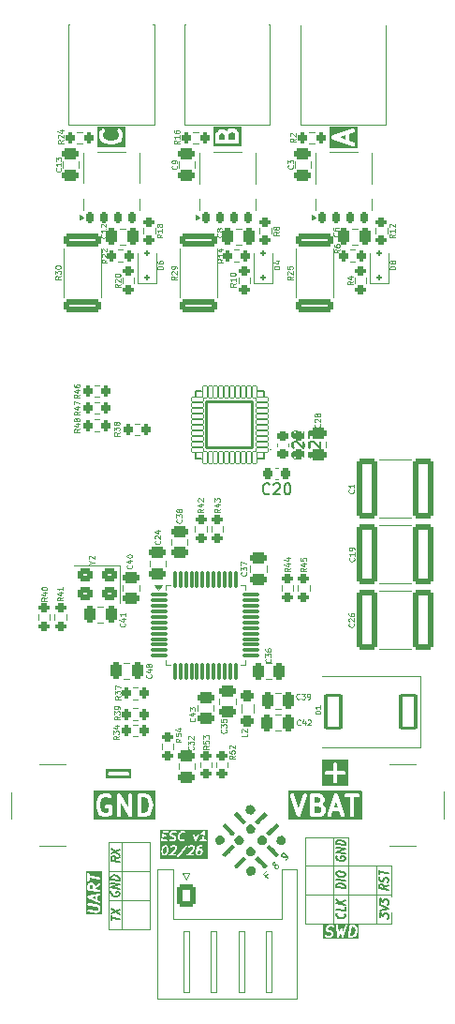
<source format=gbr>
%TF.GenerationSoftware,KiCad,Pcbnew,9.0.7*%
%TF.CreationDate,2026-02-13T21:21:14+01:00*%
%TF.ProjectId,ESC_v3,4553435f-7633-42e6-9b69-6361645f7063,rev?*%
%TF.SameCoordinates,Original*%
%TF.FileFunction,Legend,Top*%
%TF.FilePolarity,Positive*%
%FSLAX46Y46*%
G04 Gerber Fmt 4.6, Leading zero omitted, Abs format (unit mm)*
G04 Created by KiCad (PCBNEW 9.0.7) date 2026-02-13 21:21:14*
%MOMM*%
%LPD*%
G01*
G04 APERTURE LIST*
G04 Aperture macros list*
%AMRoundRect*
0 Rectangle with rounded corners*
0 $1 Rounding radius*
0 $2 $3 $4 $5 $6 $7 $8 $9 X,Y pos of 4 corners*
0 Add a 4 corners polygon primitive as box body*
4,1,4,$2,$3,$4,$5,$6,$7,$8,$9,$2,$3,0*
0 Add four circle primitives for the rounded corners*
1,1,$1+$1,$2,$3*
1,1,$1+$1,$4,$5*
1,1,$1+$1,$6,$7*
1,1,$1+$1,$8,$9*
0 Add four rect primitives between the rounded corners*
20,1,$1+$1,$2,$3,$4,$5,0*
20,1,$1+$1,$4,$5,$6,$7,0*
20,1,$1+$1,$6,$7,$8,$9,0*
20,1,$1+$1,$8,$9,$2,$3,0*%
%AMFreePoly0*
4,1,18,-0.697500,2.280000,2.027500,2.280000,2.502500,2.280000,2.502500,1.530000,2.027500,1.530000,2.027500,-1.530000,2.502500,-1.530000,2.502500,-2.280000,-0.697500,-2.280000,-0.697500,-2.775000,-1.602500,-2.775000,-1.602500,-2.280000,-2.027500,-2.280000,-2.027500,2.280000,-1.602500,2.280000,-1.602500,2.775000,-0.697500,2.775000,-0.697500,2.280000,-0.697500,2.280000,$1*%
G04 Aperture macros list end*
%ADD10C,0.100000*%
%ADD11C,0.140000*%
%ADD12C,0.400000*%
%ADD13C,0.160000*%
%ADD14C,0.360000*%
%ADD15C,0.200000*%
%ADD16C,0.080000*%
%ADD17C,0.150000*%
%ADD18C,0.120000*%
%ADD19C,0.127000*%
%ADD20C,0.000000*%
%ADD21R,1.700000X1.700000*%
%ADD22RoundRect,0.200000X-0.200000X-0.275000X0.200000X-0.275000X0.200000X0.275000X-0.200000X0.275000X0*%
%ADD23RoundRect,0.200000X0.275000X-0.200000X0.275000X0.200000X-0.275000X0.200000X-0.275000X-0.200000X0*%
%ADD24RoundRect,0.200000X-0.275000X0.200000X-0.275000X-0.200000X0.275000X-0.200000X0.275000X0.200000X0*%
%ADD25RoundRect,0.250000X0.450000X0.350000X-0.450000X0.350000X-0.450000X-0.350000X0.450000X-0.350000X0*%
%ADD26RoundRect,0.250000X-0.350000X0.275000X-0.350000X-0.275000X0.350000X-0.275000X0.350000X0.275000X0*%
%ADD27RoundRect,0.250000X0.250000X0.475000X-0.250000X0.475000X-0.250000X-0.475000X0.250000X-0.475000X0*%
%ADD28RoundRect,0.187500X0.187500X-0.312500X0.187500X0.312500X-0.187500X0.312500X-0.187500X-0.312500X0*%
%ADD29FreePoly0,90.000000*%
%ADD30RoundRect,0.125000X0.125000X-0.125000X0.125000X0.125000X-0.125000X0.125000X-0.125000X-0.125000X0*%
%ADD31RoundRect,0.250000X-1.425000X0.362500X-1.425000X-0.362500X1.425000X-0.362500X1.425000X0.362500X0*%
%ADD32RoundRect,0.200000X0.200000X0.275000X-0.200000X0.275000X-0.200000X-0.275000X0.200000X-0.275000X0*%
%ADD33RoundRect,0.250000X0.475000X-0.250000X0.475000X0.250000X-0.475000X0.250000X-0.475000X-0.250000X0*%
%ADD34C,3.200000*%
%ADD35RoundRect,0.075000X-0.662500X-0.075000X0.662500X-0.075000X0.662500X0.075000X-0.662500X0.075000X0*%
%ADD36RoundRect,0.075000X-0.075000X-0.662500X0.075000X-0.662500X0.075000X0.662500X-0.075000X0.662500X0*%
%ADD37C,5.500000*%
%ADD38RoundRect,0.250000X-0.475000X0.250000X-0.475000X-0.250000X0.475000X-0.250000X0.475000X0.250000X0*%
%ADD39RoundRect,0.166000X-0.664000X1.483437X-0.664000X-1.483437X0.664000X-1.483437X0.664000X1.483437X0*%
%ADD40RoundRect,0.165988X-0.663953X1.483220X-0.663953X-1.483220X0.663953X-1.483220X0.663953X1.483220X0*%
%ADD41RoundRect,0.032480X0.509520X0.199520X-0.509520X0.199520X-0.509520X-0.199520X0.509520X-0.199520X0*%
%ADD42RoundRect,0.032480X0.199520X0.509520X-0.199520X0.509520X-0.199520X-0.509520X0.199520X-0.509520X0*%
%ADD43RoundRect,0.102000X2.075000X2.075000X-2.075000X2.075000X-2.075000X-2.075000X2.075000X-2.075000X0*%
%ADD44RoundRect,0.225000X-0.250000X0.225000X-0.250000X-0.225000X0.250000X-0.225000X0.250000X0.225000X0*%
%ADD45RoundRect,0.250000X-0.650000X-2.450000X0.650000X-2.450000X0.650000X2.450000X-0.650000X2.450000X0*%
%ADD46RoundRect,0.225000X0.225000X0.250000X-0.225000X0.250000X-0.225000X-0.250000X0.225000X-0.250000X0*%
%ADD47RoundRect,0.250000X-0.600000X-0.725000X0.600000X-0.725000X0.600000X0.725000X-0.600000X0.725000X0*%
%ADD48O,1.700000X1.950000*%
G04 APERTURE END LIST*
D10*
X135630000Y-104320000D02*
X135630000Y-112110000D01*
X152200000Y-111610000D02*
X158710000Y-111610000D01*
X158710000Y-109015000D02*
X152200000Y-109020000D01*
X138180000Y-112110000D02*
X134480000Y-112110000D01*
X135640000Y-106900000D02*
X134490000Y-106900000D01*
X160020000Y-111610000D02*
X160020000Y-106420000D01*
X134480000Y-112110000D02*
X134480000Y-104320000D01*
X156170000Y-111630000D02*
X156170000Y-106430000D01*
X158710000Y-111610000D02*
X158710000Y-106420000D01*
X160010000Y-106420000D02*
X158710000Y-106420000D01*
X138170000Y-109530000D02*
X135630000Y-109530000D01*
X158710000Y-111610000D02*
X160020000Y-111610000D01*
X138180000Y-104320000D02*
X138180000Y-112110000D01*
X152200000Y-103820000D02*
X152200000Y-111610000D01*
X154740000Y-103820000D02*
X154740000Y-111610000D01*
X141300000Y-30450000D02*
X149025000Y-30450000D01*
X149025000Y-39500000D01*
X141300000Y-39500000D01*
X141300000Y-30450000D01*
X152200000Y-103820000D02*
X154740000Y-103820000D01*
X130850000Y-30475000D02*
X138575000Y-30475000D01*
X138575000Y-39525000D01*
X130850000Y-39525000D01*
X130850000Y-30475000D01*
X151825000Y-30500000D02*
X159550000Y-30500000D01*
X159550000Y-39550000D01*
X151825000Y-39550000D01*
X151825000Y-30500000D01*
X154740000Y-103820000D02*
X156170000Y-103820000D01*
X158710000Y-106420000D02*
X152210000Y-106420000D01*
X135640000Y-106900000D02*
X138170000Y-106900000D01*
X135630000Y-109530000D02*
X134490000Y-109530000D01*
X156170000Y-106420000D02*
X156170000Y-103820000D01*
X158710000Y-109015000D02*
X160020000Y-109015000D01*
X134480000Y-104320000D02*
X138180000Y-104320000D01*
D11*
X134682910Y-108709085D02*
X134644815Y-108770990D01*
X134644815Y-108770990D02*
X134644815Y-108870990D01*
X134644815Y-108870990D02*
X134682910Y-108975752D01*
X134682910Y-108975752D02*
X134759100Y-109051942D01*
X134759100Y-109051942D02*
X134835291Y-109094799D01*
X134835291Y-109094799D02*
X134987672Y-109147180D01*
X134987672Y-109147180D02*
X135101958Y-109161466D01*
X135101958Y-109161466D02*
X135254339Y-109147180D01*
X135254339Y-109147180D02*
X135330529Y-109123371D01*
X135330529Y-109123371D02*
X135406720Y-109066228D01*
X135406720Y-109066228D02*
X135444815Y-108970990D01*
X135444815Y-108970990D02*
X135444815Y-108904323D01*
X135444815Y-108904323D02*
X135406720Y-108799561D01*
X135406720Y-108799561D02*
X135368624Y-108761466D01*
X135368624Y-108761466D02*
X135101958Y-108728133D01*
X135101958Y-108728133D02*
X135101958Y-108861466D01*
X135444815Y-108470990D02*
X134644815Y-108370990D01*
X134644815Y-108370990D02*
X135444815Y-108070990D01*
X135444815Y-108070990D02*
X134644815Y-107970990D01*
X135444815Y-107737657D02*
X134644815Y-107637657D01*
X134644815Y-107637657D02*
X134644815Y-107470990D01*
X134644815Y-107470990D02*
X134682910Y-107375752D01*
X134682910Y-107375752D02*
X134759100Y-107318609D01*
X134759100Y-107318609D02*
X134835291Y-107294800D01*
X134835291Y-107294800D02*
X134987672Y-107280514D01*
X134987672Y-107280514D02*
X135101958Y-107294800D01*
X135101958Y-107294800D02*
X135254339Y-107347181D01*
X135254339Y-107347181D02*
X135330529Y-107390038D01*
X135330529Y-107390038D02*
X135406720Y-107466228D01*
X135406720Y-107466228D02*
X135444815Y-107570990D01*
X135444815Y-107570990D02*
X135444815Y-107737657D01*
D12*
G36*
X136530284Y-98519755D02*
G01*
X134169716Y-98519755D01*
X134169716Y-98058515D01*
X134391938Y-98058515D01*
X134391938Y-98136551D01*
X134421801Y-98208647D01*
X134476981Y-98263827D01*
X134549077Y-98293690D01*
X134588095Y-98297533D01*
X136111905Y-98297533D01*
X136150923Y-98293690D01*
X136223019Y-98263827D01*
X136278199Y-98208647D01*
X136308062Y-98136551D01*
X136308062Y-98058515D01*
X136278199Y-97986419D01*
X136223019Y-97931239D01*
X136150923Y-97901376D01*
X136111905Y-97897533D01*
X134588095Y-97897533D01*
X134549077Y-97901376D01*
X134476981Y-97931239D01*
X134421801Y-97986419D01*
X134391938Y-98058515D01*
X134169716Y-98058515D01*
X134169716Y-97675311D01*
X136530284Y-97675311D01*
X136530284Y-98519755D01*
G37*
D13*
G36*
X139655412Y-104725569D02*
G01*
X139669516Y-104741687D01*
X139689668Y-104795425D01*
X139706306Y-104928537D01*
X139684906Y-105099743D01*
X139633887Y-105235792D01*
X139596612Y-105295432D01*
X139570985Y-105318212D01*
X139516665Y-105343775D01*
X139478357Y-105343775D01*
X139437495Y-105321982D01*
X139423390Y-105305861D01*
X139403237Y-105252122D01*
X139386599Y-105119013D01*
X139407999Y-104947806D01*
X139459018Y-104811756D01*
X139496292Y-104752117D01*
X139521920Y-104729337D01*
X139576240Y-104703775D01*
X139614549Y-104703775D01*
X139655412Y-104725569D01*
G37*
G36*
X142779222Y-105030331D02*
G01*
X142793326Y-105046449D01*
X142809865Y-105090552D01*
X142790689Y-105243958D01*
X142758517Y-105295432D01*
X142732890Y-105318212D01*
X142678570Y-105343775D01*
X142564072Y-105343775D01*
X142523210Y-105321982D01*
X142509105Y-105305861D01*
X142492565Y-105261758D01*
X142511741Y-105108354D01*
X142543912Y-105056879D01*
X142569539Y-105034099D01*
X142623860Y-105008537D01*
X142738359Y-105008537D01*
X142779222Y-105030331D01*
G37*
G36*
X143397139Y-105782881D02*
G01*
X139137295Y-105782881D01*
X139137295Y-105607811D01*
X140611951Y-105607811D01*
X140615556Y-105638816D01*
X140630753Y-105666082D01*
X140655226Y-105685457D01*
X140685252Y-105693992D01*
X140716257Y-105690387D01*
X140743523Y-105675190D01*
X140754416Y-105663907D01*
X140935833Y-105434748D01*
X141512447Y-105434748D01*
X141513228Y-105436999D01*
X141513228Y-105439382D01*
X141518318Y-105451671D01*
X141522678Y-105464238D01*
X141524260Y-105466018D01*
X141525173Y-105468221D01*
X141534583Y-105477631D01*
X141543416Y-105487568D01*
X141545559Y-105488607D01*
X141547245Y-105490293D01*
X141559529Y-105495381D01*
X141571503Y-105501187D01*
X141573884Y-105501327D01*
X141576084Y-105502238D01*
X141591691Y-105503775D01*
X142086929Y-105503775D01*
X142102536Y-105502238D01*
X142131375Y-105490293D01*
X142153447Y-105468221D01*
X142165392Y-105439382D01*
X142165392Y-105408168D01*
X142153447Y-105379329D01*
X142131375Y-105357257D01*
X142102536Y-105345312D01*
X142086929Y-105343775D01*
X141802107Y-105343775D01*
X141877062Y-105277148D01*
X142330946Y-105277148D01*
X142331915Y-105280675D01*
X142331792Y-105284332D01*
X142335833Y-105299485D01*
X142364405Y-105375674D01*
X142369459Y-105385955D01*
X142369984Y-105387506D01*
X142370745Y-105388570D01*
X142371324Y-105389748D01*
X142372442Y-105390945D01*
X142379104Y-105400263D01*
X142412437Y-105438359D01*
X142420946Y-105446347D01*
X142421950Y-105447568D01*
X142422973Y-105448250D01*
X142423871Y-105449093D01*
X142425287Y-105449793D01*
X142434997Y-105456268D01*
X142506427Y-105494364D01*
X142520921Y-105500352D01*
X142524834Y-105500733D01*
X142528466Y-105502238D01*
X142544073Y-105503775D01*
X142696453Y-105503775D01*
X142712060Y-105502238D01*
X142713829Y-105501505D01*
X142715740Y-105501415D01*
X142730516Y-105496161D01*
X142811470Y-105458065D01*
X142816084Y-105455311D01*
X142817870Y-105454692D01*
X142821298Y-105452199D01*
X142824937Y-105450029D01*
X142826208Y-105448631D01*
X142830556Y-105445472D01*
X142873413Y-105407376D01*
X142877001Y-105403492D01*
X142878528Y-105402404D01*
X142881146Y-105399007D01*
X142884056Y-105395859D01*
X142884873Y-105394173D01*
X142888103Y-105389984D01*
X142935722Y-105313794D01*
X142942690Y-105299745D01*
X142942968Y-105298079D01*
X142943803Y-105296613D01*
X142947264Y-105281317D01*
X142971074Y-105090841D01*
X142971485Y-105075164D01*
X142970515Y-105071636D01*
X142970639Y-105067981D01*
X142966598Y-105052828D01*
X142938026Y-104976637D01*
X142932972Y-104966357D01*
X142932447Y-104964804D01*
X142931684Y-104963736D01*
X142931107Y-104962563D01*
X142929990Y-104961368D01*
X142923326Y-104952046D01*
X142889993Y-104913952D01*
X142881488Y-104905968D01*
X142880482Y-104904744D01*
X142879455Y-104904059D01*
X142878559Y-104903218D01*
X142877143Y-104902517D01*
X142867434Y-104896044D01*
X142796005Y-104857949D01*
X142781510Y-104851960D01*
X142777596Y-104851578D01*
X142773965Y-104850074D01*
X142758358Y-104848537D01*
X142605977Y-104848537D01*
X142590370Y-104850074D01*
X142588600Y-104850806D01*
X142586690Y-104850897D01*
X142576287Y-104854595D01*
X142576481Y-104854079D01*
X142654834Y-104755106D01*
X142683825Y-104729338D01*
X142738146Y-104703775D01*
X142872644Y-104703775D01*
X142888251Y-104702238D01*
X142917090Y-104690293D01*
X142939162Y-104668221D01*
X142951107Y-104639382D01*
X142951107Y-104608168D01*
X142939162Y-104579329D01*
X142917090Y-104557257D01*
X142888251Y-104545312D01*
X142872644Y-104543775D01*
X142720263Y-104543775D01*
X142704656Y-104545312D01*
X142702886Y-104546044D01*
X142700976Y-104546135D01*
X142686200Y-104551389D01*
X142605247Y-104589484D01*
X142600632Y-104592237D01*
X142598848Y-104592857D01*
X142595418Y-104595349D01*
X142591780Y-104597521D01*
X142590509Y-104598917D01*
X142586162Y-104602077D01*
X142543305Y-104640172D01*
X142538594Y-104645268D01*
X142533729Y-104650309D01*
X142443253Y-104764595D01*
X142439418Y-104770557D01*
X142437990Y-104772087D01*
X142436543Y-104775029D01*
X142434771Y-104777786D01*
X142434198Y-104779798D01*
X142431071Y-104786161D01*
X142373928Y-104938542D01*
X142373382Y-104940587D01*
X142372913Y-104941413D01*
X142371516Y-104947583D01*
X142369887Y-104953695D01*
X142369919Y-104954644D01*
X142369452Y-104956709D01*
X142331357Y-105261471D01*
X142330946Y-105277148D01*
X141877062Y-105277148D01*
X142159126Y-105026425D01*
X142169769Y-105014908D01*
X142170154Y-105014113D01*
X142170802Y-105013512D01*
X142178702Y-104999964D01*
X142231083Y-104885678D01*
X142233259Y-104879358D01*
X142234279Y-104877565D01*
X142235049Y-104874157D01*
X142236189Y-104870850D01*
X142236265Y-104868785D01*
X142237740Y-104862269D01*
X142247264Y-104786079D01*
X142247675Y-104770402D01*
X142246705Y-104766874D01*
X142246829Y-104763219D01*
X142242788Y-104748066D01*
X142214216Y-104671875D01*
X142209162Y-104661595D01*
X142208637Y-104660042D01*
X142207874Y-104658974D01*
X142207297Y-104657801D01*
X142206180Y-104656606D01*
X142199516Y-104647284D01*
X142166183Y-104609190D01*
X142157678Y-104601206D01*
X142156672Y-104599982D01*
X142155645Y-104599297D01*
X142154749Y-104598456D01*
X142153333Y-104597755D01*
X142143624Y-104591282D01*
X142072195Y-104553187D01*
X142057700Y-104547198D01*
X142053786Y-104546816D01*
X142050155Y-104545312D01*
X142034548Y-104543775D01*
X141844072Y-104543775D01*
X141828465Y-104545312D01*
X141826695Y-104546044D01*
X141824785Y-104546135D01*
X141810009Y-104551389D01*
X141729056Y-104589484D01*
X141724441Y-104592237D01*
X141722657Y-104592857D01*
X141719227Y-104595349D01*
X141715589Y-104597521D01*
X141714318Y-104598917D01*
X141709971Y-104602077D01*
X141667114Y-104640172D01*
X141656470Y-104651690D01*
X141642852Y-104679777D01*
X141641018Y-104710938D01*
X141651250Y-104740428D01*
X141671988Y-104763758D01*
X141700075Y-104777376D01*
X141731236Y-104779210D01*
X141760726Y-104768978D01*
X141773412Y-104759758D01*
X141807634Y-104729337D01*
X141861955Y-104703775D01*
X142014549Y-104703775D01*
X142055412Y-104725569D01*
X142069516Y-104741687D01*
X142086055Y-104785790D01*
X142080503Y-104830206D01*
X142040258Y-104918012D01*
X141538542Y-105363982D01*
X141527898Y-105375500D01*
X141526858Y-105377643D01*
X141525173Y-105379329D01*
X141520084Y-105391613D01*
X141514279Y-105403587D01*
X141514138Y-105405968D01*
X141513228Y-105408168D01*
X141513228Y-105421463D01*
X141512447Y-105434748D01*
X140935833Y-105434748D01*
X141568701Y-104635336D01*
X141577183Y-104622146D01*
X141585718Y-104592120D01*
X141582113Y-104561115D01*
X141566916Y-104533849D01*
X141542443Y-104514474D01*
X141512417Y-104505939D01*
X141481412Y-104509544D01*
X141454146Y-104524741D01*
X141443253Y-104536024D01*
X140628968Y-105564595D01*
X140620486Y-105577785D01*
X140611951Y-105607811D01*
X139137295Y-105607811D01*
X139137295Y-105113258D01*
X139226184Y-105113258D01*
X139226334Y-105119012D01*
X139226184Y-105124768D01*
X139226517Y-105125981D01*
X139226595Y-105128935D01*
X139245642Y-105281317D01*
X139246109Y-105283381D01*
X139246077Y-105284332D01*
X139247708Y-105290449D01*
X139249103Y-105296613D01*
X139249572Y-105297437D01*
X139250118Y-105299485D01*
X139278690Y-105375674D01*
X139283744Y-105385955D01*
X139284269Y-105387506D01*
X139285030Y-105388570D01*
X139285609Y-105389748D01*
X139286727Y-105390945D01*
X139293389Y-105400263D01*
X139326722Y-105438359D01*
X139335231Y-105446347D01*
X139336235Y-105447568D01*
X139337258Y-105448250D01*
X139338156Y-105449093D01*
X139339572Y-105449793D01*
X139349282Y-105456268D01*
X139420712Y-105494364D01*
X139435206Y-105500352D01*
X139439119Y-105500733D01*
X139442751Y-105502238D01*
X139458358Y-105503775D01*
X139534548Y-105503775D01*
X139550155Y-105502238D01*
X139551924Y-105501505D01*
X139553835Y-105501415D01*
X139568611Y-105496161D01*
X139649565Y-105458065D01*
X139654179Y-105455311D01*
X139655965Y-105454692D01*
X139659393Y-105452199D01*
X139663032Y-105450029D01*
X139664303Y-105448631D01*
X139668651Y-105445472D01*
X139680715Y-105434748D01*
X139912447Y-105434748D01*
X139913228Y-105436999D01*
X139913228Y-105439382D01*
X139918318Y-105451671D01*
X139922678Y-105464238D01*
X139924260Y-105466018D01*
X139925173Y-105468221D01*
X139934583Y-105477631D01*
X139943416Y-105487568D01*
X139945559Y-105488607D01*
X139947245Y-105490293D01*
X139959529Y-105495381D01*
X139971503Y-105501187D01*
X139973884Y-105501327D01*
X139976084Y-105502238D01*
X139991691Y-105503775D01*
X140486929Y-105503775D01*
X140502536Y-105502238D01*
X140531375Y-105490293D01*
X140553447Y-105468221D01*
X140565392Y-105439382D01*
X140565392Y-105408168D01*
X140553447Y-105379329D01*
X140531375Y-105357257D01*
X140502536Y-105345312D01*
X140486929Y-105343775D01*
X140202107Y-105343775D01*
X140559126Y-105026425D01*
X140569769Y-105014908D01*
X140570154Y-105014113D01*
X140570802Y-105013512D01*
X140578702Y-104999964D01*
X140631083Y-104885678D01*
X140633259Y-104879358D01*
X140634279Y-104877565D01*
X140635049Y-104874157D01*
X140636189Y-104870850D01*
X140636265Y-104868785D01*
X140637740Y-104862269D01*
X140647264Y-104786079D01*
X140647675Y-104770402D01*
X140646705Y-104766874D01*
X140646829Y-104763219D01*
X140642788Y-104748066D01*
X140614216Y-104671875D01*
X140609162Y-104661595D01*
X140608637Y-104660042D01*
X140607874Y-104658974D01*
X140607297Y-104657801D01*
X140606180Y-104656606D01*
X140599516Y-104647284D01*
X140566183Y-104609190D01*
X140557678Y-104601206D01*
X140556672Y-104599982D01*
X140555645Y-104599297D01*
X140554749Y-104598456D01*
X140553333Y-104597755D01*
X140543624Y-104591282D01*
X140472195Y-104553187D01*
X140457700Y-104547198D01*
X140453786Y-104546816D01*
X140450155Y-104545312D01*
X140434548Y-104543775D01*
X140244072Y-104543775D01*
X140228465Y-104545312D01*
X140226695Y-104546044D01*
X140224785Y-104546135D01*
X140210009Y-104551389D01*
X140129056Y-104589484D01*
X140124441Y-104592237D01*
X140122657Y-104592857D01*
X140119227Y-104595349D01*
X140115589Y-104597521D01*
X140114318Y-104598917D01*
X140109971Y-104602077D01*
X140067114Y-104640172D01*
X140056470Y-104651690D01*
X140042852Y-104679777D01*
X140041018Y-104710938D01*
X140051250Y-104740428D01*
X140071988Y-104763758D01*
X140100075Y-104777376D01*
X140131236Y-104779210D01*
X140160726Y-104768978D01*
X140173412Y-104759758D01*
X140207634Y-104729337D01*
X140261955Y-104703775D01*
X140414549Y-104703775D01*
X140455412Y-104725569D01*
X140469516Y-104741687D01*
X140486055Y-104785790D01*
X140480503Y-104830206D01*
X140440258Y-104918012D01*
X139938542Y-105363982D01*
X139927898Y-105375500D01*
X139926858Y-105377643D01*
X139925173Y-105379329D01*
X139920084Y-105391613D01*
X139914279Y-105403587D01*
X139914138Y-105405968D01*
X139913228Y-105408168D01*
X139913228Y-105421463D01*
X139912447Y-105434748D01*
X139680715Y-105434748D01*
X139711508Y-105407376D01*
X139715096Y-105403492D01*
X139716623Y-105402404D01*
X139719241Y-105399007D01*
X139722151Y-105395859D01*
X139722968Y-105394173D01*
X139726198Y-105389984D01*
X139773817Y-105313794D01*
X139773900Y-105313626D01*
X139773964Y-105313558D01*
X139777338Y-105306693D01*
X139780785Y-105299745D01*
X139780800Y-105299651D01*
X139780883Y-105299484D01*
X139838026Y-105147103D01*
X139838571Y-105145056D01*
X139839041Y-105144231D01*
X139840436Y-105138064D01*
X139842067Y-105131950D01*
X139842034Y-105131000D01*
X139842502Y-105128936D01*
X139866311Y-104938460D01*
X139866388Y-104935504D01*
X139866722Y-104934292D01*
X139866571Y-104928537D01*
X139866722Y-104922783D01*
X139866388Y-104921570D01*
X139866311Y-104918615D01*
X139847264Y-104766234D01*
X139846796Y-104764169D01*
X139846829Y-104763219D01*
X139845197Y-104757101D01*
X139843803Y-104750938D01*
X139843333Y-104750112D01*
X139842788Y-104748066D01*
X139814216Y-104671875D01*
X139809162Y-104661595D01*
X139808637Y-104660042D01*
X139807874Y-104658974D01*
X139807297Y-104657801D01*
X139806180Y-104656606D01*
X139799516Y-104647284D01*
X139766183Y-104609190D01*
X139757678Y-104601206D01*
X139756672Y-104599982D01*
X139755645Y-104599297D01*
X139754749Y-104598456D01*
X139753333Y-104597755D01*
X139743624Y-104591282D01*
X139672195Y-104553187D01*
X139657700Y-104547198D01*
X139653786Y-104546816D01*
X139650155Y-104545312D01*
X139634548Y-104543775D01*
X139558358Y-104543775D01*
X139542751Y-104545312D01*
X139540984Y-104546043D01*
X139539071Y-104546134D01*
X139524295Y-104551389D01*
X139443342Y-104589484D01*
X139438727Y-104592237D01*
X139436942Y-104592857D01*
X139433513Y-104595349D01*
X139429875Y-104597520D01*
X139428603Y-104598917D01*
X139424256Y-104602077D01*
X139381399Y-104640172D01*
X139377809Y-104644056D01*
X139376283Y-104645145D01*
X139373664Y-104648541D01*
X139370755Y-104651690D01*
X139369937Y-104653375D01*
X139366708Y-104657565D01*
X139319089Y-104733756D01*
X139319005Y-104733923D01*
X139318942Y-104733992D01*
X139315538Y-104740914D01*
X139312121Y-104747806D01*
X139312105Y-104747897D01*
X139312023Y-104748066D01*
X139254880Y-104900447D01*
X139254334Y-104902493D01*
X139253865Y-104903319D01*
X139252470Y-104909482D01*
X139250839Y-104915600D01*
X139250871Y-104916550D01*
X139250404Y-104918615D01*
X139226595Y-105109090D01*
X139226517Y-105112045D01*
X139226184Y-105113258D01*
X139137295Y-105113258D01*
X139137295Y-104141574D01*
X139226184Y-104141574D01*
X139227514Y-104146410D01*
X139227514Y-104151427D01*
X139231617Y-104161333D01*
X139234460Y-104171672D01*
X139237539Y-104175630D01*
X139239459Y-104180266D01*
X139247043Y-104187850D01*
X139253624Y-104196311D01*
X139257982Y-104198789D01*
X139261531Y-104202338D01*
X139271440Y-104206442D01*
X139280758Y-104211741D01*
X139285734Y-104212363D01*
X139290370Y-104214283D01*
X139305977Y-104215820D01*
X139686929Y-104215820D01*
X139702536Y-104214283D01*
X139731375Y-104202338D01*
X139753447Y-104180266D01*
X139765392Y-104151427D01*
X139765392Y-104120213D01*
X139753447Y-104091374D01*
X139748762Y-104086689D01*
X139917218Y-104086689D01*
X139919026Y-104117852D01*
X139932621Y-104145950D01*
X139955936Y-104166706D01*
X139970172Y-104173285D01*
X140079695Y-104211380D01*
X140088465Y-104213494D01*
X140090370Y-104214283D01*
X140092683Y-104214510D01*
X140094941Y-104215055D01*
X140096997Y-104214935D01*
X140105977Y-104215820D01*
X140296453Y-104215820D01*
X140312060Y-104214283D01*
X140313829Y-104213550D01*
X140315740Y-104213460D01*
X140330516Y-104208206D01*
X140411470Y-104170110D01*
X140416084Y-104167356D01*
X140417870Y-104166737D01*
X140421298Y-104164244D01*
X140424937Y-104162074D01*
X140426208Y-104160676D01*
X140430556Y-104157517D01*
X140473413Y-104119421D01*
X140477001Y-104115537D01*
X140478528Y-104114449D01*
X140481146Y-104111052D01*
X140484056Y-104107904D01*
X140484873Y-104106218D01*
X140488103Y-104102029D01*
X140535722Y-104025839D01*
X140542690Y-104011790D01*
X140542968Y-104010124D01*
X140543803Y-104008658D01*
X140547264Y-103993362D01*
X140556788Y-103917171D01*
X140557199Y-103901494D01*
X140556229Y-103897966D01*
X140556353Y-103894310D01*
X140552312Y-103879157D01*
X140523740Y-103802967D01*
X140518686Y-103792687D01*
X140518161Y-103791135D01*
X140517398Y-103790068D01*
X140516821Y-103788894D01*
X140515704Y-103787699D01*
X140515353Y-103787208D01*
X140716661Y-103787208D01*
X140716811Y-103792963D01*
X140716661Y-103798718D01*
X140716994Y-103799931D01*
X140717072Y-103802885D01*
X140736119Y-103955267D01*
X140736586Y-103957331D01*
X140736554Y-103958282D01*
X140738185Y-103964399D01*
X140739580Y-103970563D01*
X140740049Y-103971387D01*
X140740595Y-103973435D01*
X140769167Y-104049624D01*
X140774221Y-104059905D01*
X140774746Y-104061456D01*
X140775507Y-104062521D01*
X140776086Y-104063698D01*
X140777204Y-104064894D01*
X140783866Y-104074214D01*
X140850532Y-104150405D01*
X140861966Y-104161138D01*
X140866469Y-104163365D01*
X140870222Y-104166706D01*
X140884458Y-104173285D01*
X140993981Y-104211380D01*
X141002751Y-104213494D01*
X141004656Y-104214283D01*
X141006969Y-104214510D01*
X141009227Y-104215055D01*
X141011283Y-104214935D01*
X141020263Y-104215820D01*
X141096454Y-104215820D01*
X141103421Y-104215133D01*
X141105503Y-104215307D01*
X141108755Y-104214608D01*
X141112061Y-104214283D01*
X141113988Y-104213484D01*
X141120836Y-104212014D01*
X141239883Y-104173919D01*
X141254279Y-104167698D01*
X141255031Y-104167060D01*
X141255965Y-104166737D01*
X141268651Y-104157517D01*
X141311508Y-104119421D01*
X141322151Y-104107904D01*
X141335769Y-104079816D01*
X141337602Y-104048655D01*
X141327370Y-104019165D01*
X141306632Y-103995836D01*
X141278545Y-103982217D01*
X141247384Y-103980385D01*
X141217894Y-103990617D01*
X141205208Y-103999837D01*
X141175000Y-104026689D01*
X141083966Y-104055820D01*
X141033779Y-104055820D01*
X140957009Y-104029117D01*
X140913866Y-103979810D01*
X140893714Y-103926072D01*
X140877076Y-103792962D01*
X140888952Y-103697946D01*
X140923797Y-103605026D01*
X142111732Y-103605026D01*
X142113764Y-103620576D01*
X142237574Y-104153910D01*
X142242601Y-104168765D01*
X142245137Y-104172311D01*
X142246578Y-104176435D01*
X142254151Y-104184917D01*
X142260758Y-104194156D01*
X142264459Y-104196462D01*
X142267367Y-104199719D01*
X142277605Y-104204655D01*
X142287249Y-104210665D01*
X142291553Y-104211380D01*
X142295484Y-104213275D01*
X142306829Y-104213917D01*
X142318042Y-104215780D01*
X142322292Y-104214793D01*
X142326649Y-104215040D01*
X142337380Y-104211290D01*
X142348448Y-104208721D01*
X142351995Y-104206183D01*
X142356117Y-104204744D01*
X142364598Y-104197171D01*
X142373838Y-104190564D01*
X142376145Y-104186861D01*
X142379401Y-104183955D01*
X142387564Y-104170564D01*
X142411840Y-104120213D01*
X142694182Y-104120213D01*
X142694182Y-104151427D01*
X142706127Y-104180266D01*
X142728199Y-104202338D01*
X142757038Y-104214283D01*
X142772645Y-104215820D01*
X143229787Y-104215820D01*
X143245394Y-104214283D01*
X143274233Y-104202338D01*
X143296305Y-104180266D01*
X143308250Y-104151427D01*
X143308250Y-104120213D01*
X143296305Y-104091374D01*
X143274233Y-104069302D01*
X143245394Y-104057357D01*
X143229787Y-104055820D01*
X143091838Y-104055820D01*
X143180598Y-103345743D01*
X143180662Y-103343298D01*
X143180957Y-103342261D01*
X143180738Y-103340382D01*
X143181009Y-103330065D01*
X143178460Y-103320798D01*
X143177351Y-103311255D01*
X143174361Y-103305891D01*
X143172733Y-103299968D01*
X143166831Y-103292380D01*
X143162155Y-103283989D01*
X143157340Y-103280177D01*
X143153569Y-103275328D01*
X143145213Y-103270576D01*
X143137682Y-103264614D01*
X143131775Y-103262935D01*
X143126435Y-103259898D01*
X143116897Y-103258706D01*
X143107656Y-103256079D01*
X143101555Y-103256788D01*
X143095462Y-103256027D01*
X143086195Y-103258574D01*
X143076651Y-103259685D01*
X143071287Y-103262674D01*
X143065364Y-103264303D01*
X143057776Y-103270204D01*
X143049385Y-103274881D01*
X143042217Y-103282305D01*
X143040725Y-103283466D01*
X143040192Y-103284402D01*
X143038492Y-103286164D01*
X142952357Y-103394965D01*
X142880512Y-103458827D01*
X142810010Y-103492005D01*
X142796543Y-103500041D01*
X142775534Y-103523129D01*
X142764961Y-103552498D01*
X142766433Y-103583678D01*
X142779723Y-103611921D01*
X142802811Y-103632930D01*
X142832180Y-103643503D01*
X142863360Y-103642031D01*
X142878136Y-103636777D01*
X142959090Y-103598681D01*
X142963704Y-103595927D01*
X142965490Y-103595308D01*
X142968917Y-103592816D01*
X142972557Y-103590645D01*
X142973829Y-103589246D01*
X142978175Y-103586088D01*
X142990702Y-103574952D01*
X142930594Y-104055820D01*
X142772645Y-104055820D01*
X142757038Y-104057357D01*
X142728199Y-104069302D01*
X142706127Y-104091374D01*
X142694182Y-104120213D01*
X142411840Y-104120213D01*
X142644706Y-103637230D01*
X142650099Y-103622504D01*
X142651864Y-103591339D01*
X142641568Y-103561872D01*
X142620779Y-103538587D01*
X142592662Y-103525031D01*
X142561497Y-103523266D01*
X142532029Y-103533562D01*
X142508745Y-103554352D01*
X142500582Y-103567742D01*
X142342073Y-103896501D01*
X142269620Y-103584396D01*
X142264593Y-103569540D01*
X142246436Y-103544150D01*
X142219945Y-103527640D01*
X142189152Y-103522526D01*
X142158746Y-103529585D01*
X142133356Y-103547742D01*
X142116846Y-103574233D01*
X142111732Y-103605026D01*
X140923797Y-103605026D01*
X140939971Y-103561896D01*
X140977245Y-103502257D01*
X141041716Y-103444951D01*
X141132751Y-103415820D01*
X141182938Y-103415820D01*
X141259708Y-103442522D01*
X141279105Y-103464690D01*
X141290539Y-103475423D01*
X141318519Y-103489261D01*
X141349664Y-103491338D01*
X141379233Y-103481337D01*
X141402724Y-103460782D01*
X141416562Y-103432802D01*
X141418639Y-103401657D01*
X141408638Y-103372087D01*
X141399517Y-103359329D01*
X141366184Y-103321235D01*
X141354750Y-103310501D01*
X141350246Y-103308273D01*
X141346495Y-103304934D01*
X141332259Y-103298355D01*
X141222735Y-103260260D01*
X141213966Y-103258146D01*
X141212061Y-103257357D01*
X141209747Y-103257129D01*
X141207490Y-103256585D01*
X141205433Y-103256704D01*
X141196454Y-103255820D01*
X141120263Y-103255820D01*
X141113295Y-103256506D01*
X141111214Y-103256333D01*
X141107961Y-103257031D01*
X141104656Y-103257357D01*
X141102728Y-103258155D01*
X141095881Y-103259626D01*
X140976834Y-103297721D01*
X140962438Y-103303942D01*
X140961686Y-103304578D01*
X140960753Y-103304902D01*
X140948067Y-103314122D01*
X140862352Y-103390312D01*
X140858762Y-103394196D01*
X140857236Y-103395285D01*
X140854616Y-103398682D01*
X140851709Y-103401829D01*
X140850892Y-103403513D01*
X140847661Y-103407705D01*
X140800042Y-103483896D01*
X140799958Y-103484063D01*
X140799895Y-103484132D01*
X140796491Y-103491054D01*
X140793074Y-103497946D01*
X140793058Y-103498037D01*
X140792976Y-103498206D01*
X140735833Y-103650587D01*
X140735287Y-103652633D01*
X140734818Y-103653459D01*
X140733423Y-103659622D01*
X140731792Y-103665740D01*
X140731824Y-103666690D01*
X140731357Y-103668755D01*
X140717072Y-103783041D01*
X140716994Y-103785994D01*
X140716661Y-103787208D01*
X140515353Y-103787208D01*
X140509040Y-103778377D01*
X140475707Y-103740283D01*
X140467199Y-103732295D01*
X140466196Y-103731076D01*
X140465172Y-103730393D01*
X140464273Y-103729549D01*
X140462854Y-103728847D01*
X140453149Y-103722375D01*
X140381721Y-103684279D01*
X140379602Y-103683403D01*
X140378791Y-103682793D01*
X140372966Y-103680662D01*
X140367227Y-103678291D01*
X140366214Y-103678192D01*
X140364063Y-103677405D01*
X140225681Y-103641694D01*
X140175591Y-103614979D01*
X140161485Y-103598858D01*
X140144946Y-103554756D01*
X140149836Y-103515636D01*
X140182007Y-103464162D01*
X140207635Y-103441382D01*
X140261955Y-103415820D01*
X140421033Y-103415820D01*
X140517791Y-103449475D01*
X140533037Y-103453150D01*
X140564200Y-103451342D01*
X140592298Y-103437747D01*
X140613054Y-103414432D01*
X140623308Y-103384951D01*
X140621500Y-103353788D01*
X140607904Y-103325690D01*
X140584590Y-103304934D01*
X140570354Y-103298355D01*
X140460830Y-103260260D01*
X140452061Y-103258146D01*
X140450156Y-103257357D01*
X140447842Y-103257129D01*
X140445585Y-103256585D01*
X140443528Y-103256704D01*
X140434549Y-103255820D01*
X140244073Y-103255820D01*
X140228466Y-103257357D01*
X140226699Y-103258088D01*
X140224786Y-103258179D01*
X140210010Y-103263434D01*
X140129057Y-103301529D01*
X140124442Y-103304282D01*
X140122657Y-103304902D01*
X140119228Y-103307394D01*
X140115590Y-103309565D01*
X140114318Y-103310962D01*
X140109971Y-103314122D01*
X140067114Y-103352217D01*
X140063524Y-103356101D01*
X140061998Y-103357190D01*
X140059379Y-103360586D01*
X140056470Y-103363735D01*
X140055652Y-103365420D01*
X140052423Y-103369610D01*
X140004804Y-103445801D01*
X139997836Y-103459851D01*
X139997557Y-103461514D01*
X139996723Y-103462982D01*
X139993262Y-103478278D01*
X139983738Y-103554468D01*
X139983327Y-103570145D01*
X139984296Y-103573672D01*
X139984173Y-103577328D01*
X139988214Y-103592481D01*
X140016786Y-103668672D01*
X140021839Y-103678951D01*
X140022365Y-103680505D01*
X140023127Y-103681571D01*
X140023705Y-103682746D01*
X140024822Y-103683941D01*
X140031486Y-103693262D01*
X140064819Y-103731357D01*
X140073320Y-103739337D01*
X140074330Y-103740565D01*
X140075360Y-103741251D01*
X140076253Y-103742090D01*
X140077662Y-103742787D01*
X140087378Y-103749265D01*
X140158806Y-103787360D01*
X140160922Y-103788234D01*
X140161735Y-103788846D01*
X140167555Y-103790975D01*
X140173300Y-103793349D01*
X140174314Y-103793447D01*
X140176463Y-103794234D01*
X140314842Y-103829944D01*
X140364936Y-103856662D01*
X140379039Y-103872780D01*
X140395579Y-103916883D01*
X140390689Y-103956003D01*
X140358517Y-104007477D01*
X140332890Y-104030257D01*
X140278570Y-104055820D01*
X140119493Y-104055820D01*
X140022734Y-104022165D01*
X140007489Y-104018490D01*
X139976326Y-104020298D01*
X139948228Y-104033893D01*
X139927472Y-104057208D01*
X139917218Y-104086689D01*
X139748762Y-104086689D01*
X139731375Y-104069302D01*
X139702536Y-104057357D01*
X139686929Y-104055820D01*
X139396599Y-104055820D01*
X139428980Y-103796772D01*
X139625024Y-103796772D01*
X139640631Y-103795235D01*
X139669470Y-103783290D01*
X139691542Y-103761218D01*
X139703487Y-103732379D01*
X139703487Y-103701165D01*
X139691542Y-103672326D01*
X139669470Y-103650254D01*
X139640631Y-103638309D01*
X139625024Y-103636772D01*
X139448980Y-103636772D01*
X139476599Y-103415820D01*
X139786929Y-103415820D01*
X139802536Y-103414283D01*
X139831375Y-103402338D01*
X139853447Y-103380266D01*
X139865392Y-103351427D01*
X139865392Y-103320213D01*
X139853447Y-103291374D01*
X139831375Y-103269302D01*
X139802536Y-103257357D01*
X139786929Y-103255820D01*
X139405977Y-103255820D01*
X139401832Y-103256228D01*
X139400223Y-103256027D01*
X139398185Y-103256587D01*
X139390370Y-103257357D01*
X139380463Y-103261460D01*
X139370125Y-103264303D01*
X139366165Y-103267382D01*
X139361531Y-103269302D01*
X139353949Y-103276883D01*
X139345486Y-103283466D01*
X139343006Y-103287826D01*
X139339459Y-103291374D01*
X139335355Y-103301281D01*
X139330056Y-103310601D01*
X139328323Y-103318259D01*
X139327514Y-103320213D01*
X139327514Y-103321835D01*
X139326595Y-103325897D01*
X139226595Y-104125897D01*
X139226184Y-104141574D01*
X139137295Y-104141574D01*
X139137295Y-103166931D01*
X143397139Y-103166931D01*
X143397139Y-105782881D01*
G37*
D11*
X158984815Y-111092656D02*
X158984815Y-110659323D01*
X158984815Y-110659323D02*
X159289577Y-110930752D01*
X159289577Y-110930752D02*
X159289577Y-110830752D01*
X159289577Y-110830752D02*
X159327672Y-110768847D01*
X159327672Y-110768847D02*
X159365767Y-110740275D01*
X159365767Y-110740275D02*
X159441958Y-110716466D01*
X159441958Y-110716466D02*
X159632434Y-110740275D01*
X159632434Y-110740275D02*
X159708624Y-110783133D01*
X159708624Y-110783133D02*
X159746720Y-110821228D01*
X159746720Y-110821228D02*
X159784815Y-110892656D01*
X159784815Y-110892656D02*
X159784815Y-111092656D01*
X159784815Y-111092656D02*
X159746720Y-111154561D01*
X159746720Y-111154561D02*
X159708624Y-111183133D01*
X158984815Y-110459323D02*
X159784815Y-110325989D01*
X159784815Y-110325989D02*
X158984815Y-109992656D01*
X158984815Y-109825989D02*
X158984815Y-109392656D01*
X158984815Y-109392656D02*
X159289577Y-109664085D01*
X159289577Y-109664085D02*
X159289577Y-109564085D01*
X159289577Y-109564085D02*
X159327672Y-109502180D01*
X159327672Y-109502180D02*
X159365767Y-109473608D01*
X159365767Y-109473608D02*
X159441958Y-109449799D01*
X159441958Y-109449799D02*
X159632434Y-109473608D01*
X159632434Y-109473608D02*
X159708624Y-109516466D01*
X159708624Y-109516466D02*
X159746720Y-109554561D01*
X159746720Y-109554561D02*
X159784815Y-109625989D01*
X159784815Y-109625989D02*
X159784815Y-109825989D01*
X159784815Y-109825989D02*
X159746720Y-109887894D01*
X159746720Y-109887894D02*
X159708624Y-109916466D01*
D12*
G36*
X156130284Y-99202817D02*
G01*
X153769716Y-99202817D01*
X153769716Y-97983515D01*
X153991938Y-97983515D01*
X153991938Y-98061551D01*
X154021801Y-98133647D01*
X154076981Y-98188827D01*
X154149077Y-98218690D01*
X154188095Y-98222533D01*
X154750000Y-98222533D01*
X154750000Y-98784438D01*
X154753843Y-98823456D01*
X154783706Y-98895552D01*
X154838886Y-98950732D01*
X154910982Y-98980595D01*
X154989018Y-98980595D01*
X155061114Y-98950732D01*
X155116294Y-98895552D01*
X155146157Y-98823456D01*
X155150000Y-98784438D01*
X155150000Y-98222533D01*
X155711905Y-98222533D01*
X155750923Y-98218690D01*
X155823019Y-98188827D01*
X155878199Y-98133647D01*
X155908062Y-98061551D01*
X155908062Y-97983515D01*
X155878199Y-97911419D01*
X155823019Y-97856239D01*
X155750923Y-97826376D01*
X155711905Y-97822533D01*
X155150000Y-97822533D01*
X155150000Y-97260628D01*
X155146157Y-97221610D01*
X155116294Y-97149514D01*
X155061114Y-97094334D01*
X154989018Y-97064471D01*
X154910982Y-97064471D01*
X154838886Y-97094334D01*
X154783706Y-97149514D01*
X154753843Y-97221610D01*
X154750000Y-97260628D01*
X154750000Y-97822533D01*
X154188095Y-97822533D01*
X154149077Y-97826376D01*
X154076981Y-97856239D01*
X154021801Y-97911419D01*
X153991938Y-97983515D01*
X153769716Y-97983515D01*
X153769716Y-96842249D01*
X156130284Y-96842249D01*
X156130284Y-99202817D01*
G37*
D14*
G36*
X153627768Y-101136177D02*
G01*
X153662779Y-101171188D01*
X153716428Y-101278485D01*
X153716428Y-101450645D01*
X153662780Y-101557939D01*
X153618375Y-101602346D01*
X153511079Y-101655994D01*
X153047857Y-101655994D01*
X153047857Y-101073137D01*
X153438647Y-101073137D01*
X153627768Y-101136177D01*
G37*
G36*
X153532662Y-100269642D02*
G01*
X153577065Y-100314045D01*
X153630714Y-100421342D01*
X153630714Y-100507788D01*
X153577066Y-100615084D01*
X153532662Y-100659487D01*
X153425364Y-100713137D01*
X153047857Y-100713137D01*
X153047857Y-100215994D01*
X153425365Y-100215994D01*
X153532662Y-100269642D01*
G37*
G36*
X155189549Y-101141708D02*
G01*
X154831879Y-101141708D01*
X155010714Y-100605204D01*
X155189549Y-101141708D01*
G37*
G36*
X157358684Y-102215994D02*
G01*
X150689271Y-102215994D01*
X150689271Y-100058507D01*
X150889271Y-100058507D01*
X150897094Y-100092915D01*
X151497094Y-101892915D01*
X151511480Y-101925136D01*
X151519906Y-101934852D01*
X151525658Y-101946355D01*
X151542704Y-101961139D01*
X151557496Y-101978194D01*
X151569003Y-101983947D01*
X151578716Y-101992371D01*
X151600117Y-101999504D01*
X151620314Y-102009603D01*
X151633148Y-102010515D01*
X151645344Y-102014580D01*
X151667849Y-102012980D01*
X151690370Y-102014581D01*
X151702572Y-102010513D01*
X151715400Y-102009602D01*
X151735588Y-101999507D01*
X151756998Y-101992371D01*
X151766713Y-101983945D01*
X151778218Y-101978193D01*
X151793003Y-101961144D01*
X151810057Y-101946355D01*
X151815810Y-101934847D01*
X151824234Y-101925135D01*
X151838620Y-101892915D01*
X152438620Y-100092915D01*
X152446443Y-100058507D01*
X152444844Y-100035994D01*
X152687857Y-100035994D01*
X152687857Y-101835994D01*
X152691316Y-101871110D01*
X152718192Y-101935997D01*
X152767854Y-101985659D01*
X152832741Y-102012535D01*
X152867857Y-102015994D01*
X153553571Y-102015994D01*
X153588687Y-102012535D01*
X153594661Y-102010060D01*
X153601113Y-102009602D01*
X153634069Y-101996991D01*
X153805498Y-101911277D01*
X153820611Y-101901763D01*
X153825003Y-101899944D01*
X153829947Y-101895886D01*
X153835360Y-101892479D01*
X153838474Y-101888888D01*
X153852280Y-101877558D01*
X153916356Y-101813481D01*
X154232128Y-101813481D01*
X154237106Y-101883537D01*
X154268515Y-101946355D01*
X154321573Y-101992371D01*
X154388201Y-102014580D01*
X154458257Y-102009602D01*
X154521075Y-101978193D01*
X154567091Y-101925135D01*
X154581477Y-101892915D01*
X154711879Y-101501708D01*
X155309549Y-101501708D01*
X155439951Y-101892915D01*
X155454337Y-101925136D01*
X155500353Y-101978194D01*
X155563171Y-102009603D01*
X155633227Y-102014581D01*
X155699855Y-101992371D01*
X155752914Y-101946355D01*
X155784323Y-101883537D01*
X155789300Y-101813481D01*
X155781477Y-101779073D01*
X155188745Y-100000878D01*
X155777030Y-100000878D01*
X155777030Y-100071110D01*
X155803906Y-100135997D01*
X155853568Y-100185659D01*
X155918455Y-100212535D01*
X155953571Y-100215994D01*
X156287857Y-100215994D01*
X156287857Y-101835994D01*
X156291316Y-101871110D01*
X156318192Y-101935997D01*
X156367854Y-101985659D01*
X156432741Y-102012535D01*
X156502973Y-102012535D01*
X156567860Y-101985659D01*
X156617522Y-101935997D01*
X156644398Y-101871110D01*
X156647857Y-101835994D01*
X156647857Y-100215994D01*
X156982143Y-100215994D01*
X157017259Y-100212535D01*
X157082146Y-100185659D01*
X157131808Y-100135997D01*
X157158684Y-100071110D01*
X157158684Y-100000878D01*
X157131808Y-99935991D01*
X157082146Y-99886329D01*
X157017259Y-99859453D01*
X156982143Y-99855994D01*
X155953571Y-99855994D01*
X155918455Y-99859453D01*
X155853568Y-99886329D01*
X155803906Y-99935991D01*
X155777030Y-100000878D01*
X155188745Y-100000878D01*
X155181477Y-99979073D01*
X155167091Y-99946853D01*
X155158667Y-99937140D01*
X155152914Y-99925633D01*
X155135860Y-99910843D01*
X155121075Y-99893795D01*
X155109570Y-99888042D01*
X155099855Y-99879617D01*
X155078445Y-99872480D01*
X155058257Y-99862386D01*
X155045429Y-99861474D01*
X155033227Y-99857407D01*
X155010706Y-99859007D01*
X154988201Y-99857408D01*
X154976005Y-99861472D01*
X154963171Y-99862385D01*
X154942974Y-99872483D01*
X154921573Y-99879617D01*
X154911860Y-99888040D01*
X154900353Y-99893794D01*
X154885561Y-99910848D01*
X154868515Y-99925633D01*
X154862763Y-99937135D01*
X154854337Y-99946852D01*
X154839951Y-99979073D01*
X154239951Y-101779073D01*
X154232128Y-101813481D01*
X153916356Y-101813481D01*
X153937994Y-101791843D01*
X153949321Y-101778040D01*
X153952913Y-101774925D01*
X153956321Y-101769509D01*
X153960379Y-101764566D01*
X153962197Y-101760176D01*
X153971711Y-101745063D01*
X154057425Y-101573636D01*
X154070035Y-101540680D01*
X154070493Y-101534229D01*
X154072969Y-101528253D01*
X154076428Y-101493137D01*
X154076428Y-101235994D01*
X154072969Y-101200878D01*
X154070493Y-101194901D01*
X154070035Y-101188451D01*
X154057425Y-101155496D01*
X153971711Y-100984067D01*
X153962197Y-100968953D01*
X153960378Y-100964562D01*
X153956320Y-100959617D01*
X153952913Y-100954205D01*
X153949322Y-100951090D01*
X153937993Y-100937286D01*
X153852279Y-100851572D01*
X153850859Y-100850406D01*
X153852279Y-100848987D01*
X153863608Y-100835182D01*
X153867199Y-100832068D01*
X153870606Y-100826655D01*
X153874664Y-100821711D01*
X153876483Y-100817319D01*
X153885997Y-100802206D01*
X153971711Y-100630779D01*
X153984321Y-100597823D01*
X153984779Y-100591372D01*
X153987255Y-100585396D01*
X153990714Y-100550280D01*
X153990714Y-100378851D01*
X153987255Y-100343735D01*
X153984779Y-100337758D01*
X153984321Y-100331308D01*
X153971711Y-100298353D01*
X153885997Y-100126924D01*
X153876483Y-100111810D01*
X153874664Y-100107419D01*
X153870606Y-100102474D01*
X153867199Y-100097062D01*
X153863608Y-100093947D01*
X153852279Y-100080143D01*
X153766565Y-99994429D01*
X153752760Y-99983099D01*
X153749646Y-99979509D01*
X153744233Y-99976101D01*
X153739289Y-99972044D01*
X153734897Y-99970224D01*
X153719784Y-99960711D01*
X153548355Y-99874997D01*
X153515399Y-99862386D01*
X153508947Y-99861927D01*
X153502973Y-99859453D01*
X153467857Y-99855994D01*
X152867857Y-99855994D01*
X152832741Y-99859453D01*
X152767854Y-99886329D01*
X152718192Y-99935991D01*
X152691316Y-100000878D01*
X152687857Y-100035994D01*
X152444844Y-100035994D01*
X152441466Y-99988451D01*
X152410057Y-99925633D01*
X152356998Y-99879617D01*
X152290370Y-99857407D01*
X152220314Y-99862385D01*
X152157496Y-99893794D01*
X152111480Y-99946852D01*
X152097094Y-99979073D01*
X151667857Y-101266784D01*
X151238620Y-99979073D01*
X151224234Y-99946853D01*
X151178218Y-99893795D01*
X151115400Y-99862386D01*
X151045344Y-99857408D01*
X150978716Y-99879617D01*
X150925658Y-99925633D01*
X150894249Y-99988451D01*
X150889271Y-100058507D01*
X150689271Y-100058507D01*
X150689271Y-99655994D01*
X157358684Y-99655994D01*
X157358684Y-102215994D01*
G37*
D11*
X155072910Y-105524085D02*
X155034815Y-105585990D01*
X155034815Y-105585990D02*
X155034815Y-105685990D01*
X155034815Y-105685990D02*
X155072910Y-105790752D01*
X155072910Y-105790752D02*
X155149100Y-105866942D01*
X155149100Y-105866942D02*
X155225291Y-105909799D01*
X155225291Y-105909799D02*
X155377672Y-105962180D01*
X155377672Y-105962180D02*
X155491958Y-105976466D01*
X155491958Y-105976466D02*
X155644339Y-105962180D01*
X155644339Y-105962180D02*
X155720529Y-105938371D01*
X155720529Y-105938371D02*
X155796720Y-105881228D01*
X155796720Y-105881228D02*
X155834815Y-105785990D01*
X155834815Y-105785990D02*
X155834815Y-105719323D01*
X155834815Y-105719323D02*
X155796720Y-105614561D01*
X155796720Y-105614561D02*
X155758624Y-105576466D01*
X155758624Y-105576466D02*
X155491958Y-105543133D01*
X155491958Y-105543133D02*
X155491958Y-105676466D01*
X155834815Y-105285990D02*
X155034815Y-105185990D01*
X155034815Y-105185990D02*
X155834815Y-104885990D01*
X155834815Y-104885990D02*
X155034815Y-104785990D01*
X155834815Y-104552657D02*
X155034815Y-104452657D01*
X155034815Y-104452657D02*
X155034815Y-104285990D01*
X155034815Y-104285990D02*
X155072910Y-104190752D01*
X155072910Y-104190752D02*
X155149100Y-104133609D01*
X155149100Y-104133609D02*
X155225291Y-104109800D01*
X155225291Y-104109800D02*
X155377672Y-104095514D01*
X155377672Y-104095514D02*
X155491958Y-104109800D01*
X155491958Y-104109800D02*
X155644339Y-104162181D01*
X155644339Y-104162181D02*
X155720529Y-104205038D01*
X155720529Y-104205038D02*
X155796720Y-104281228D01*
X155796720Y-104281228D02*
X155834815Y-104385990D01*
X155834815Y-104385990D02*
X155834815Y-104552657D01*
X159744815Y-108155990D02*
X159363862Y-108341704D01*
X159744815Y-108555990D02*
X158944815Y-108455990D01*
X158944815Y-108455990D02*
X158944815Y-108189323D01*
X158944815Y-108189323D02*
X158982910Y-108127418D01*
X158982910Y-108127418D02*
X159021005Y-108098847D01*
X159021005Y-108098847D02*
X159097196Y-108075037D01*
X159097196Y-108075037D02*
X159211481Y-108089323D01*
X159211481Y-108089323D02*
X159287672Y-108132180D01*
X159287672Y-108132180D02*
X159325767Y-108170275D01*
X159325767Y-108170275D02*
X159363862Y-108241704D01*
X159363862Y-108241704D02*
X159363862Y-108508371D01*
X159706720Y-107884561D02*
X159744815Y-107789323D01*
X159744815Y-107789323D02*
X159744815Y-107622656D01*
X159744815Y-107622656D02*
X159706720Y-107551228D01*
X159706720Y-107551228D02*
X159668624Y-107513133D01*
X159668624Y-107513133D02*
X159592434Y-107470275D01*
X159592434Y-107470275D02*
X159516243Y-107460752D01*
X159516243Y-107460752D02*
X159440053Y-107484561D01*
X159440053Y-107484561D02*
X159401958Y-107513133D01*
X159401958Y-107513133D02*
X159363862Y-107575037D01*
X159363862Y-107575037D02*
X159325767Y-107703609D01*
X159325767Y-107703609D02*
X159287672Y-107765514D01*
X159287672Y-107765514D02*
X159249577Y-107794085D01*
X159249577Y-107794085D02*
X159173386Y-107817895D01*
X159173386Y-107817895D02*
X159097196Y-107808371D01*
X159097196Y-107808371D02*
X159021005Y-107765514D01*
X159021005Y-107765514D02*
X158982910Y-107727418D01*
X158982910Y-107727418D02*
X158944815Y-107655990D01*
X158944815Y-107655990D02*
X158944815Y-107489323D01*
X158944815Y-107489323D02*
X158982910Y-107394085D01*
X158944815Y-107189323D02*
X158944815Y-106789323D01*
X159744815Y-107089323D02*
X158944815Y-106989323D01*
D14*
G36*
X144865083Y-40337219D02*
G01*
X144909488Y-40381624D01*
X144963137Y-40488919D01*
X144963137Y-40866428D01*
X144465994Y-40866428D01*
X144465994Y-40488920D01*
X144519643Y-40381622D01*
X144564046Y-40337218D01*
X144671343Y-40283571D01*
X144757788Y-40283571D01*
X144865083Y-40337219D01*
G37*
G36*
X145807942Y-40251506D02*
G01*
X145852346Y-40295909D01*
X145905994Y-40403205D01*
X145905994Y-40866428D01*
X145323137Y-40866428D01*
X145323137Y-40475637D01*
X145386177Y-40286516D01*
X145421188Y-40251505D01*
X145528486Y-40197857D01*
X145700645Y-40197857D01*
X145807942Y-40251506D01*
G37*
G36*
X146465994Y-41426428D02*
G01*
X143905994Y-41426428D01*
X143905994Y-40446428D01*
X144105994Y-40446428D01*
X144105994Y-41046428D01*
X144109453Y-41081544D01*
X144136329Y-41146431D01*
X144185991Y-41196093D01*
X144250878Y-41222969D01*
X144285994Y-41226428D01*
X146085994Y-41226428D01*
X146121110Y-41222969D01*
X146185997Y-41196093D01*
X146235659Y-41146431D01*
X146262535Y-41081544D01*
X146265994Y-41046428D01*
X146265994Y-40360714D01*
X146262535Y-40325598D01*
X146260059Y-40319621D01*
X146259601Y-40313171D01*
X146246991Y-40280216D01*
X146161277Y-40108787D01*
X146151763Y-40093673D01*
X146149944Y-40089282D01*
X146145885Y-40084336D01*
X146142479Y-40078925D01*
X146138889Y-40075812D01*
X146127559Y-40062005D01*
X146041843Y-39976291D01*
X146028038Y-39964961D01*
X146024925Y-39961372D01*
X146019513Y-39957965D01*
X146014567Y-39953906D01*
X146010174Y-39952086D01*
X145995063Y-39942574D01*
X145823635Y-39856860D01*
X145790680Y-39844250D01*
X145784229Y-39843791D01*
X145778253Y-39841316D01*
X145743137Y-39837857D01*
X145485994Y-39837857D01*
X145450878Y-39841316D01*
X145444901Y-39843791D01*
X145438451Y-39844250D01*
X145405496Y-39856860D01*
X145234067Y-39942574D01*
X145218953Y-39952087D01*
X145214562Y-39953907D01*
X145209617Y-39957964D01*
X145204205Y-39961372D01*
X145201090Y-39964962D01*
X145187286Y-39976292D01*
X145101572Y-40062006D01*
X145100406Y-40063425D01*
X145098988Y-40062007D01*
X145085182Y-40050676D01*
X145082068Y-40047086D01*
X145076655Y-40043678D01*
X145071711Y-40039621D01*
X145067319Y-40037801D01*
X145052206Y-40028288D01*
X144880778Y-39942574D01*
X144847823Y-39929964D01*
X144841372Y-39929505D01*
X144835396Y-39927030D01*
X144800280Y-39923571D01*
X144628851Y-39923571D01*
X144593735Y-39927030D01*
X144587758Y-39929505D01*
X144581308Y-39929964D01*
X144548353Y-39942574D01*
X144376924Y-40028288D01*
X144361810Y-40037801D01*
X144357419Y-40039621D01*
X144352473Y-40043679D01*
X144347062Y-40047086D01*
X144343949Y-40050675D01*
X144330142Y-40062006D01*
X144244428Y-40147722D01*
X144233098Y-40161526D01*
X144229509Y-40164640D01*
X144226102Y-40170051D01*
X144222043Y-40174998D01*
X144220223Y-40179390D01*
X144210711Y-40194502D01*
X144124997Y-40365930D01*
X144112387Y-40398885D01*
X144111928Y-40405335D01*
X144109453Y-40411312D01*
X144105994Y-40446428D01*
X143905994Y-40446428D01*
X143905994Y-39637857D01*
X146465994Y-39637857D01*
X146465994Y-41426428D01*
G37*
D11*
X134669815Y-111295990D02*
X134669815Y-110895990D01*
X135469815Y-111195990D02*
X134669815Y-111095990D01*
X134669815Y-110729323D02*
X135469815Y-110362657D01*
X134669815Y-110262657D02*
X135469815Y-110829323D01*
D15*
G36*
X133241504Y-109404727D02*
G01*
X132945443Y-109269033D01*
X133241504Y-109207354D01*
X133241504Y-109404727D01*
G37*
G36*
X132926258Y-108133246D02*
G01*
X132990598Y-108173459D01*
X133019075Y-108205495D01*
X133051028Y-108273394D01*
X133051028Y-108518714D01*
X132727219Y-108478238D01*
X132727219Y-108210563D01*
X132754460Y-108159485D01*
X132774610Y-108141854D01*
X132829738Y-108121181D01*
X132926258Y-108133246D01*
G37*
G36*
X133838330Y-110783321D02*
G01*
X132416108Y-110783321D01*
X132416108Y-109907043D01*
X132527478Y-109907043D01*
X132537823Y-109944665D01*
X132561778Y-109975464D01*
X132595695Y-109994752D01*
X132614815Y-109999078D01*
X133402450Y-110097533D01*
X133466787Y-110137743D01*
X133495266Y-110169781D01*
X133527219Y-110237680D01*
X133527219Y-110380802D01*
X133499977Y-110431881D01*
X133479826Y-110449512D01*
X133424699Y-110470185D01*
X132639622Y-110372051D01*
X132620026Y-110371538D01*
X132582404Y-110381883D01*
X132551605Y-110405838D01*
X132532317Y-110439755D01*
X132527478Y-110478472D01*
X132537823Y-110516094D01*
X132561778Y-110546893D01*
X132595695Y-110566181D01*
X132614816Y-110570507D01*
X133424339Y-110671697D01*
X133443935Y-110672210D01*
X133448343Y-110670997D01*
X133452913Y-110671153D01*
X133471854Y-110666102D01*
X133567092Y-110630388D01*
X133579941Y-110624070D01*
X133581883Y-110623414D01*
X133583217Y-110622460D01*
X133584684Y-110621739D01*
X133586176Y-110620344D01*
X133597830Y-110612013D01*
X133645450Y-110570346D01*
X133655427Y-110559716D01*
X133656960Y-110558457D01*
X133657817Y-110557171D01*
X133658867Y-110556053D01*
X133659740Y-110554287D01*
X133667835Y-110542147D01*
X133715455Y-110452860D01*
X133722940Y-110434743D01*
X133723417Y-110429851D01*
X133725298Y-110425311D01*
X133727219Y-110405802D01*
X133727219Y-110215326D01*
X133725298Y-110195817D01*
X133724382Y-110193607D01*
X133724270Y-110191217D01*
X133717701Y-110172746D01*
X133670082Y-110071556D01*
X133666639Y-110065787D01*
X133665866Y-110063557D01*
X133662754Y-110059275D01*
X133660037Y-110054722D01*
X133658287Y-110053130D01*
X133654340Y-110047699D01*
X133606721Y-109994127D01*
X133601863Y-109989638D01*
X133600505Y-109987733D01*
X133596265Y-109984464D01*
X133592324Y-109980822D01*
X133590213Y-109979798D01*
X133584980Y-109975764D01*
X133489741Y-109916241D01*
X133472180Y-109907530D01*
X133470099Y-109907181D01*
X133468266Y-109906139D01*
X133449146Y-109901813D01*
X132639623Y-109800622D01*
X132620026Y-109800109D01*
X132582404Y-109810454D01*
X132551605Y-109834409D01*
X132532317Y-109868326D01*
X132527478Y-109907043D01*
X132416108Y-109907043D01*
X132416108Y-109234088D01*
X132527223Y-109234088D01*
X132528764Y-109241489D01*
X132528485Y-109249044D01*
X132532707Y-109260412D01*
X132535181Y-109272286D01*
X132539437Y-109278532D01*
X132542070Y-109285621D01*
X132550324Y-109294511D01*
X132557151Y-109304530D01*
X132563471Y-109308671D01*
X132568619Y-109314215D01*
X132585553Y-109324089D01*
X133585554Y-109782424D01*
X133604089Y-109788806D01*
X133643080Y-109790251D01*
X133679657Y-109776666D01*
X133708251Y-109750117D01*
X133724508Y-109714647D01*
X133725953Y-109675656D01*
X133712368Y-109639079D01*
X133685819Y-109610485D01*
X133668885Y-109600611D01*
X133441504Y-109496394D01*
X133441504Y-109165687D01*
X133647615Y-109122748D01*
X133666322Y-109116888D01*
X133698567Y-109094918D01*
X133719950Y-109062281D01*
X133727216Y-109023945D01*
X133719258Y-108985747D01*
X133697287Y-108953503D01*
X133664650Y-108932120D01*
X133626315Y-108924854D01*
X133606824Y-108926952D01*
X132606824Y-109135285D01*
X132588116Y-109141145D01*
X132581869Y-109145401D01*
X132574781Y-109148034D01*
X132565890Y-109156288D01*
X132555872Y-109163115D01*
X132551730Y-109169435D01*
X132546187Y-109174583D01*
X132541131Y-109185614D01*
X132534489Y-109195752D01*
X132533081Y-109203176D01*
X132529930Y-109210053D01*
X132529480Y-109222176D01*
X132527223Y-109234088D01*
X132416108Y-109234088D01*
X132416108Y-108185564D01*
X132527219Y-108185564D01*
X132527219Y-108566517D01*
X132527729Y-108571699D01*
X132527478Y-108573710D01*
X132528177Y-108576255D01*
X132529140Y-108586026D01*
X132534269Y-108598410D01*
X132537823Y-108611332D01*
X132541672Y-108616281D01*
X132544072Y-108622074D01*
X132553549Y-108631551D01*
X132561778Y-108642131D01*
X132567228Y-108645230D01*
X132571662Y-108649664D01*
X132584041Y-108654792D01*
X132595695Y-108661419D01*
X132605269Y-108663585D01*
X132607710Y-108664596D01*
X132609737Y-108664596D01*
X132614816Y-108665745D01*
X133614815Y-108790745D01*
X133634412Y-108791258D01*
X133672034Y-108780913D01*
X133702833Y-108756958D01*
X133722121Y-108723041D01*
X133726960Y-108684324D01*
X133716615Y-108646702D01*
X133692660Y-108615903D01*
X133658742Y-108596615D01*
X133639622Y-108592289D01*
X133251028Y-108543714D01*
X133251028Y-108451751D01*
X133677066Y-108206779D01*
X133693021Y-108195389D01*
X133716828Y-108164475D01*
X133726993Y-108126804D01*
X133721969Y-108088111D01*
X133702519Y-108054286D01*
X133671606Y-108030479D01*
X133633935Y-108020314D01*
X133595242Y-108025338D01*
X133577372Y-108033398D01*
X133246841Y-108223452D01*
X133241510Y-108208460D01*
X133193891Y-108107270D01*
X133190448Y-108101501D01*
X133189675Y-108099271D01*
X133186562Y-108094989D01*
X133183846Y-108090436D01*
X133182097Y-108088844D01*
X133178150Y-108083414D01*
X133130531Y-108029842D01*
X133125673Y-108025352D01*
X133124315Y-108023448D01*
X133120075Y-108020179D01*
X133116134Y-108016537D01*
X133114023Y-108015513D01*
X133108790Y-108011479D01*
X133013552Y-107951955D01*
X132995990Y-107943244D01*
X132993909Y-107942895D01*
X132992076Y-107941853D01*
X132972956Y-107937527D01*
X132830098Y-107919670D01*
X132810502Y-107919157D01*
X132806093Y-107920369D01*
X132801524Y-107920214D01*
X132782583Y-107925265D01*
X132687345Y-107960979D01*
X132674497Y-107967295D01*
X132672553Y-107967953D01*
X132671216Y-107968908D01*
X132669753Y-107969628D01*
X132668262Y-107971020D01*
X132656606Y-107979355D01*
X132608987Y-108021022D01*
X132599003Y-108031656D01*
X132597479Y-108032910D01*
X132596626Y-108034188D01*
X132595570Y-108035314D01*
X132594691Y-108037089D01*
X132586603Y-108049220D01*
X132538984Y-108138505D01*
X132531498Y-108156623D01*
X132531020Y-108161514D01*
X132529140Y-108166055D01*
X132527219Y-108185564D01*
X132416108Y-108185564D01*
X132416108Y-107137945D01*
X132527219Y-107137945D01*
X132527219Y-107709374D01*
X132529140Y-107728883D01*
X132544072Y-107764931D01*
X132571662Y-107792521D01*
X132607710Y-107807453D01*
X132646728Y-107807453D01*
X132682776Y-107792521D01*
X132710366Y-107764931D01*
X132725298Y-107728883D01*
X132727219Y-107709374D01*
X132727219Y-107536938D01*
X133614815Y-107647888D01*
X133634412Y-107648401D01*
X133672034Y-107638056D01*
X133702833Y-107614101D01*
X133722121Y-107580184D01*
X133726960Y-107541467D01*
X133716615Y-107503845D01*
X133692660Y-107473046D01*
X133658742Y-107453758D01*
X133639622Y-107449432D01*
X132727219Y-107335381D01*
X132727219Y-107137945D01*
X132725298Y-107118436D01*
X132710366Y-107082388D01*
X132682776Y-107054798D01*
X132646728Y-107039866D01*
X132607710Y-107039866D01*
X132571662Y-107054798D01*
X132544072Y-107082388D01*
X132529140Y-107118436D01*
X132527219Y-107137945D01*
X132416108Y-107137945D01*
X132416108Y-106928755D01*
X133838330Y-106928755D01*
X133838330Y-110783321D01*
G37*
D11*
X155844815Y-108445990D02*
X155044815Y-108345990D01*
X155044815Y-108345990D02*
X155044815Y-108179323D01*
X155044815Y-108179323D02*
X155082910Y-108084085D01*
X155082910Y-108084085D02*
X155159100Y-108026942D01*
X155159100Y-108026942D02*
X155235291Y-108003133D01*
X155235291Y-108003133D02*
X155387672Y-107988847D01*
X155387672Y-107988847D02*
X155501958Y-108003133D01*
X155501958Y-108003133D02*
X155654339Y-108055514D01*
X155654339Y-108055514D02*
X155730529Y-108098371D01*
X155730529Y-108098371D02*
X155806720Y-108174561D01*
X155806720Y-108174561D02*
X155844815Y-108279323D01*
X155844815Y-108279323D02*
X155844815Y-108445990D01*
X155844815Y-107745990D02*
X155044815Y-107645990D01*
X155044815Y-107179323D02*
X155044815Y-107045990D01*
X155044815Y-107045990D02*
X155082910Y-106984085D01*
X155082910Y-106984085D02*
X155159100Y-106926942D01*
X155159100Y-106926942D02*
X155311481Y-106912657D01*
X155311481Y-106912657D02*
X155578148Y-106945990D01*
X155578148Y-106945990D02*
X155730529Y-106998371D01*
X155730529Y-106998371D02*
X155806720Y-107074562D01*
X155806720Y-107074562D02*
X155844815Y-107145990D01*
X155844815Y-107145990D02*
X155844815Y-107279323D01*
X155844815Y-107279323D02*
X155806720Y-107341228D01*
X155806720Y-107341228D02*
X155730529Y-107398371D01*
X155730529Y-107398371D02*
X155578148Y-107412657D01*
X155578148Y-107412657D02*
X155311481Y-107379323D01*
X155311481Y-107379323D02*
X155159100Y-107326942D01*
X155159100Y-107326942D02*
X155082910Y-107250752D01*
X155082910Y-107250752D02*
X155044815Y-107179323D01*
D15*
G36*
X156671121Y-111950597D02*
G01*
X156725049Y-112012229D01*
X156750238Y-112079400D01*
X156771037Y-112245789D01*
X156756190Y-112364560D01*
X156692417Y-112534623D01*
X156645825Y-112609169D01*
X156565235Y-112680805D01*
X156451445Y-112717219D01*
X156342236Y-112717219D01*
X156442236Y-111917219D01*
X156575158Y-111917219D01*
X156671121Y-111950597D01*
G37*
G36*
X157082668Y-113028330D02*
G01*
X153881899Y-113028330D01*
X153881899Y-112755805D01*
X153993010Y-112755805D01*
X153995270Y-112794758D01*
X154012265Y-112829880D01*
X154041407Y-112855826D01*
X154059202Y-112864050D01*
X154196106Y-112911669D01*
X154207067Y-112914311D01*
X154209449Y-112915298D01*
X154212341Y-112915582D01*
X154215163Y-112916263D01*
X154217734Y-112916113D01*
X154228958Y-112917219D01*
X154467054Y-112917219D01*
X154486563Y-112915298D01*
X154488772Y-112914382D01*
X154491164Y-112914270D01*
X154509634Y-112907701D01*
X154610824Y-112860082D01*
X154616592Y-112856639D01*
X154618823Y-112855866D01*
X154623106Y-112852752D01*
X154627658Y-112850037D01*
X154629248Y-112848289D01*
X154634681Y-112844341D01*
X154688253Y-112796721D01*
X154692740Y-112791864D01*
X154694647Y-112790505D01*
X154697917Y-112786262D01*
X154701557Y-112782324D01*
X154702579Y-112780215D01*
X154706616Y-112774979D01*
X154766139Y-112679741D01*
X154774850Y-112662179D01*
X154775198Y-112660099D01*
X154776241Y-112658266D01*
X154780567Y-112639146D01*
X154792472Y-112543908D01*
X154792985Y-112524311D01*
X154791772Y-112519902D01*
X154791928Y-112515333D01*
X154786877Y-112496392D01*
X154751163Y-112401154D01*
X154744846Y-112388306D01*
X154744189Y-112386362D01*
X154743233Y-112385025D01*
X154742514Y-112383562D01*
X154741121Y-112382071D01*
X154732787Y-112370415D01*
X154691120Y-112322796D01*
X154680485Y-112312812D01*
X154679232Y-112311288D01*
X154677953Y-112310435D01*
X154676828Y-112309379D01*
X154675052Y-112308500D01*
X154662922Y-112300412D01*
X154573637Y-112252793D01*
X154570992Y-112251700D01*
X154569976Y-112250935D01*
X154562685Y-112248267D01*
X154555519Y-112245307D01*
X154554253Y-112245183D01*
X154551565Y-112244200D01*
X154378587Y-112199560D01*
X154315974Y-112166166D01*
X154298343Y-112146017D01*
X154277670Y-112090890D01*
X154283783Y-112041988D01*
X154323996Y-111977648D01*
X154356033Y-111949170D01*
X154423932Y-111917219D01*
X154622777Y-111917219D01*
X154743726Y-111959288D01*
X154762783Y-111963882D01*
X154801736Y-111961622D01*
X154836858Y-111944627D01*
X154862804Y-111915485D01*
X154875622Y-111878633D01*
X154873362Y-111839680D01*
X154858447Y-111808856D01*
X155016213Y-111808856D01*
X155016496Y-111828457D01*
X155129592Y-112828457D01*
X155131228Y-112836102D01*
X155131277Y-112838627D01*
X155132239Y-112840828D01*
X155133694Y-112847626D01*
X155140922Y-112860692D01*
X155146905Y-112874378D01*
X155150300Y-112877644D01*
X155152582Y-112881768D01*
X155164262Y-112891074D01*
X155175025Y-112901428D01*
X155179412Y-112903146D01*
X155183098Y-112906083D01*
X155197448Y-112910210D01*
X155211356Y-112915658D01*
X155216068Y-112915566D01*
X155220596Y-112916869D01*
X155235434Y-112915190D01*
X155250367Y-112914901D01*
X155254685Y-112913013D01*
X155259366Y-112912484D01*
X155272432Y-112905255D01*
X155286118Y-112899273D01*
X155289384Y-112895877D01*
X155293508Y-112893596D01*
X155302814Y-112881915D01*
X155313168Y-112871153D01*
X155316325Y-112864958D01*
X155317823Y-112863080D01*
X155318521Y-112860652D01*
X155322072Y-112853688D01*
X155463077Y-112493673D01*
X155510900Y-112831246D01*
X155512684Y-112838573D01*
X155512795Y-112841063D01*
X155513829Y-112843278D01*
X155515538Y-112850292D01*
X155523054Y-112863019D01*
X155529312Y-112876412D01*
X155532904Y-112879698D01*
X155535379Y-112883889D01*
X155547190Y-112892769D01*
X155558100Y-112902751D01*
X155562676Y-112904412D01*
X155566566Y-112907337D01*
X155580881Y-112911022D01*
X155594775Y-112916067D01*
X155599636Y-112915850D01*
X155604352Y-112917065D01*
X155618991Y-112914990D01*
X155633755Y-112914335D01*
X155638164Y-112912274D01*
X155642984Y-112911592D01*
X155655711Y-112904075D01*
X155669104Y-112897818D01*
X155672390Y-112894225D01*
X155676581Y-112891751D01*
X155685461Y-112879939D01*
X155695443Y-112869030D01*
X155698560Y-112862516D01*
X155700029Y-112860564D01*
X155700649Y-112858152D01*
X155703907Y-112851348D01*
X155713687Y-112824412D01*
X156129217Y-112824412D01*
X156130879Y-112830456D01*
X156130879Y-112836728D01*
X156136008Y-112849112D01*
X156139562Y-112862034D01*
X156143411Y-112866983D01*
X156145811Y-112872776D01*
X156155288Y-112882253D01*
X156163517Y-112892833D01*
X156168967Y-112895932D01*
X156173401Y-112900366D01*
X156185780Y-112905494D01*
X156197434Y-112912121D01*
X156203656Y-112912898D01*
X156209449Y-112915298D01*
X156228958Y-112917219D01*
X156467054Y-112917219D01*
X156475762Y-112916361D01*
X156478365Y-112916578D01*
X156482429Y-112915705D01*
X156486563Y-112915298D01*
X156488974Y-112914299D01*
X156497532Y-112912461D01*
X156646340Y-112864843D01*
X156664336Y-112857067D01*
X156665277Y-112856269D01*
X156666442Y-112855866D01*
X156682300Y-112844341D01*
X156789443Y-112749102D01*
X156793929Y-112744247D01*
X156795837Y-112742887D01*
X156799108Y-112738642D01*
X156802748Y-112734705D01*
X156803770Y-112732595D01*
X156807806Y-112727361D01*
X156867330Y-112632123D01*
X156867434Y-112631911D01*
X156867514Y-112631827D01*
X156871725Y-112623261D01*
X156876040Y-112614562D01*
X156876059Y-112614445D01*
X156876163Y-112614235D01*
X156947591Y-112423759D01*
X156948272Y-112421204D01*
X156948860Y-112420171D01*
X156950607Y-112412446D01*
X156952642Y-112404818D01*
X156952601Y-112403633D01*
X156953186Y-112401051D01*
X156971044Y-112258194D01*
X156971140Y-112254496D01*
X156971557Y-112252983D01*
X156971368Y-112245790D01*
X156971557Y-112238597D01*
X156971140Y-112237083D01*
X156971044Y-112233386D01*
X156947234Y-112042910D01*
X156946649Y-112040327D01*
X156946690Y-112039143D01*
X156944655Y-112031514D01*
X156942908Y-112023790D01*
X156942320Y-112022756D01*
X156941639Y-112020202D01*
X156905925Y-111924964D01*
X156899608Y-111912116D01*
X156898951Y-111910172D01*
X156897995Y-111908835D01*
X156897276Y-111907372D01*
X156895884Y-111905882D01*
X156887550Y-111894225D01*
X156804215Y-111798987D01*
X156789923Y-111785570D01*
X156784292Y-111782785D01*
X156779605Y-111778612D01*
X156761810Y-111770388D01*
X156624906Y-111722769D01*
X156613944Y-111720126D01*
X156611563Y-111719140D01*
X156608670Y-111718855D01*
X156605849Y-111718175D01*
X156603277Y-111718324D01*
X156592054Y-111717219D01*
X156353958Y-111717219D01*
X156348775Y-111717729D01*
X156346765Y-111717478D01*
X156344219Y-111718177D01*
X156334449Y-111719140D01*
X156322064Y-111724269D01*
X156309143Y-111727823D01*
X156304193Y-111731672D01*
X156298401Y-111734072D01*
X156288923Y-111743549D01*
X156278344Y-111751778D01*
X156275244Y-111757228D01*
X156270811Y-111761662D01*
X156265681Y-111774044D01*
X156259056Y-111785696D01*
X156256889Y-111795269D01*
X156255879Y-111797710D01*
X156255879Y-111799737D01*
X156254730Y-111804816D01*
X156129730Y-112804816D01*
X156129217Y-112824412D01*
X155713687Y-112824412D01*
X156067002Y-111851348D01*
X156071854Y-111832355D01*
X156070122Y-111793375D01*
X156053605Y-111758025D01*
X156024817Y-111731687D01*
X155988142Y-111718370D01*
X155949162Y-111720103D01*
X155913813Y-111736620D01*
X155887474Y-111765407D01*
X155879010Y-111783089D01*
X155652703Y-112406359D01*
X155607731Y-112088906D01*
X155606442Y-112083614D01*
X155606402Y-112081526D01*
X155605345Y-112079108D01*
X155603093Y-112069860D01*
X155596198Y-112058185D01*
X155590773Y-112045774D01*
X155586365Y-112041533D01*
X155583252Y-112036262D01*
X155572417Y-112028116D01*
X155562654Y-112018724D01*
X155556956Y-112016492D01*
X155552065Y-112012815D01*
X155538941Y-112009436D01*
X155526323Y-112004494D01*
X155520205Y-112004612D01*
X155514279Y-112003087D01*
X155500854Y-112004988D01*
X155487312Y-112005252D01*
X155481709Y-112007701D01*
X155475647Y-112008560D01*
X155463972Y-112015454D01*
X155451560Y-112020880D01*
X155447318Y-112025288D01*
X155442049Y-112028401D01*
X155433905Y-112039233D01*
X155424510Y-112049000D01*
X155420187Y-112057479D01*
X155418602Y-112059588D01*
X155418081Y-112061610D01*
X155415607Y-112066464D01*
X155282985Y-112405074D01*
X155215230Y-111805981D01*
X155211128Y-111786812D01*
X155192240Y-111752670D01*
X155161724Y-111728355D01*
X155124226Y-111717569D01*
X155085456Y-111721954D01*
X155051314Y-111740842D01*
X155026999Y-111771358D01*
X155016213Y-111808856D01*
X154858447Y-111808856D01*
X154856367Y-111804557D01*
X154827225Y-111778612D01*
X154809430Y-111770388D01*
X154672525Y-111722769D01*
X154661563Y-111720126D01*
X154659182Y-111719140D01*
X154656289Y-111718855D01*
X154653468Y-111718175D01*
X154650896Y-111718324D01*
X154639673Y-111717219D01*
X154401578Y-111717219D01*
X154382069Y-111719140D01*
X154379859Y-111720055D01*
X154377469Y-111720168D01*
X154358999Y-111726737D01*
X154257808Y-111774356D01*
X154252039Y-111777797D01*
X154249808Y-111778572D01*
X154245524Y-111781685D01*
X154240973Y-111784401D01*
X154239381Y-111786149D01*
X154233951Y-111790097D01*
X154180379Y-111837716D01*
X154175889Y-111842573D01*
X154173985Y-111843932D01*
X154170716Y-111848171D01*
X154167074Y-111852113D01*
X154166050Y-111854223D01*
X154162016Y-111859457D01*
X154102492Y-111954695D01*
X154093781Y-111972257D01*
X154093432Y-111974337D01*
X154092390Y-111976171D01*
X154088064Y-111995291D01*
X154076159Y-112090529D01*
X154075646Y-112110126D01*
X154076858Y-112114534D01*
X154076703Y-112119104D01*
X154081754Y-112138045D01*
X154117468Y-112233283D01*
X154123784Y-112246130D01*
X154124442Y-112248075D01*
X154125397Y-112249411D01*
X154126117Y-112250875D01*
X154127509Y-112252365D01*
X154135844Y-112264022D01*
X154177511Y-112311641D01*
X154188141Y-112321621D01*
X154189399Y-112323150D01*
X154190681Y-112324005D01*
X154191803Y-112325058D01*
X154193574Y-112325933D01*
X154205709Y-112334025D01*
X154294996Y-112381645D01*
X154297640Y-112382737D01*
X154298656Y-112383502D01*
X154305945Y-112386168D01*
X154313113Y-112389130D01*
X154314377Y-112389253D01*
X154317066Y-112390237D01*
X154490044Y-112434876D01*
X154552656Y-112468269D01*
X154570287Y-112488419D01*
X154590960Y-112543546D01*
X154584847Y-112592449D01*
X154544635Y-112656789D01*
X154512598Y-112685266D01*
X154444700Y-112717219D01*
X154245854Y-112717219D01*
X154124906Y-112675150D01*
X154105849Y-112670556D01*
X154066896Y-112672816D01*
X154031774Y-112689811D01*
X154005828Y-112718953D01*
X153993010Y-112755805D01*
X153881899Y-112755805D01*
X153881899Y-111606108D01*
X157082668Y-111606108D01*
X157082668Y-113028330D01*
G37*
D14*
G36*
X137859910Y-100279034D02*
G01*
X137980637Y-100399761D01*
X138044450Y-100527388D01*
X138119999Y-100829581D01*
X138119999Y-101042405D01*
X138044450Y-101344598D01*
X137980636Y-101472227D01*
X137859910Y-101592953D01*
X137670789Y-101655994D01*
X137451428Y-101655994D01*
X137451428Y-100215994D01*
X137670789Y-100215994D01*
X137859910Y-100279034D01*
G37*
G36*
X138679999Y-102215994D02*
G01*
X133120000Y-102215994D01*
X133120000Y-100807422D01*
X133320000Y-100807422D01*
X133320000Y-101064565D01*
X133320603Y-101070690D01*
X133320213Y-101073315D01*
X133322157Y-101086463D01*
X133323459Y-101099681D01*
X133324473Y-101102130D01*
X133325374Y-101108221D01*
X133411088Y-101451078D01*
X133412014Y-101453669D01*
X133412106Y-101454964D01*
X133417698Y-101469577D01*
X133422961Y-101484307D01*
X133423733Y-101485349D01*
X133424717Y-101487920D01*
X133510431Y-101659349D01*
X133519944Y-101674462D01*
X133521764Y-101678854D01*
X133525821Y-101683798D01*
X133529229Y-101689211D01*
X133532819Y-101692325D01*
X133544149Y-101706130D01*
X133715578Y-101877559D01*
X133742854Y-101899944D01*
X133748829Y-101902419D01*
X133753716Y-101906657D01*
X133785936Y-101921043D01*
X134043079Y-102006757D01*
X134060492Y-102010716D01*
X134064884Y-102012535D01*
X134071250Y-102013162D01*
X134077487Y-102014580D01*
X134082226Y-102014243D01*
X134100000Y-102015994D01*
X134271428Y-102015994D01*
X134289201Y-102014243D01*
X134293941Y-102014580D01*
X134300177Y-102013162D01*
X134306544Y-102012535D01*
X134310935Y-102010716D01*
X134328349Y-102006757D01*
X134585491Y-101921043D01*
X134617712Y-101906657D01*
X134622598Y-101902419D01*
X134628574Y-101899944D01*
X134655851Y-101877558D01*
X134741565Y-101791843D01*
X134763940Y-101764577D01*
X134763950Y-101764568D01*
X134788155Y-101706130D01*
X134790827Y-101699680D01*
X134790827Y-101699670D01*
X134794285Y-101664565D01*
X134794285Y-101064565D01*
X134790826Y-101029449D01*
X134763950Y-100964562D01*
X134714288Y-100914900D01*
X134649401Y-100888024D01*
X134614285Y-100884565D01*
X134271428Y-100884565D01*
X134236312Y-100888024D01*
X134171425Y-100914900D01*
X134121763Y-100964562D01*
X134094887Y-101029449D01*
X134094887Y-101099681D01*
X134121763Y-101164568D01*
X134171425Y-101214230D01*
X134236312Y-101241106D01*
X134271428Y-101244565D01*
X134434285Y-101244565D01*
X134434285Y-101590007D01*
X134431338Y-101592954D01*
X134242218Y-101655994D01*
X134129209Y-101655994D01*
X133940089Y-101592954D01*
X133819362Y-101472227D01*
X133755548Y-101344598D01*
X133680000Y-101042405D01*
X133680000Y-100829581D01*
X133755547Y-100527389D01*
X133819362Y-100399760D01*
X133940089Y-100279034D01*
X134129209Y-100215994D01*
X134314651Y-100215994D01*
X134448072Y-100282705D01*
X134481028Y-100295315D01*
X134551084Y-100300295D01*
X134617712Y-100278085D01*
X134670769Y-100232068D01*
X134702178Y-100169251D01*
X134707158Y-100099195D01*
X134686091Y-100035994D01*
X135205714Y-100035994D01*
X135205714Y-101835994D01*
X135209173Y-101871110D01*
X135236049Y-101935997D01*
X135285711Y-101985659D01*
X135350598Y-102012535D01*
X135420830Y-102012535D01*
X135485717Y-101985659D01*
X135535379Y-101935997D01*
X135562255Y-101871110D01*
X135565714Y-101835994D01*
X135565714Y-100713796D01*
X136258001Y-101925299D01*
X136263253Y-101932698D01*
X136264620Y-101935997D01*
X136267982Y-101939359D01*
X136278427Y-101954072D01*
X136297350Y-101968727D01*
X136314282Y-101985659D01*
X136324882Y-101990049D01*
X136333955Y-101997076D01*
X136357057Y-102003376D01*
X136379169Y-102012535D01*
X136390639Y-102012535D01*
X136401713Y-102015555D01*
X136425467Y-102012535D01*
X136449401Y-102012535D01*
X136460001Y-102008144D01*
X136471385Y-102006697D01*
X136492166Y-101994821D01*
X136514288Y-101985659D01*
X136522404Y-101977542D01*
X136532363Y-101971852D01*
X136547018Y-101952928D01*
X136563950Y-101935997D01*
X136568340Y-101925396D01*
X136575367Y-101916324D01*
X136581667Y-101893220D01*
X136590826Y-101871110D01*
X136592594Y-101853155D01*
X136593846Y-101848567D01*
X136593395Y-101845023D01*
X136594285Y-101835994D01*
X136594285Y-100035994D01*
X137091428Y-100035994D01*
X137091428Y-101835994D01*
X137094887Y-101871110D01*
X137121763Y-101935997D01*
X137171425Y-101985659D01*
X137236312Y-102012535D01*
X137271428Y-102015994D01*
X137699999Y-102015994D01*
X137717772Y-102014243D01*
X137722512Y-102014580D01*
X137728748Y-102013162D01*
X137735115Y-102012535D01*
X137739506Y-102010716D01*
X137756920Y-102006757D01*
X138014062Y-101921043D01*
X138046283Y-101906657D01*
X138051169Y-101902419D01*
X138057145Y-101899944D01*
X138084421Y-101877559D01*
X138255850Y-101706130D01*
X138267179Y-101692325D01*
X138270770Y-101689211D01*
X138274177Y-101683798D01*
X138278235Y-101678854D01*
X138280054Y-101674462D01*
X138289568Y-101659349D01*
X138375282Y-101487920D01*
X138376265Y-101485349D01*
X138377038Y-101484307D01*
X138382305Y-101469563D01*
X138387892Y-101454965D01*
X138387983Y-101453672D01*
X138388911Y-101451078D01*
X138474625Y-101108221D01*
X138475525Y-101102130D01*
X138476540Y-101099681D01*
X138477841Y-101086463D01*
X138479786Y-101073315D01*
X138479395Y-101070690D01*
X138479999Y-101064565D01*
X138479999Y-100807422D01*
X138479395Y-100801296D01*
X138479786Y-100798672D01*
X138477841Y-100785523D01*
X138476540Y-100772306D01*
X138475525Y-100769856D01*
X138474625Y-100763766D01*
X138388911Y-100420909D01*
X138387983Y-100418314D01*
X138387892Y-100417022D01*
X138382303Y-100402416D01*
X138377038Y-100387680D01*
X138376266Y-100386638D01*
X138375282Y-100384066D01*
X138289568Y-100212639D01*
X138280054Y-100197525D01*
X138278235Y-100193134D01*
X138274177Y-100188189D01*
X138270770Y-100182777D01*
X138267179Y-100179662D01*
X138255850Y-100165858D01*
X138084421Y-99994429D01*
X138057145Y-99972044D01*
X138051169Y-99969568D01*
X138046283Y-99965331D01*
X138014062Y-99950945D01*
X137756920Y-99865231D01*
X137739506Y-99861271D01*
X137735115Y-99859453D01*
X137728748Y-99858825D01*
X137722512Y-99857408D01*
X137717772Y-99857744D01*
X137699999Y-99855994D01*
X137271428Y-99855994D01*
X137236312Y-99859453D01*
X137171425Y-99886329D01*
X137121763Y-99935991D01*
X137094887Y-100000878D01*
X137091428Y-100035994D01*
X136594285Y-100035994D01*
X136590826Y-100000878D01*
X136563950Y-99935991D01*
X136514288Y-99886329D01*
X136449401Y-99859453D01*
X136379169Y-99859453D01*
X136314282Y-99886329D01*
X136264620Y-99935991D01*
X136237744Y-100000878D01*
X136234285Y-100035994D01*
X136234285Y-101158191D01*
X135541998Y-99946689D01*
X135536745Y-99939289D01*
X135535379Y-99935991D01*
X135532016Y-99932628D01*
X135521572Y-99917916D01*
X135502648Y-99903260D01*
X135485717Y-99886329D01*
X135475116Y-99881938D01*
X135466044Y-99874912D01*
X135442941Y-99868611D01*
X135420830Y-99859453D01*
X135409360Y-99859453D01*
X135398286Y-99856433D01*
X135374532Y-99859453D01*
X135350598Y-99859453D01*
X135339997Y-99863843D01*
X135328614Y-99865291D01*
X135307832Y-99877166D01*
X135285711Y-99886329D01*
X135277594Y-99894445D01*
X135267636Y-99900136D01*
X135252980Y-99919059D01*
X135236049Y-99935991D01*
X135231658Y-99946591D01*
X135224632Y-99955664D01*
X135218331Y-99978766D01*
X135209173Y-100000878D01*
X135207404Y-100018833D01*
X135206153Y-100023422D01*
X135206603Y-100026964D01*
X135205714Y-100035994D01*
X134686091Y-100035994D01*
X134684948Y-100032566D01*
X134638931Y-99979509D01*
X134609069Y-99960711D01*
X134437641Y-99874997D01*
X134404686Y-99862387D01*
X134398235Y-99861928D01*
X134392259Y-99859453D01*
X134357143Y-99855994D01*
X134100000Y-99855994D01*
X134082226Y-99857744D01*
X134077487Y-99857408D01*
X134071250Y-99858825D01*
X134064884Y-99859453D01*
X134060492Y-99861271D01*
X134043079Y-99865231D01*
X133785936Y-99950945D01*
X133753716Y-99965331D01*
X133748829Y-99969568D01*
X133742854Y-99972044D01*
X133715578Y-99994429D01*
X133544149Y-100165858D01*
X133532819Y-100179662D01*
X133529229Y-100182777D01*
X133525821Y-100188189D01*
X133521764Y-100193134D01*
X133519944Y-100197525D01*
X133510431Y-100212639D01*
X133424717Y-100384067D01*
X133423733Y-100386637D01*
X133422961Y-100387680D01*
X133417693Y-100402423D01*
X133412107Y-100417022D01*
X133412015Y-100418314D01*
X133411088Y-100420909D01*
X133325374Y-100763766D01*
X133324473Y-100769856D01*
X133323459Y-100772306D01*
X133322157Y-100785523D01*
X133320213Y-100798672D01*
X133320603Y-100801296D01*
X133320000Y-100807422D01*
X133120000Y-100807422D01*
X133120000Y-99655994D01*
X138679999Y-99655994D01*
X138679999Y-102215994D01*
G37*
G36*
X135965994Y-41512142D02*
G01*
X133405994Y-41512142D01*
X133405994Y-40360714D01*
X133605994Y-40360714D01*
X133605994Y-40532142D01*
X133607744Y-40549915D01*
X133607408Y-40554655D01*
X133608825Y-40560891D01*
X133609453Y-40567258D01*
X133611271Y-40571649D01*
X133615231Y-40589063D01*
X133700945Y-40846205D01*
X133715331Y-40878426D01*
X133719568Y-40883312D01*
X133722044Y-40889288D01*
X133744429Y-40916564D01*
X133915858Y-41087993D01*
X133929662Y-41099322D01*
X133932777Y-41102913D01*
X133938189Y-41106320D01*
X133943134Y-41110378D01*
X133947525Y-41112197D01*
X133962639Y-41121711D01*
X134134066Y-41207425D01*
X134136638Y-41208409D01*
X134137680Y-41209181D01*
X134152416Y-41214446D01*
X134167022Y-41220035D01*
X134168314Y-41220126D01*
X134170909Y-41221054D01*
X134513766Y-41306768D01*
X134519856Y-41307668D01*
X134522306Y-41308683D01*
X134535523Y-41309984D01*
X134548672Y-41311929D01*
X134551296Y-41311538D01*
X134557422Y-41312142D01*
X134814565Y-41312142D01*
X134820690Y-41311538D01*
X134823315Y-41311929D01*
X134836463Y-41309984D01*
X134849681Y-41308683D01*
X134852130Y-41307668D01*
X134858221Y-41306768D01*
X135201078Y-41221054D01*
X135203669Y-41220127D01*
X135204964Y-41220036D01*
X135219577Y-41214443D01*
X135234307Y-41209181D01*
X135235349Y-41208408D01*
X135237920Y-41207425D01*
X135409349Y-41121711D01*
X135424462Y-41112197D01*
X135428854Y-41110378D01*
X135433798Y-41106320D01*
X135439211Y-41102913D01*
X135442325Y-41099322D01*
X135456130Y-41087993D01*
X135627559Y-40916564D01*
X135649944Y-40889288D01*
X135652419Y-40883312D01*
X135656657Y-40878426D01*
X135671043Y-40846206D01*
X135756757Y-40589063D01*
X135760716Y-40571649D01*
X135762535Y-40567258D01*
X135763162Y-40560891D01*
X135764580Y-40554655D01*
X135764243Y-40549915D01*
X135765994Y-40532142D01*
X135765994Y-40360714D01*
X135764243Y-40342940D01*
X135764580Y-40338201D01*
X135763162Y-40331964D01*
X135762535Y-40325598D01*
X135760716Y-40321206D01*
X135756757Y-40303793D01*
X135671043Y-40046650D01*
X135656657Y-40014430D01*
X135652419Y-40009543D01*
X135649944Y-40003568D01*
X135627559Y-39976291D01*
X135541843Y-39890577D01*
X135514567Y-39868192D01*
X135449680Y-39841315D01*
X135379448Y-39841315D01*
X135314562Y-39868193D01*
X135264900Y-39917855D01*
X135238023Y-39982742D01*
X135238023Y-40052974D01*
X135264901Y-40117860D01*
X135287287Y-40145137D01*
X135342954Y-40200803D01*
X135405994Y-40389923D01*
X135405994Y-40502933D01*
X135342954Y-40692053D01*
X135222227Y-40812779D01*
X135094598Y-40876593D01*
X134792405Y-40952142D01*
X134579582Y-40952142D01*
X134277388Y-40876593D01*
X134149761Y-40812780D01*
X134029034Y-40692053D01*
X133965994Y-40502932D01*
X133965994Y-40389923D01*
X134029034Y-40200802D01*
X134084701Y-40145136D01*
X134107086Y-40117860D01*
X134133964Y-40052973D01*
X134133964Y-39982741D01*
X134107086Y-39917854D01*
X134057425Y-39868193D01*
X133992538Y-39841315D01*
X133922306Y-39841315D01*
X133857419Y-39868193D01*
X133830143Y-39890578D01*
X133744429Y-39976292D01*
X133722044Y-40003568D01*
X133719568Y-40009543D01*
X133715331Y-40014430D01*
X133700945Y-40046651D01*
X133615231Y-40303793D01*
X133611271Y-40321206D01*
X133609453Y-40325598D01*
X133608825Y-40331964D01*
X133607408Y-40338201D01*
X133607744Y-40342940D01*
X133605994Y-40360714D01*
X133405994Y-40360714D01*
X133405994Y-39641315D01*
X135965994Y-39641315D01*
X135965994Y-41512142D01*
G37*
G36*
X155891708Y-40828833D02*
G01*
X155355204Y-40649999D01*
X155891708Y-40471164D01*
X155891708Y-40828833D01*
G37*
G36*
X156964581Y-41628585D02*
G01*
X154407408Y-41628585D01*
X154407408Y-40627486D01*
X154607408Y-40627486D01*
X154609007Y-40649999D01*
X154607408Y-40672512D01*
X154611474Y-40684710D01*
X154612386Y-40697542D01*
X154622481Y-40717732D01*
X154629617Y-40739140D01*
X154638042Y-40748854D01*
X154643795Y-40760360D01*
X154660845Y-40775147D01*
X154675633Y-40792198D01*
X154687138Y-40797950D01*
X154696853Y-40806376D01*
X154729073Y-40820762D01*
X156529073Y-41420762D01*
X156563481Y-41428585D01*
X156633537Y-41423608D01*
X156696355Y-41392199D01*
X156742371Y-41339140D01*
X156764581Y-41272512D01*
X156759603Y-41202456D01*
X156728194Y-41139638D01*
X156675136Y-41093622D01*
X156642915Y-41079236D01*
X156251708Y-40948833D01*
X156251708Y-40351164D01*
X156642915Y-40220762D01*
X156675136Y-40206376D01*
X156728194Y-40160360D01*
X156759603Y-40097542D01*
X156764581Y-40027486D01*
X156742371Y-39960858D01*
X156696355Y-39907799D01*
X156633537Y-39876390D01*
X156563481Y-39871413D01*
X156529073Y-39879236D01*
X154729073Y-40479236D01*
X154696853Y-40493622D01*
X154687138Y-40502047D01*
X154675633Y-40507800D01*
X154660845Y-40524850D01*
X154643795Y-40539638D01*
X154638042Y-40551143D01*
X154629617Y-40560858D01*
X154622481Y-40582265D01*
X154612386Y-40602456D01*
X154611474Y-40615287D01*
X154607408Y-40627486D01*
X154407408Y-40627486D01*
X154407408Y-39671413D01*
X156964581Y-39671413D01*
X156964581Y-41628585D01*
G37*
D11*
X135469815Y-105655990D02*
X135088862Y-105841704D01*
X135469815Y-106055990D02*
X134669815Y-105955990D01*
X134669815Y-105955990D02*
X134669815Y-105689323D01*
X134669815Y-105689323D02*
X134707910Y-105627418D01*
X134707910Y-105627418D02*
X134746005Y-105598847D01*
X134746005Y-105598847D02*
X134822196Y-105575037D01*
X134822196Y-105575037D02*
X134936481Y-105589323D01*
X134936481Y-105589323D02*
X135012672Y-105632180D01*
X135012672Y-105632180D02*
X135050767Y-105670275D01*
X135050767Y-105670275D02*
X135088862Y-105741704D01*
X135088862Y-105741704D02*
X135088862Y-106008371D01*
X134669815Y-105322656D02*
X135469815Y-104955990D01*
X134669815Y-104855990D02*
X135469815Y-105422656D01*
X155768624Y-110766466D02*
X155806720Y-110804561D01*
X155806720Y-110804561D02*
X155844815Y-110909323D01*
X155844815Y-110909323D02*
X155844815Y-110975990D01*
X155844815Y-110975990D02*
X155806720Y-111071228D01*
X155806720Y-111071228D02*
X155730529Y-111128371D01*
X155730529Y-111128371D02*
X155654339Y-111152180D01*
X155654339Y-111152180D02*
X155501958Y-111166466D01*
X155501958Y-111166466D02*
X155387672Y-111152180D01*
X155387672Y-111152180D02*
X155235291Y-111099799D01*
X155235291Y-111099799D02*
X155159100Y-111056942D01*
X155159100Y-111056942D02*
X155082910Y-110980752D01*
X155082910Y-110980752D02*
X155044815Y-110875990D01*
X155044815Y-110875990D02*
X155044815Y-110809323D01*
X155044815Y-110809323D02*
X155082910Y-110714085D01*
X155082910Y-110714085D02*
X155121005Y-110685514D01*
X155844815Y-110142656D02*
X155844815Y-110475990D01*
X155844815Y-110475990D02*
X155044815Y-110375990D01*
X155844815Y-109909323D02*
X155044815Y-109809323D01*
X155844815Y-109509323D02*
X155387672Y-109752180D01*
X155044815Y-109409323D02*
X155501958Y-109866466D01*
D16*
X151357149Y-40753333D02*
X151119054Y-40919999D01*
X151357149Y-41039047D02*
X150857149Y-41039047D01*
X150857149Y-41039047D02*
X150857149Y-40848571D01*
X150857149Y-40848571D02*
X150880959Y-40800952D01*
X150880959Y-40800952D02*
X150904768Y-40777142D01*
X150904768Y-40777142D02*
X150952387Y-40753333D01*
X150952387Y-40753333D02*
X151023816Y-40753333D01*
X151023816Y-40753333D02*
X151071435Y-40777142D01*
X151071435Y-40777142D02*
X151095244Y-40800952D01*
X151095244Y-40800952D02*
X151119054Y-40848571D01*
X151119054Y-40848571D02*
X151119054Y-41039047D01*
X150904768Y-40562856D02*
X150880959Y-40539047D01*
X150880959Y-40539047D02*
X150857149Y-40491428D01*
X150857149Y-40491428D02*
X150857149Y-40372380D01*
X150857149Y-40372380D02*
X150880959Y-40324761D01*
X150880959Y-40324761D02*
X150904768Y-40300952D01*
X150904768Y-40300952D02*
X150952387Y-40277142D01*
X150952387Y-40277142D02*
X151000006Y-40277142D01*
X151000006Y-40277142D02*
X151071435Y-40300952D01*
X151071435Y-40300952D02*
X151357149Y-40586666D01*
X151357149Y-40586666D02*
X151357149Y-40277142D01*
X130357149Y-40901428D02*
X130119054Y-41068094D01*
X130357149Y-41187142D02*
X129857149Y-41187142D01*
X129857149Y-41187142D02*
X129857149Y-40996666D01*
X129857149Y-40996666D02*
X129880959Y-40949047D01*
X129880959Y-40949047D02*
X129904768Y-40925237D01*
X129904768Y-40925237D02*
X129952387Y-40901428D01*
X129952387Y-40901428D02*
X130023816Y-40901428D01*
X130023816Y-40901428D02*
X130071435Y-40925237D01*
X130071435Y-40925237D02*
X130095244Y-40949047D01*
X130095244Y-40949047D02*
X130119054Y-40996666D01*
X130119054Y-40996666D02*
X130119054Y-41187142D01*
X129904768Y-40710951D02*
X129880959Y-40687142D01*
X129880959Y-40687142D02*
X129857149Y-40639523D01*
X129857149Y-40639523D02*
X129857149Y-40520475D01*
X129857149Y-40520475D02*
X129880959Y-40472856D01*
X129880959Y-40472856D02*
X129904768Y-40449047D01*
X129904768Y-40449047D02*
X129952387Y-40425237D01*
X129952387Y-40425237D02*
X130000006Y-40425237D01*
X130000006Y-40425237D02*
X130071435Y-40449047D01*
X130071435Y-40449047D02*
X130357149Y-40734761D01*
X130357149Y-40734761D02*
X130357149Y-40425237D01*
X130023816Y-39996666D02*
X130357149Y-39996666D01*
X129833340Y-40115714D02*
X130190482Y-40234761D01*
X130190482Y-40234761D02*
X130190482Y-39925238D01*
X145947149Y-53831428D02*
X145709054Y-53998094D01*
X145947149Y-54117142D02*
X145447149Y-54117142D01*
X145447149Y-54117142D02*
X145447149Y-53926666D01*
X145447149Y-53926666D02*
X145470959Y-53879047D01*
X145470959Y-53879047D02*
X145494768Y-53855237D01*
X145494768Y-53855237D02*
X145542387Y-53831428D01*
X145542387Y-53831428D02*
X145613816Y-53831428D01*
X145613816Y-53831428D02*
X145661435Y-53855237D01*
X145661435Y-53855237D02*
X145685244Y-53879047D01*
X145685244Y-53879047D02*
X145709054Y-53926666D01*
X145709054Y-53926666D02*
X145709054Y-54117142D01*
X145947149Y-53355237D02*
X145947149Y-53640951D01*
X145947149Y-53498094D02*
X145447149Y-53498094D01*
X145447149Y-53498094D02*
X145518578Y-53545713D01*
X145518578Y-53545713D02*
X145566197Y-53593332D01*
X145566197Y-53593332D02*
X145590006Y-53640951D01*
X145447149Y-53045714D02*
X145447149Y-52998095D01*
X145447149Y-52998095D02*
X145470959Y-52950476D01*
X145470959Y-52950476D02*
X145494768Y-52926666D01*
X145494768Y-52926666D02*
X145542387Y-52902857D01*
X145542387Y-52902857D02*
X145637625Y-52879047D01*
X145637625Y-52879047D02*
X145756673Y-52879047D01*
X145756673Y-52879047D02*
X145851911Y-52902857D01*
X145851911Y-52902857D02*
X145899530Y-52926666D01*
X145899530Y-52926666D02*
X145923340Y-52950476D01*
X145923340Y-52950476D02*
X145947149Y-52998095D01*
X145947149Y-52998095D02*
X145947149Y-53045714D01*
X145947149Y-53045714D02*
X145923340Y-53093333D01*
X145923340Y-53093333D02*
X145899530Y-53117142D01*
X145899530Y-53117142D02*
X145851911Y-53140952D01*
X145851911Y-53140952D02*
X145756673Y-53164761D01*
X145756673Y-53164761D02*
X145637625Y-53164761D01*
X145637625Y-53164761D02*
X145542387Y-53140952D01*
X145542387Y-53140952D02*
X145494768Y-53117142D01*
X145494768Y-53117142D02*
X145470959Y-53093333D01*
X145470959Y-53093333D02*
X145447149Y-53045714D01*
X150852149Y-79546428D02*
X150614054Y-79713094D01*
X150852149Y-79832142D02*
X150352149Y-79832142D01*
X150352149Y-79832142D02*
X150352149Y-79641666D01*
X150352149Y-79641666D02*
X150375959Y-79594047D01*
X150375959Y-79594047D02*
X150399768Y-79570237D01*
X150399768Y-79570237D02*
X150447387Y-79546428D01*
X150447387Y-79546428D02*
X150518816Y-79546428D01*
X150518816Y-79546428D02*
X150566435Y-79570237D01*
X150566435Y-79570237D02*
X150590244Y-79594047D01*
X150590244Y-79594047D02*
X150614054Y-79641666D01*
X150614054Y-79641666D02*
X150614054Y-79832142D01*
X150518816Y-79117856D02*
X150852149Y-79117856D01*
X150328340Y-79236904D02*
X150685482Y-79355951D01*
X150685482Y-79355951D02*
X150685482Y-79046428D01*
X150518816Y-78641666D02*
X150852149Y-78641666D01*
X150328340Y-78760714D02*
X150685482Y-78879761D01*
X150685482Y-78879761D02*
X150685482Y-78570238D01*
X131827149Y-63871428D02*
X131589054Y-64038094D01*
X131827149Y-64157142D02*
X131327149Y-64157142D01*
X131327149Y-64157142D02*
X131327149Y-63966666D01*
X131327149Y-63966666D02*
X131350959Y-63919047D01*
X131350959Y-63919047D02*
X131374768Y-63895237D01*
X131374768Y-63895237D02*
X131422387Y-63871428D01*
X131422387Y-63871428D02*
X131493816Y-63871428D01*
X131493816Y-63871428D02*
X131541435Y-63895237D01*
X131541435Y-63895237D02*
X131565244Y-63919047D01*
X131565244Y-63919047D02*
X131589054Y-63966666D01*
X131589054Y-63966666D02*
X131589054Y-64157142D01*
X131493816Y-63442856D02*
X131827149Y-63442856D01*
X131303340Y-63561904D02*
X131660482Y-63680951D01*
X131660482Y-63680951D02*
X131660482Y-63371428D01*
X131327149Y-62966666D02*
X131327149Y-63061904D01*
X131327149Y-63061904D02*
X131350959Y-63109523D01*
X131350959Y-63109523D02*
X131374768Y-63133333D01*
X131374768Y-63133333D02*
X131446197Y-63180952D01*
X131446197Y-63180952D02*
X131541435Y-63204761D01*
X131541435Y-63204761D02*
X131731911Y-63204761D01*
X131731911Y-63204761D02*
X131779530Y-63180952D01*
X131779530Y-63180952D02*
X131803340Y-63157142D01*
X131803340Y-63157142D02*
X131827149Y-63109523D01*
X131827149Y-63109523D02*
X131827149Y-63014285D01*
X131827149Y-63014285D02*
X131803340Y-62966666D01*
X131803340Y-62966666D02*
X131779530Y-62942857D01*
X131779530Y-62942857D02*
X131731911Y-62919047D01*
X131731911Y-62919047D02*
X131612863Y-62919047D01*
X131612863Y-62919047D02*
X131565244Y-62942857D01*
X131565244Y-62942857D02*
X131541435Y-62966666D01*
X131541435Y-62966666D02*
X131517625Y-63014285D01*
X131517625Y-63014285D02*
X131517625Y-63109523D01*
X131517625Y-63109523D02*
X131541435Y-63157142D01*
X131541435Y-63157142D02*
X131565244Y-63180952D01*
X131565244Y-63180952D02*
X131612863Y-63204761D01*
X132914054Y-79013094D02*
X133152149Y-79013094D01*
X132652149Y-79179760D02*
X132914054Y-79013094D01*
X132914054Y-79013094D02*
X132652149Y-78846427D01*
X132699768Y-78703570D02*
X132675959Y-78679761D01*
X132675959Y-78679761D02*
X132652149Y-78632142D01*
X132652149Y-78632142D02*
X132652149Y-78513094D01*
X132652149Y-78513094D02*
X132675959Y-78465475D01*
X132675959Y-78465475D02*
X132699768Y-78441666D01*
X132699768Y-78441666D02*
X132747387Y-78417856D01*
X132747387Y-78417856D02*
X132795006Y-78417856D01*
X132795006Y-78417856D02*
X132866435Y-78441666D01*
X132866435Y-78441666D02*
X133152149Y-78727380D01*
X133152149Y-78727380D02*
X133152149Y-78417856D01*
X146957149Y-94503333D02*
X146957149Y-94741428D01*
X146957149Y-94741428D02*
X146457149Y-94741428D01*
X146504768Y-94360475D02*
X146480959Y-94336666D01*
X146480959Y-94336666D02*
X146457149Y-94289047D01*
X146457149Y-94289047D02*
X146457149Y-94169999D01*
X146457149Y-94169999D02*
X146480959Y-94122380D01*
X146480959Y-94122380D02*
X146504768Y-94098571D01*
X146504768Y-94098571D02*
X146552387Y-94074761D01*
X146552387Y-94074761D02*
X146600006Y-94074761D01*
X146600006Y-94074761D02*
X146671435Y-94098571D01*
X146671435Y-94098571D02*
X146957149Y-94384285D01*
X146957149Y-94384285D02*
X146957149Y-94074761D01*
X152327149Y-79546428D02*
X152089054Y-79713094D01*
X152327149Y-79832142D02*
X151827149Y-79832142D01*
X151827149Y-79832142D02*
X151827149Y-79641666D01*
X151827149Y-79641666D02*
X151850959Y-79594047D01*
X151850959Y-79594047D02*
X151874768Y-79570237D01*
X151874768Y-79570237D02*
X151922387Y-79546428D01*
X151922387Y-79546428D02*
X151993816Y-79546428D01*
X151993816Y-79546428D02*
X152041435Y-79570237D01*
X152041435Y-79570237D02*
X152065244Y-79594047D01*
X152065244Y-79594047D02*
X152089054Y-79641666D01*
X152089054Y-79641666D02*
X152089054Y-79832142D01*
X151993816Y-79117856D02*
X152327149Y-79117856D01*
X151803340Y-79236904D02*
X152160482Y-79355951D01*
X152160482Y-79355951D02*
X152160482Y-79046428D01*
X151827149Y-78617857D02*
X151827149Y-78855952D01*
X151827149Y-78855952D02*
X152065244Y-78879761D01*
X152065244Y-78879761D02*
X152041435Y-78855952D01*
X152041435Y-78855952D02*
X152017625Y-78808333D01*
X152017625Y-78808333D02*
X152017625Y-78689285D01*
X152017625Y-78689285D02*
X152041435Y-78641666D01*
X152041435Y-78641666D02*
X152065244Y-78617857D01*
X152065244Y-78617857D02*
X152112863Y-78594047D01*
X152112863Y-78594047D02*
X152231911Y-78594047D01*
X152231911Y-78594047D02*
X152279530Y-78617857D01*
X152279530Y-78617857D02*
X152303340Y-78641666D01*
X152303340Y-78641666D02*
X152327149Y-78689285D01*
X152327149Y-78689285D02*
X152327149Y-78808333D01*
X152327149Y-78808333D02*
X152303340Y-78855952D01*
X152303340Y-78855952D02*
X152279530Y-78879761D01*
X143527149Y-95571428D02*
X143289054Y-95738094D01*
X143527149Y-95857142D02*
X143027149Y-95857142D01*
X143027149Y-95857142D02*
X143027149Y-95666666D01*
X143027149Y-95666666D02*
X143050959Y-95619047D01*
X143050959Y-95619047D02*
X143074768Y-95595237D01*
X143074768Y-95595237D02*
X143122387Y-95571428D01*
X143122387Y-95571428D02*
X143193816Y-95571428D01*
X143193816Y-95571428D02*
X143241435Y-95595237D01*
X143241435Y-95595237D02*
X143265244Y-95619047D01*
X143265244Y-95619047D02*
X143289054Y-95666666D01*
X143289054Y-95666666D02*
X143289054Y-95857142D01*
X143027149Y-95119047D02*
X143027149Y-95357142D01*
X143027149Y-95357142D02*
X143265244Y-95380951D01*
X143265244Y-95380951D02*
X143241435Y-95357142D01*
X143241435Y-95357142D02*
X143217625Y-95309523D01*
X143217625Y-95309523D02*
X143217625Y-95190475D01*
X143217625Y-95190475D02*
X143241435Y-95142856D01*
X143241435Y-95142856D02*
X143265244Y-95119047D01*
X143265244Y-95119047D02*
X143312863Y-95095237D01*
X143312863Y-95095237D02*
X143431911Y-95095237D01*
X143431911Y-95095237D02*
X143479530Y-95119047D01*
X143479530Y-95119047D02*
X143503340Y-95142856D01*
X143503340Y-95142856D02*
X143527149Y-95190475D01*
X143527149Y-95190475D02*
X143527149Y-95309523D01*
X143527149Y-95309523D02*
X143503340Y-95357142D01*
X143503340Y-95357142D02*
X143479530Y-95380951D01*
X143027149Y-94928571D02*
X143027149Y-94619047D01*
X143027149Y-94619047D02*
X143217625Y-94785714D01*
X143217625Y-94785714D02*
X143217625Y-94714285D01*
X143217625Y-94714285D02*
X143241435Y-94666666D01*
X143241435Y-94666666D02*
X143265244Y-94642857D01*
X143265244Y-94642857D02*
X143312863Y-94619047D01*
X143312863Y-94619047D02*
X143431911Y-94619047D01*
X143431911Y-94619047D02*
X143479530Y-94642857D01*
X143479530Y-94642857D02*
X143503340Y-94666666D01*
X143503340Y-94666666D02*
X143527149Y-94714285D01*
X143527149Y-94714285D02*
X143527149Y-94857142D01*
X143527149Y-94857142D02*
X143503340Y-94904761D01*
X143503340Y-94904761D02*
X143479530Y-94928571D01*
X151738571Y-91319530D02*
X151714762Y-91343340D01*
X151714762Y-91343340D02*
X151643333Y-91367149D01*
X151643333Y-91367149D02*
X151595714Y-91367149D01*
X151595714Y-91367149D02*
X151524286Y-91343340D01*
X151524286Y-91343340D02*
X151476667Y-91295720D01*
X151476667Y-91295720D02*
X151452857Y-91248101D01*
X151452857Y-91248101D02*
X151429048Y-91152863D01*
X151429048Y-91152863D02*
X151429048Y-91081435D01*
X151429048Y-91081435D02*
X151452857Y-90986197D01*
X151452857Y-90986197D02*
X151476667Y-90938578D01*
X151476667Y-90938578D02*
X151524286Y-90890959D01*
X151524286Y-90890959D02*
X151595714Y-90867149D01*
X151595714Y-90867149D02*
X151643333Y-90867149D01*
X151643333Y-90867149D02*
X151714762Y-90890959D01*
X151714762Y-90890959D02*
X151738571Y-90914768D01*
X151905238Y-90867149D02*
X152214762Y-90867149D01*
X152214762Y-90867149D02*
X152048095Y-91057625D01*
X152048095Y-91057625D02*
X152119524Y-91057625D01*
X152119524Y-91057625D02*
X152167143Y-91081435D01*
X152167143Y-91081435D02*
X152190952Y-91105244D01*
X152190952Y-91105244D02*
X152214762Y-91152863D01*
X152214762Y-91152863D02*
X152214762Y-91271911D01*
X152214762Y-91271911D02*
X152190952Y-91319530D01*
X152190952Y-91319530D02*
X152167143Y-91343340D01*
X152167143Y-91343340D02*
X152119524Y-91367149D01*
X152119524Y-91367149D02*
X151976667Y-91367149D01*
X151976667Y-91367149D02*
X151929048Y-91343340D01*
X151929048Y-91343340D02*
X151905238Y-91319530D01*
X152452857Y-91367149D02*
X152548095Y-91367149D01*
X152548095Y-91367149D02*
X152595714Y-91343340D01*
X152595714Y-91343340D02*
X152619523Y-91319530D01*
X152619523Y-91319530D02*
X152667142Y-91248101D01*
X152667142Y-91248101D02*
X152690952Y-91152863D01*
X152690952Y-91152863D02*
X152690952Y-90962387D01*
X152690952Y-90962387D02*
X152667142Y-90914768D01*
X152667142Y-90914768D02*
X152643333Y-90890959D01*
X152643333Y-90890959D02*
X152595714Y-90867149D01*
X152595714Y-90867149D02*
X152500476Y-90867149D01*
X152500476Y-90867149D02*
X152452857Y-90890959D01*
X152452857Y-90890959D02*
X152429047Y-90914768D01*
X152429047Y-90914768D02*
X152405238Y-90962387D01*
X152405238Y-90962387D02*
X152405238Y-91081435D01*
X152405238Y-91081435D02*
X152429047Y-91129054D01*
X152429047Y-91129054D02*
X152452857Y-91152863D01*
X152452857Y-91152863D02*
X152500476Y-91176673D01*
X152500476Y-91176673D02*
X152595714Y-91176673D01*
X152595714Y-91176673D02*
X152643333Y-91152863D01*
X152643333Y-91152863D02*
X152667142Y-91129054D01*
X152667142Y-91129054D02*
X152690952Y-91081435D01*
X160377149Y-52539047D02*
X159877149Y-52539047D01*
X159877149Y-52539047D02*
X159877149Y-52419999D01*
X159877149Y-52419999D02*
X159900959Y-52348571D01*
X159900959Y-52348571D02*
X159948578Y-52300952D01*
X159948578Y-52300952D02*
X159996197Y-52277142D01*
X159996197Y-52277142D02*
X160091435Y-52253333D01*
X160091435Y-52253333D02*
X160162863Y-52253333D01*
X160162863Y-52253333D02*
X160258101Y-52277142D01*
X160258101Y-52277142D02*
X160305720Y-52300952D01*
X160305720Y-52300952D02*
X160353340Y-52348571D01*
X160353340Y-52348571D02*
X160377149Y-52419999D01*
X160377149Y-52419999D02*
X160377149Y-52539047D01*
X160091435Y-51967618D02*
X160067625Y-52015237D01*
X160067625Y-52015237D02*
X160043816Y-52039047D01*
X160043816Y-52039047D02*
X159996197Y-52062856D01*
X159996197Y-52062856D02*
X159972387Y-52062856D01*
X159972387Y-52062856D02*
X159924768Y-52039047D01*
X159924768Y-52039047D02*
X159900959Y-52015237D01*
X159900959Y-52015237D02*
X159877149Y-51967618D01*
X159877149Y-51967618D02*
X159877149Y-51872380D01*
X159877149Y-51872380D02*
X159900959Y-51824761D01*
X159900959Y-51824761D02*
X159924768Y-51800952D01*
X159924768Y-51800952D02*
X159972387Y-51777142D01*
X159972387Y-51777142D02*
X159996197Y-51777142D01*
X159996197Y-51777142D02*
X160043816Y-51800952D01*
X160043816Y-51800952D02*
X160067625Y-51824761D01*
X160067625Y-51824761D02*
X160091435Y-51872380D01*
X160091435Y-51872380D02*
X160091435Y-51967618D01*
X160091435Y-51967618D02*
X160115244Y-52015237D01*
X160115244Y-52015237D02*
X160139054Y-52039047D01*
X160139054Y-52039047D02*
X160186673Y-52062856D01*
X160186673Y-52062856D02*
X160281911Y-52062856D01*
X160281911Y-52062856D02*
X160329530Y-52039047D01*
X160329530Y-52039047D02*
X160353340Y-52015237D01*
X160353340Y-52015237D02*
X160377149Y-51967618D01*
X160377149Y-51967618D02*
X160377149Y-51872380D01*
X160377149Y-51872380D02*
X160353340Y-51824761D01*
X160353340Y-51824761D02*
X160329530Y-51800952D01*
X160329530Y-51800952D02*
X160281911Y-51777142D01*
X160281911Y-51777142D02*
X160186673Y-51777142D01*
X160186673Y-51777142D02*
X160139054Y-51800952D01*
X160139054Y-51800952D02*
X160115244Y-51824761D01*
X160115244Y-51824761D02*
X160091435Y-51872380D01*
X151788571Y-93679530D02*
X151764762Y-93703340D01*
X151764762Y-93703340D02*
X151693333Y-93727149D01*
X151693333Y-93727149D02*
X151645714Y-93727149D01*
X151645714Y-93727149D02*
X151574286Y-93703340D01*
X151574286Y-93703340D02*
X151526667Y-93655720D01*
X151526667Y-93655720D02*
X151502857Y-93608101D01*
X151502857Y-93608101D02*
X151479048Y-93512863D01*
X151479048Y-93512863D02*
X151479048Y-93441435D01*
X151479048Y-93441435D02*
X151502857Y-93346197D01*
X151502857Y-93346197D02*
X151526667Y-93298578D01*
X151526667Y-93298578D02*
X151574286Y-93250959D01*
X151574286Y-93250959D02*
X151645714Y-93227149D01*
X151645714Y-93227149D02*
X151693333Y-93227149D01*
X151693333Y-93227149D02*
X151764762Y-93250959D01*
X151764762Y-93250959D02*
X151788571Y-93274768D01*
X152217143Y-93393816D02*
X152217143Y-93727149D01*
X152098095Y-93203340D02*
X151979048Y-93560482D01*
X151979048Y-93560482D02*
X152288571Y-93560482D01*
X152455238Y-93274768D02*
X152479047Y-93250959D01*
X152479047Y-93250959D02*
X152526666Y-93227149D01*
X152526666Y-93227149D02*
X152645714Y-93227149D01*
X152645714Y-93227149D02*
X152693333Y-93250959D01*
X152693333Y-93250959D02*
X152717142Y-93274768D01*
X152717142Y-93274768D02*
X152740952Y-93322387D01*
X152740952Y-93322387D02*
X152740952Y-93370006D01*
X152740952Y-93370006D02*
X152717142Y-93441435D01*
X152717142Y-93441435D02*
X152431428Y-93727149D01*
X152431428Y-93727149D02*
X152740952Y-93727149D01*
X140627149Y-53211428D02*
X140389054Y-53378094D01*
X140627149Y-53497142D02*
X140127149Y-53497142D01*
X140127149Y-53497142D02*
X140127149Y-53306666D01*
X140127149Y-53306666D02*
X140150959Y-53259047D01*
X140150959Y-53259047D02*
X140174768Y-53235237D01*
X140174768Y-53235237D02*
X140222387Y-53211428D01*
X140222387Y-53211428D02*
X140293816Y-53211428D01*
X140293816Y-53211428D02*
X140341435Y-53235237D01*
X140341435Y-53235237D02*
X140365244Y-53259047D01*
X140365244Y-53259047D02*
X140389054Y-53306666D01*
X140389054Y-53306666D02*
X140389054Y-53497142D01*
X140174768Y-53020951D02*
X140150959Y-52997142D01*
X140150959Y-52997142D02*
X140127149Y-52949523D01*
X140127149Y-52949523D02*
X140127149Y-52830475D01*
X140127149Y-52830475D02*
X140150959Y-52782856D01*
X140150959Y-52782856D02*
X140174768Y-52759047D01*
X140174768Y-52759047D02*
X140222387Y-52735237D01*
X140222387Y-52735237D02*
X140270006Y-52735237D01*
X140270006Y-52735237D02*
X140341435Y-52759047D01*
X140341435Y-52759047D02*
X140627149Y-53044761D01*
X140627149Y-53044761D02*
X140627149Y-52735237D01*
X140627149Y-52497142D02*
X140627149Y-52401904D01*
X140627149Y-52401904D02*
X140603340Y-52354285D01*
X140603340Y-52354285D02*
X140579530Y-52330476D01*
X140579530Y-52330476D02*
X140508101Y-52282857D01*
X140508101Y-52282857D02*
X140412863Y-52259047D01*
X140412863Y-52259047D02*
X140222387Y-52259047D01*
X140222387Y-52259047D02*
X140174768Y-52282857D01*
X140174768Y-52282857D02*
X140150959Y-52306666D01*
X140150959Y-52306666D02*
X140127149Y-52354285D01*
X140127149Y-52354285D02*
X140127149Y-52449523D01*
X140127149Y-52449523D02*
X140150959Y-52497142D01*
X140150959Y-52497142D02*
X140174768Y-52520952D01*
X140174768Y-52520952D02*
X140222387Y-52544761D01*
X140222387Y-52544761D02*
X140341435Y-52544761D01*
X140341435Y-52544761D02*
X140389054Y-52520952D01*
X140389054Y-52520952D02*
X140412863Y-52497142D01*
X140412863Y-52497142D02*
X140436673Y-52449523D01*
X140436673Y-52449523D02*
X140436673Y-52354285D01*
X140436673Y-52354285D02*
X140412863Y-52306666D01*
X140412863Y-52306666D02*
X140389054Y-52282857D01*
X140389054Y-52282857D02*
X140341435Y-52259047D01*
X151107149Y-53211428D02*
X150869054Y-53378094D01*
X151107149Y-53497142D02*
X150607149Y-53497142D01*
X150607149Y-53497142D02*
X150607149Y-53306666D01*
X150607149Y-53306666D02*
X150630959Y-53259047D01*
X150630959Y-53259047D02*
X150654768Y-53235237D01*
X150654768Y-53235237D02*
X150702387Y-53211428D01*
X150702387Y-53211428D02*
X150773816Y-53211428D01*
X150773816Y-53211428D02*
X150821435Y-53235237D01*
X150821435Y-53235237D02*
X150845244Y-53259047D01*
X150845244Y-53259047D02*
X150869054Y-53306666D01*
X150869054Y-53306666D02*
X150869054Y-53497142D01*
X150654768Y-53020951D02*
X150630959Y-52997142D01*
X150630959Y-52997142D02*
X150607149Y-52949523D01*
X150607149Y-52949523D02*
X150607149Y-52830475D01*
X150607149Y-52830475D02*
X150630959Y-52782856D01*
X150630959Y-52782856D02*
X150654768Y-52759047D01*
X150654768Y-52759047D02*
X150702387Y-52735237D01*
X150702387Y-52735237D02*
X150750006Y-52735237D01*
X150750006Y-52735237D02*
X150821435Y-52759047D01*
X150821435Y-52759047D02*
X151107149Y-53044761D01*
X151107149Y-53044761D02*
X151107149Y-52735237D01*
X150607149Y-52282857D02*
X150607149Y-52520952D01*
X150607149Y-52520952D02*
X150845244Y-52544761D01*
X150845244Y-52544761D02*
X150821435Y-52520952D01*
X150821435Y-52520952D02*
X150797625Y-52473333D01*
X150797625Y-52473333D02*
X150797625Y-52354285D01*
X150797625Y-52354285D02*
X150821435Y-52306666D01*
X150821435Y-52306666D02*
X150845244Y-52282857D01*
X150845244Y-52282857D02*
X150892863Y-52259047D01*
X150892863Y-52259047D02*
X151011911Y-52259047D01*
X151011911Y-52259047D02*
X151059530Y-52282857D01*
X151059530Y-52282857D02*
X151083340Y-52306666D01*
X151083340Y-52306666D02*
X151107149Y-52354285D01*
X151107149Y-52354285D02*
X151107149Y-52473333D01*
X151107149Y-52473333D02*
X151083340Y-52520952D01*
X151083340Y-52520952D02*
X151059530Y-52544761D01*
X135537149Y-91091428D02*
X135299054Y-91258094D01*
X135537149Y-91377142D02*
X135037149Y-91377142D01*
X135037149Y-91377142D02*
X135037149Y-91186666D01*
X135037149Y-91186666D02*
X135060959Y-91139047D01*
X135060959Y-91139047D02*
X135084768Y-91115237D01*
X135084768Y-91115237D02*
X135132387Y-91091428D01*
X135132387Y-91091428D02*
X135203816Y-91091428D01*
X135203816Y-91091428D02*
X135251435Y-91115237D01*
X135251435Y-91115237D02*
X135275244Y-91139047D01*
X135275244Y-91139047D02*
X135299054Y-91186666D01*
X135299054Y-91186666D02*
X135299054Y-91377142D01*
X135037149Y-90924761D02*
X135037149Y-90615237D01*
X135037149Y-90615237D02*
X135227625Y-90781904D01*
X135227625Y-90781904D02*
X135227625Y-90710475D01*
X135227625Y-90710475D02*
X135251435Y-90662856D01*
X135251435Y-90662856D02*
X135275244Y-90639047D01*
X135275244Y-90639047D02*
X135322863Y-90615237D01*
X135322863Y-90615237D02*
X135441911Y-90615237D01*
X135441911Y-90615237D02*
X135489530Y-90639047D01*
X135489530Y-90639047D02*
X135513340Y-90662856D01*
X135513340Y-90662856D02*
X135537149Y-90710475D01*
X135537149Y-90710475D02*
X135537149Y-90853332D01*
X135537149Y-90853332D02*
X135513340Y-90900951D01*
X135513340Y-90900951D02*
X135489530Y-90924761D01*
X135037149Y-90448571D02*
X135037149Y-90115238D01*
X135037149Y-90115238D02*
X135537149Y-90329523D01*
X145059530Y-94121428D02*
X145083340Y-94145237D01*
X145083340Y-94145237D02*
X145107149Y-94216666D01*
X145107149Y-94216666D02*
X145107149Y-94264285D01*
X145107149Y-94264285D02*
X145083340Y-94335713D01*
X145083340Y-94335713D02*
X145035720Y-94383332D01*
X145035720Y-94383332D02*
X144988101Y-94407142D01*
X144988101Y-94407142D02*
X144892863Y-94430951D01*
X144892863Y-94430951D02*
X144821435Y-94430951D01*
X144821435Y-94430951D02*
X144726197Y-94407142D01*
X144726197Y-94407142D02*
X144678578Y-94383332D01*
X144678578Y-94383332D02*
X144630959Y-94335713D01*
X144630959Y-94335713D02*
X144607149Y-94264285D01*
X144607149Y-94264285D02*
X144607149Y-94216666D01*
X144607149Y-94216666D02*
X144630959Y-94145237D01*
X144630959Y-94145237D02*
X144654768Y-94121428D01*
X144607149Y-93954761D02*
X144607149Y-93645237D01*
X144607149Y-93645237D02*
X144797625Y-93811904D01*
X144797625Y-93811904D02*
X144797625Y-93740475D01*
X144797625Y-93740475D02*
X144821435Y-93692856D01*
X144821435Y-93692856D02*
X144845244Y-93669047D01*
X144845244Y-93669047D02*
X144892863Y-93645237D01*
X144892863Y-93645237D02*
X145011911Y-93645237D01*
X145011911Y-93645237D02*
X145059530Y-93669047D01*
X145059530Y-93669047D02*
X145083340Y-93692856D01*
X145083340Y-93692856D02*
X145107149Y-93740475D01*
X145107149Y-93740475D02*
X145107149Y-93883332D01*
X145107149Y-93883332D02*
X145083340Y-93930951D01*
X145083340Y-93930951D02*
X145059530Y-93954761D01*
X144607149Y-93192857D02*
X144607149Y-93430952D01*
X144607149Y-93430952D02*
X144845244Y-93454761D01*
X144845244Y-93454761D02*
X144821435Y-93430952D01*
X144821435Y-93430952D02*
X144797625Y-93383333D01*
X144797625Y-93383333D02*
X144797625Y-93264285D01*
X144797625Y-93264285D02*
X144821435Y-93216666D01*
X144821435Y-93216666D02*
X144845244Y-93192857D01*
X144845244Y-93192857D02*
X144892863Y-93169047D01*
X144892863Y-93169047D02*
X145011911Y-93169047D01*
X145011911Y-93169047D02*
X145059530Y-93192857D01*
X145059530Y-93192857D02*
X145083340Y-93216666D01*
X145083340Y-93216666D02*
X145107149Y-93264285D01*
X145107149Y-93264285D02*
X145107149Y-93383333D01*
X145107149Y-93383333D02*
X145083340Y-93430952D01*
X145083340Y-93430952D02*
X145059530Y-93454761D01*
X135452149Y-67296428D02*
X135214054Y-67463094D01*
X135452149Y-67582142D02*
X134952149Y-67582142D01*
X134952149Y-67582142D02*
X134952149Y-67391666D01*
X134952149Y-67391666D02*
X134975959Y-67344047D01*
X134975959Y-67344047D02*
X134999768Y-67320237D01*
X134999768Y-67320237D02*
X135047387Y-67296428D01*
X135047387Y-67296428D02*
X135118816Y-67296428D01*
X135118816Y-67296428D02*
X135166435Y-67320237D01*
X135166435Y-67320237D02*
X135190244Y-67344047D01*
X135190244Y-67344047D02*
X135214054Y-67391666D01*
X135214054Y-67391666D02*
X135214054Y-67582142D01*
X134952149Y-67129761D02*
X134952149Y-66820237D01*
X134952149Y-66820237D02*
X135142625Y-66986904D01*
X135142625Y-66986904D02*
X135142625Y-66915475D01*
X135142625Y-66915475D02*
X135166435Y-66867856D01*
X135166435Y-66867856D02*
X135190244Y-66844047D01*
X135190244Y-66844047D02*
X135237863Y-66820237D01*
X135237863Y-66820237D02*
X135356911Y-66820237D01*
X135356911Y-66820237D02*
X135404530Y-66844047D01*
X135404530Y-66844047D02*
X135428340Y-66867856D01*
X135428340Y-66867856D02*
X135452149Y-66915475D01*
X135452149Y-66915475D02*
X135452149Y-67058332D01*
X135452149Y-67058332D02*
X135428340Y-67105951D01*
X135428340Y-67105951D02*
X135404530Y-67129761D01*
X135166435Y-66534523D02*
X135142625Y-66582142D01*
X135142625Y-66582142D02*
X135118816Y-66605952D01*
X135118816Y-66605952D02*
X135071197Y-66629761D01*
X135071197Y-66629761D02*
X135047387Y-66629761D01*
X135047387Y-66629761D02*
X134999768Y-66605952D01*
X134999768Y-66605952D02*
X134975959Y-66582142D01*
X134975959Y-66582142D02*
X134952149Y-66534523D01*
X134952149Y-66534523D02*
X134952149Y-66439285D01*
X134952149Y-66439285D02*
X134975959Y-66391666D01*
X134975959Y-66391666D02*
X134999768Y-66367857D01*
X134999768Y-66367857D02*
X135047387Y-66344047D01*
X135047387Y-66344047D02*
X135071197Y-66344047D01*
X135071197Y-66344047D02*
X135118816Y-66367857D01*
X135118816Y-66367857D02*
X135142625Y-66391666D01*
X135142625Y-66391666D02*
X135166435Y-66439285D01*
X135166435Y-66439285D02*
X135166435Y-66534523D01*
X135166435Y-66534523D02*
X135190244Y-66582142D01*
X135190244Y-66582142D02*
X135214054Y-66605952D01*
X135214054Y-66605952D02*
X135261673Y-66629761D01*
X135261673Y-66629761D02*
X135356911Y-66629761D01*
X135356911Y-66629761D02*
X135404530Y-66605952D01*
X135404530Y-66605952D02*
X135428340Y-66582142D01*
X135428340Y-66582142D02*
X135452149Y-66534523D01*
X135452149Y-66534523D02*
X135452149Y-66439285D01*
X135452149Y-66439285D02*
X135428340Y-66391666D01*
X135428340Y-66391666D02*
X135404530Y-66367857D01*
X135404530Y-66367857D02*
X135356911Y-66344047D01*
X135356911Y-66344047D02*
X135261673Y-66344047D01*
X135261673Y-66344047D02*
X135214054Y-66367857D01*
X135214054Y-66367857D02*
X135190244Y-66391666D01*
X135190244Y-66391666D02*
X135166435Y-66439285D01*
X130322149Y-82186428D02*
X130084054Y-82353094D01*
X130322149Y-82472142D02*
X129822149Y-82472142D01*
X129822149Y-82472142D02*
X129822149Y-82281666D01*
X129822149Y-82281666D02*
X129845959Y-82234047D01*
X129845959Y-82234047D02*
X129869768Y-82210237D01*
X129869768Y-82210237D02*
X129917387Y-82186428D01*
X129917387Y-82186428D02*
X129988816Y-82186428D01*
X129988816Y-82186428D02*
X130036435Y-82210237D01*
X130036435Y-82210237D02*
X130060244Y-82234047D01*
X130060244Y-82234047D02*
X130084054Y-82281666D01*
X130084054Y-82281666D02*
X130084054Y-82472142D01*
X129988816Y-81757856D02*
X130322149Y-81757856D01*
X129798340Y-81876904D02*
X130155482Y-81995951D01*
X130155482Y-81995951D02*
X130155482Y-81686428D01*
X130322149Y-81234047D02*
X130322149Y-81519761D01*
X130322149Y-81376904D02*
X129822149Y-81376904D01*
X129822149Y-81376904D02*
X129893578Y-81424523D01*
X129893578Y-81424523D02*
X129941197Y-81472142D01*
X129941197Y-81472142D02*
X129965006Y-81519761D01*
X144527149Y-74196428D02*
X144289054Y-74363094D01*
X144527149Y-74482142D02*
X144027149Y-74482142D01*
X144027149Y-74482142D02*
X144027149Y-74291666D01*
X144027149Y-74291666D02*
X144050959Y-74244047D01*
X144050959Y-74244047D02*
X144074768Y-74220237D01*
X144074768Y-74220237D02*
X144122387Y-74196428D01*
X144122387Y-74196428D02*
X144193816Y-74196428D01*
X144193816Y-74196428D02*
X144241435Y-74220237D01*
X144241435Y-74220237D02*
X144265244Y-74244047D01*
X144265244Y-74244047D02*
X144289054Y-74291666D01*
X144289054Y-74291666D02*
X144289054Y-74482142D01*
X144193816Y-73767856D02*
X144527149Y-73767856D01*
X144003340Y-73886904D02*
X144360482Y-74005951D01*
X144360482Y-74005951D02*
X144360482Y-73696428D01*
X144027149Y-73553571D02*
X144027149Y-73244047D01*
X144027149Y-73244047D02*
X144217625Y-73410714D01*
X144217625Y-73410714D02*
X144217625Y-73339285D01*
X144217625Y-73339285D02*
X144241435Y-73291666D01*
X144241435Y-73291666D02*
X144265244Y-73267857D01*
X144265244Y-73267857D02*
X144312863Y-73244047D01*
X144312863Y-73244047D02*
X144431911Y-73244047D01*
X144431911Y-73244047D02*
X144479530Y-73267857D01*
X144479530Y-73267857D02*
X144503340Y-73291666D01*
X144503340Y-73291666D02*
X144527149Y-73339285D01*
X144527149Y-73339285D02*
X144527149Y-73482142D01*
X144527149Y-73482142D02*
X144503340Y-73529761D01*
X144503340Y-73529761D02*
X144479530Y-73553571D01*
X141017149Y-94941428D02*
X140779054Y-95108094D01*
X141017149Y-95227142D02*
X140517149Y-95227142D01*
X140517149Y-95227142D02*
X140517149Y-95036666D01*
X140517149Y-95036666D02*
X140540959Y-94989047D01*
X140540959Y-94989047D02*
X140564768Y-94965237D01*
X140564768Y-94965237D02*
X140612387Y-94941428D01*
X140612387Y-94941428D02*
X140683816Y-94941428D01*
X140683816Y-94941428D02*
X140731435Y-94965237D01*
X140731435Y-94965237D02*
X140755244Y-94989047D01*
X140755244Y-94989047D02*
X140779054Y-95036666D01*
X140779054Y-95036666D02*
X140779054Y-95227142D01*
X140517149Y-94489047D02*
X140517149Y-94727142D01*
X140517149Y-94727142D02*
X140755244Y-94750951D01*
X140755244Y-94750951D02*
X140731435Y-94727142D01*
X140731435Y-94727142D02*
X140707625Y-94679523D01*
X140707625Y-94679523D02*
X140707625Y-94560475D01*
X140707625Y-94560475D02*
X140731435Y-94512856D01*
X140731435Y-94512856D02*
X140755244Y-94489047D01*
X140755244Y-94489047D02*
X140802863Y-94465237D01*
X140802863Y-94465237D02*
X140921911Y-94465237D01*
X140921911Y-94465237D02*
X140969530Y-94489047D01*
X140969530Y-94489047D02*
X140993340Y-94512856D01*
X140993340Y-94512856D02*
X141017149Y-94560475D01*
X141017149Y-94560475D02*
X141017149Y-94679523D01*
X141017149Y-94679523D02*
X140993340Y-94727142D01*
X140993340Y-94727142D02*
X140969530Y-94750951D01*
X140683816Y-94036666D02*
X141017149Y-94036666D01*
X140493340Y-94155714D02*
X140850482Y-94274761D01*
X140850482Y-94274761D02*
X140850482Y-93965238D01*
X155219530Y-49263333D02*
X155243340Y-49287142D01*
X155243340Y-49287142D02*
X155267149Y-49358571D01*
X155267149Y-49358571D02*
X155267149Y-49406190D01*
X155267149Y-49406190D02*
X155243340Y-49477618D01*
X155243340Y-49477618D02*
X155195720Y-49525237D01*
X155195720Y-49525237D02*
X155148101Y-49549047D01*
X155148101Y-49549047D02*
X155052863Y-49572856D01*
X155052863Y-49572856D02*
X154981435Y-49572856D01*
X154981435Y-49572856D02*
X154886197Y-49549047D01*
X154886197Y-49549047D02*
X154838578Y-49525237D01*
X154838578Y-49525237D02*
X154790959Y-49477618D01*
X154790959Y-49477618D02*
X154767149Y-49406190D01*
X154767149Y-49406190D02*
X154767149Y-49358571D01*
X154767149Y-49358571D02*
X154790959Y-49287142D01*
X154790959Y-49287142D02*
X154814768Y-49263333D01*
X154767149Y-48834761D02*
X154767149Y-48929999D01*
X154767149Y-48929999D02*
X154790959Y-48977618D01*
X154790959Y-48977618D02*
X154814768Y-49001428D01*
X154814768Y-49001428D02*
X154886197Y-49049047D01*
X154886197Y-49049047D02*
X154981435Y-49072856D01*
X154981435Y-49072856D02*
X155171911Y-49072856D01*
X155171911Y-49072856D02*
X155219530Y-49049047D01*
X155219530Y-49049047D02*
X155243340Y-49025237D01*
X155243340Y-49025237D02*
X155267149Y-48977618D01*
X155267149Y-48977618D02*
X155267149Y-48882380D01*
X155267149Y-48882380D02*
X155243340Y-48834761D01*
X155243340Y-48834761D02*
X155219530Y-48810952D01*
X155219530Y-48810952D02*
X155171911Y-48787142D01*
X155171911Y-48787142D02*
X155052863Y-48787142D01*
X155052863Y-48787142D02*
X155005244Y-48810952D01*
X155005244Y-48810952D02*
X154981435Y-48834761D01*
X154981435Y-48834761D02*
X154957625Y-48882380D01*
X154957625Y-48882380D02*
X154957625Y-48977618D01*
X154957625Y-48977618D02*
X154981435Y-49025237D01*
X154981435Y-49025237D02*
X155005244Y-49049047D01*
X155005244Y-49049047D02*
X155052863Y-49072856D01*
X140857149Y-40951428D02*
X140619054Y-41118094D01*
X140857149Y-41237142D02*
X140357149Y-41237142D01*
X140357149Y-41237142D02*
X140357149Y-41046666D01*
X140357149Y-41046666D02*
X140380959Y-40999047D01*
X140380959Y-40999047D02*
X140404768Y-40975237D01*
X140404768Y-40975237D02*
X140452387Y-40951428D01*
X140452387Y-40951428D02*
X140523816Y-40951428D01*
X140523816Y-40951428D02*
X140571435Y-40975237D01*
X140571435Y-40975237D02*
X140595244Y-40999047D01*
X140595244Y-40999047D02*
X140619054Y-41046666D01*
X140619054Y-41046666D02*
X140619054Y-41237142D01*
X140857149Y-40475237D02*
X140857149Y-40760951D01*
X140857149Y-40618094D02*
X140357149Y-40618094D01*
X140357149Y-40618094D02*
X140428578Y-40665713D01*
X140428578Y-40665713D02*
X140476197Y-40713332D01*
X140476197Y-40713332D02*
X140500006Y-40760951D01*
X140357149Y-40046666D02*
X140357149Y-40141904D01*
X140357149Y-40141904D02*
X140380959Y-40189523D01*
X140380959Y-40189523D02*
X140404768Y-40213333D01*
X140404768Y-40213333D02*
X140476197Y-40260952D01*
X140476197Y-40260952D02*
X140571435Y-40284761D01*
X140571435Y-40284761D02*
X140761911Y-40284761D01*
X140761911Y-40284761D02*
X140809530Y-40260952D01*
X140809530Y-40260952D02*
X140833340Y-40237142D01*
X140833340Y-40237142D02*
X140857149Y-40189523D01*
X140857149Y-40189523D02*
X140857149Y-40094285D01*
X140857149Y-40094285D02*
X140833340Y-40046666D01*
X140833340Y-40046666D02*
X140809530Y-40022857D01*
X140809530Y-40022857D02*
X140761911Y-39999047D01*
X140761911Y-39999047D02*
X140642863Y-39999047D01*
X140642863Y-39999047D02*
X140595244Y-40022857D01*
X140595244Y-40022857D02*
X140571435Y-40046666D01*
X140571435Y-40046666D02*
X140547625Y-40094285D01*
X140547625Y-40094285D02*
X140547625Y-40189523D01*
X140547625Y-40189523D02*
X140571435Y-40237142D01*
X140571435Y-40237142D02*
X140595244Y-40260952D01*
X140595244Y-40260952D02*
X140642863Y-40284761D01*
X136554530Y-79271428D02*
X136578340Y-79295237D01*
X136578340Y-79295237D02*
X136602149Y-79366666D01*
X136602149Y-79366666D02*
X136602149Y-79414285D01*
X136602149Y-79414285D02*
X136578340Y-79485713D01*
X136578340Y-79485713D02*
X136530720Y-79533332D01*
X136530720Y-79533332D02*
X136483101Y-79557142D01*
X136483101Y-79557142D02*
X136387863Y-79580951D01*
X136387863Y-79580951D02*
X136316435Y-79580951D01*
X136316435Y-79580951D02*
X136221197Y-79557142D01*
X136221197Y-79557142D02*
X136173578Y-79533332D01*
X136173578Y-79533332D02*
X136125959Y-79485713D01*
X136125959Y-79485713D02*
X136102149Y-79414285D01*
X136102149Y-79414285D02*
X136102149Y-79366666D01*
X136102149Y-79366666D02*
X136125959Y-79295237D01*
X136125959Y-79295237D02*
X136149768Y-79271428D01*
X136268816Y-78842856D02*
X136602149Y-78842856D01*
X136078340Y-78961904D02*
X136435482Y-79080951D01*
X136435482Y-79080951D02*
X136435482Y-78771428D01*
X136102149Y-78485714D02*
X136102149Y-78438095D01*
X136102149Y-78438095D02*
X136125959Y-78390476D01*
X136125959Y-78390476D02*
X136149768Y-78366666D01*
X136149768Y-78366666D02*
X136197387Y-78342857D01*
X136197387Y-78342857D02*
X136292625Y-78319047D01*
X136292625Y-78319047D02*
X136411673Y-78319047D01*
X136411673Y-78319047D02*
X136506911Y-78342857D01*
X136506911Y-78342857D02*
X136554530Y-78366666D01*
X136554530Y-78366666D02*
X136578340Y-78390476D01*
X136578340Y-78390476D02*
X136602149Y-78438095D01*
X136602149Y-78438095D02*
X136602149Y-78485714D01*
X136602149Y-78485714D02*
X136578340Y-78533333D01*
X136578340Y-78533333D02*
X136554530Y-78557142D01*
X136554530Y-78557142D02*
X136506911Y-78580952D01*
X136506911Y-78580952D02*
X136411673Y-78604761D01*
X136411673Y-78604761D02*
X136292625Y-78604761D01*
X136292625Y-78604761D02*
X136197387Y-78580952D01*
X136197387Y-78580952D02*
X136149768Y-78557142D01*
X136149768Y-78557142D02*
X136125959Y-78533333D01*
X136125959Y-78533333D02*
X136102149Y-78485714D01*
X149907149Y-52539047D02*
X149407149Y-52539047D01*
X149407149Y-52539047D02*
X149407149Y-52419999D01*
X149407149Y-52419999D02*
X149430959Y-52348571D01*
X149430959Y-52348571D02*
X149478578Y-52300952D01*
X149478578Y-52300952D02*
X149526197Y-52277142D01*
X149526197Y-52277142D02*
X149621435Y-52253333D01*
X149621435Y-52253333D02*
X149692863Y-52253333D01*
X149692863Y-52253333D02*
X149788101Y-52277142D01*
X149788101Y-52277142D02*
X149835720Y-52300952D01*
X149835720Y-52300952D02*
X149883340Y-52348571D01*
X149883340Y-52348571D02*
X149907149Y-52419999D01*
X149907149Y-52419999D02*
X149907149Y-52539047D01*
X149573816Y-51824761D02*
X149907149Y-51824761D01*
X149383340Y-51943809D02*
X149740482Y-52062856D01*
X149740482Y-52062856D02*
X149740482Y-51753333D01*
X153549530Y-66546428D02*
X153573340Y-66570237D01*
X153573340Y-66570237D02*
X153597149Y-66641666D01*
X153597149Y-66641666D02*
X153597149Y-66689285D01*
X153597149Y-66689285D02*
X153573340Y-66760713D01*
X153573340Y-66760713D02*
X153525720Y-66808332D01*
X153525720Y-66808332D02*
X153478101Y-66832142D01*
X153478101Y-66832142D02*
X153382863Y-66855951D01*
X153382863Y-66855951D02*
X153311435Y-66855951D01*
X153311435Y-66855951D02*
X153216197Y-66832142D01*
X153216197Y-66832142D02*
X153168578Y-66808332D01*
X153168578Y-66808332D02*
X153120959Y-66760713D01*
X153120959Y-66760713D02*
X153097149Y-66689285D01*
X153097149Y-66689285D02*
X153097149Y-66641666D01*
X153097149Y-66641666D02*
X153120959Y-66570237D01*
X153120959Y-66570237D02*
X153144768Y-66546428D01*
X153144768Y-66355951D02*
X153120959Y-66332142D01*
X153120959Y-66332142D02*
X153097149Y-66284523D01*
X153097149Y-66284523D02*
X153097149Y-66165475D01*
X153097149Y-66165475D02*
X153120959Y-66117856D01*
X153120959Y-66117856D02*
X153144768Y-66094047D01*
X153144768Y-66094047D02*
X153192387Y-66070237D01*
X153192387Y-66070237D02*
X153240006Y-66070237D01*
X153240006Y-66070237D02*
X153311435Y-66094047D01*
X153311435Y-66094047D02*
X153597149Y-66379761D01*
X153597149Y-66379761D02*
X153597149Y-66070237D01*
X153311435Y-65784523D02*
X153287625Y-65832142D01*
X153287625Y-65832142D02*
X153263816Y-65855952D01*
X153263816Y-65855952D02*
X153216197Y-65879761D01*
X153216197Y-65879761D02*
X153192387Y-65879761D01*
X153192387Y-65879761D02*
X153144768Y-65855952D01*
X153144768Y-65855952D02*
X153120959Y-65832142D01*
X153120959Y-65832142D02*
X153097149Y-65784523D01*
X153097149Y-65784523D02*
X153097149Y-65689285D01*
X153097149Y-65689285D02*
X153120959Y-65641666D01*
X153120959Y-65641666D02*
X153144768Y-65617857D01*
X153144768Y-65617857D02*
X153192387Y-65594047D01*
X153192387Y-65594047D02*
X153216197Y-65594047D01*
X153216197Y-65594047D02*
X153263816Y-65617857D01*
X153263816Y-65617857D02*
X153287625Y-65641666D01*
X153287625Y-65641666D02*
X153311435Y-65689285D01*
X153311435Y-65689285D02*
X153311435Y-65784523D01*
X153311435Y-65784523D02*
X153335244Y-65832142D01*
X153335244Y-65832142D02*
X153359054Y-65855952D01*
X153359054Y-65855952D02*
X153406673Y-65879761D01*
X153406673Y-65879761D02*
X153501911Y-65879761D01*
X153501911Y-65879761D02*
X153549530Y-65855952D01*
X153549530Y-65855952D02*
X153573340Y-65832142D01*
X153573340Y-65832142D02*
X153597149Y-65784523D01*
X153597149Y-65784523D02*
X153597149Y-65689285D01*
X153597149Y-65689285D02*
X153573340Y-65641666D01*
X153573340Y-65641666D02*
X153549530Y-65617857D01*
X153549530Y-65617857D02*
X153501911Y-65594047D01*
X153501911Y-65594047D02*
X153406673Y-65594047D01*
X153406673Y-65594047D02*
X153359054Y-65617857D01*
X153359054Y-65617857D02*
X153335244Y-65641666D01*
X153335244Y-65641666D02*
X153311435Y-65689285D01*
X143027149Y-74196428D02*
X142789054Y-74363094D01*
X143027149Y-74482142D02*
X142527149Y-74482142D01*
X142527149Y-74482142D02*
X142527149Y-74291666D01*
X142527149Y-74291666D02*
X142550959Y-74244047D01*
X142550959Y-74244047D02*
X142574768Y-74220237D01*
X142574768Y-74220237D02*
X142622387Y-74196428D01*
X142622387Y-74196428D02*
X142693816Y-74196428D01*
X142693816Y-74196428D02*
X142741435Y-74220237D01*
X142741435Y-74220237D02*
X142765244Y-74244047D01*
X142765244Y-74244047D02*
X142789054Y-74291666D01*
X142789054Y-74291666D02*
X142789054Y-74482142D01*
X142693816Y-73767856D02*
X143027149Y-73767856D01*
X142503340Y-73886904D02*
X142860482Y-74005951D01*
X142860482Y-74005951D02*
X142860482Y-73696428D01*
X142574768Y-73529761D02*
X142550959Y-73505952D01*
X142550959Y-73505952D02*
X142527149Y-73458333D01*
X142527149Y-73458333D02*
X142527149Y-73339285D01*
X142527149Y-73339285D02*
X142550959Y-73291666D01*
X142550959Y-73291666D02*
X142574768Y-73267857D01*
X142574768Y-73267857D02*
X142622387Y-73244047D01*
X142622387Y-73244047D02*
X142670006Y-73244047D01*
X142670006Y-73244047D02*
X142741435Y-73267857D01*
X142741435Y-73267857D02*
X143027149Y-73553571D01*
X143027149Y-73553571D02*
X143027149Y-73244047D01*
X160337149Y-49411428D02*
X160099054Y-49578094D01*
X160337149Y-49697142D02*
X159837149Y-49697142D01*
X159837149Y-49697142D02*
X159837149Y-49506666D01*
X159837149Y-49506666D02*
X159860959Y-49459047D01*
X159860959Y-49459047D02*
X159884768Y-49435237D01*
X159884768Y-49435237D02*
X159932387Y-49411428D01*
X159932387Y-49411428D02*
X160003816Y-49411428D01*
X160003816Y-49411428D02*
X160051435Y-49435237D01*
X160051435Y-49435237D02*
X160075244Y-49459047D01*
X160075244Y-49459047D02*
X160099054Y-49506666D01*
X160099054Y-49506666D02*
X160099054Y-49697142D01*
X160337149Y-48935237D02*
X160337149Y-49220951D01*
X160337149Y-49078094D02*
X159837149Y-49078094D01*
X159837149Y-49078094D02*
X159908578Y-49125713D01*
X159908578Y-49125713D02*
X159956197Y-49173332D01*
X159956197Y-49173332D02*
X159980006Y-49220951D01*
X159884768Y-48744761D02*
X159860959Y-48720952D01*
X159860959Y-48720952D02*
X159837149Y-48673333D01*
X159837149Y-48673333D02*
X159837149Y-48554285D01*
X159837149Y-48554285D02*
X159860959Y-48506666D01*
X159860959Y-48506666D02*
X159884768Y-48482857D01*
X159884768Y-48482857D02*
X159932387Y-48459047D01*
X159932387Y-48459047D02*
X159980006Y-48459047D01*
X159980006Y-48459047D02*
X160051435Y-48482857D01*
X160051435Y-48482857D02*
X160337149Y-48768571D01*
X160337149Y-48768571D02*
X160337149Y-48459047D01*
X153632149Y-92709047D02*
X153132149Y-92709047D01*
X153132149Y-92709047D02*
X153132149Y-92589999D01*
X153132149Y-92589999D02*
X153155959Y-92518571D01*
X153155959Y-92518571D02*
X153203578Y-92470952D01*
X153203578Y-92470952D02*
X153251197Y-92447142D01*
X153251197Y-92447142D02*
X153346435Y-92423333D01*
X153346435Y-92423333D02*
X153417863Y-92423333D01*
X153417863Y-92423333D02*
X153513101Y-92447142D01*
X153513101Y-92447142D02*
X153560720Y-92470952D01*
X153560720Y-92470952D02*
X153608340Y-92518571D01*
X153608340Y-92518571D02*
X153632149Y-92589999D01*
X153632149Y-92589999D02*
X153632149Y-92709047D01*
X153632149Y-91947142D02*
X153632149Y-92232856D01*
X153632149Y-92089999D02*
X153132149Y-92089999D01*
X153132149Y-92089999D02*
X153203578Y-92137618D01*
X153203578Y-92137618D02*
X153251197Y-92185237D01*
X153251197Y-92185237D02*
X153275006Y-92232856D01*
X135899530Y-84531428D02*
X135923340Y-84555237D01*
X135923340Y-84555237D02*
X135947149Y-84626666D01*
X135947149Y-84626666D02*
X135947149Y-84674285D01*
X135947149Y-84674285D02*
X135923340Y-84745713D01*
X135923340Y-84745713D02*
X135875720Y-84793332D01*
X135875720Y-84793332D02*
X135828101Y-84817142D01*
X135828101Y-84817142D02*
X135732863Y-84840951D01*
X135732863Y-84840951D02*
X135661435Y-84840951D01*
X135661435Y-84840951D02*
X135566197Y-84817142D01*
X135566197Y-84817142D02*
X135518578Y-84793332D01*
X135518578Y-84793332D02*
X135470959Y-84745713D01*
X135470959Y-84745713D02*
X135447149Y-84674285D01*
X135447149Y-84674285D02*
X135447149Y-84626666D01*
X135447149Y-84626666D02*
X135470959Y-84555237D01*
X135470959Y-84555237D02*
X135494768Y-84531428D01*
X135613816Y-84102856D02*
X135947149Y-84102856D01*
X135423340Y-84221904D02*
X135780482Y-84340951D01*
X135780482Y-84340951D02*
X135780482Y-84031428D01*
X135947149Y-83579047D02*
X135947149Y-83864761D01*
X135947149Y-83721904D02*
X135447149Y-83721904D01*
X135447149Y-83721904D02*
X135518578Y-83769523D01*
X135518578Y-83769523D02*
X135566197Y-83817142D01*
X135566197Y-83817142D02*
X135590006Y-83864761D01*
X145857149Y-96481428D02*
X145619054Y-96648094D01*
X145857149Y-96767142D02*
X145357149Y-96767142D01*
X145357149Y-96767142D02*
X145357149Y-96576666D01*
X145357149Y-96576666D02*
X145380959Y-96529047D01*
X145380959Y-96529047D02*
X145404768Y-96505237D01*
X145404768Y-96505237D02*
X145452387Y-96481428D01*
X145452387Y-96481428D02*
X145523816Y-96481428D01*
X145523816Y-96481428D02*
X145571435Y-96505237D01*
X145571435Y-96505237D02*
X145595244Y-96529047D01*
X145595244Y-96529047D02*
X145619054Y-96576666D01*
X145619054Y-96576666D02*
X145619054Y-96767142D01*
X145357149Y-96029047D02*
X145357149Y-96267142D01*
X145357149Y-96267142D02*
X145595244Y-96290951D01*
X145595244Y-96290951D02*
X145571435Y-96267142D01*
X145571435Y-96267142D02*
X145547625Y-96219523D01*
X145547625Y-96219523D02*
X145547625Y-96100475D01*
X145547625Y-96100475D02*
X145571435Y-96052856D01*
X145571435Y-96052856D02*
X145595244Y-96029047D01*
X145595244Y-96029047D02*
X145642863Y-96005237D01*
X145642863Y-96005237D02*
X145761911Y-96005237D01*
X145761911Y-96005237D02*
X145809530Y-96029047D01*
X145809530Y-96029047D02*
X145833340Y-96052856D01*
X145833340Y-96052856D02*
X145857149Y-96100475D01*
X145857149Y-96100475D02*
X145857149Y-96219523D01*
X145857149Y-96219523D02*
X145833340Y-96267142D01*
X145833340Y-96267142D02*
X145809530Y-96290951D01*
X145404768Y-95814761D02*
X145380959Y-95790952D01*
X145380959Y-95790952D02*
X145357149Y-95743333D01*
X145357149Y-95743333D02*
X145357149Y-95624285D01*
X145357149Y-95624285D02*
X145380959Y-95576666D01*
X145380959Y-95576666D02*
X145404768Y-95552857D01*
X145404768Y-95552857D02*
X145452387Y-95529047D01*
X145452387Y-95529047D02*
X145500006Y-95529047D01*
X145500006Y-95529047D02*
X145571435Y-95552857D01*
X145571435Y-95552857D02*
X145857149Y-95838571D01*
X145857149Y-95838571D02*
X145857149Y-95529047D01*
X142234530Y-93071428D02*
X142258340Y-93095237D01*
X142258340Y-93095237D02*
X142282149Y-93166666D01*
X142282149Y-93166666D02*
X142282149Y-93214285D01*
X142282149Y-93214285D02*
X142258340Y-93285713D01*
X142258340Y-93285713D02*
X142210720Y-93333332D01*
X142210720Y-93333332D02*
X142163101Y-93357142D01*
X142163101Y-93357142D02*
X142067863Y-93380951D01*
X142067863Y-93380951D02*
X141996435Y-93380951D01*
X141996435Y-93380951D02*
X141901197Y-93357142D01*
X141901197Y-93357142D02*
X141853578Y-93333332D01*
X141853578Y-93333332D02*
X141805959Y-93285713D01*
X141805959Y-93285713D02*
X141782149Y-93214285D01*
X141782149Y-93214285D02*
X141782149Y-93166666D01*
X141782149Y-93166666D02*
X141805959Y-93095237D01*
X141805959Y-93095237D02*
X141829768Y-93071428D01*
X141948816Y-92642856D02*
X142282149Y-92642856D01*
X141758340Y-92761904D02*
X142115482Y-92880951D01*
X142115482Y-92880951D02*
X142115482Y-92571428D01*
X141782149Y-92428571D02*
X141782149Y-92119047D01*
X141782149Y-92119047D02*
X141972625Y-92285714D01*
X141972625Y-92285714D02*
X141972625Y-92214285D01*
X141972625Y-92214285D02*
X141996435Y-92166666D01*
X141996435Y-92166666D02*
X142020244Y-92142857D01*
X142020244Y-92142857D02*
X142067863Y-92119047D01*
X142067863Y-92119047D02*
X142186911Y-92119047D01*
X142186911Y-92119047D02*
X142234530Y-92142857D01*
X142234530Y-92142857D02*
X142258340Y-92166666D01*
X142258340Y-92166666D02*
X142282149Y-92214285D01*
X142282149Y-92214285D02*
X142282149Y-92357142D01*
X142282149Y-92357142D02*
X142258340Y-92404761D01*
X142258340Y-92404761D02*
X142234530Y-92428571D01*
X139317149Y-49401428D02*
X139079054Y-49568094D01*
X139317149Y-49687142D02*
X138817149Y-49687142D01*
X138817149Y-49687142D02*
X138817149Y-49496666D01*
X138817149Y-49496666D02*
X138840959Y-49449047D01*
X138840959Y-49449047D02*
X138864768Y-49425237D01*
X138864768Y-49425237D02*
X138912387Y-49401428D01*
X138912387Y-49401428D02*
X138983816Y-49401428D01*
X138983816Y-49401428D02*
X139031435Y-49425237D01*
X139031435Y-49425237D02*
X139055244Y-49449047D01*
X139055244Y-49449047D02*
X139079054Y-49496666D01*
X139079054Y-49496666D02*
X139079054Y-49687142D01*
X139317149Y-48925237D02*
X139317149Y-49210951D01*
X139317149Y-49068094D02*
X138817149Y-49068094D01*
X138817149Y-49068094D02*
X138888578Y-49115713D01*
X138888578Y-49115713D02*
X138936197Y-49163332D01*
X138936197Y-49163332D02*
X138960006Y-49210951D01*
X139031435Y-48639523D02*
X139007625Y-48687142D01*
X139007625Y-48687142D02*
X138983816Y-48710952D01*
X138983816Y-48710952D02*
X138936197Y-48734761D01*
X138936197Y-48734761D02*
X138912387Y-48734761D01*
X138912387Y-48734761D02*
X138864768Y-48710952D01*
X138864768Y-48710952D02*
X138840959Y-48687142D01*
X138840959Y-48687142D02*
X138817149Y-48639523D01*
X138817149Y-48639523D02*
X138817149Y-48544285D01*
X138817149Y-48544285D02*
X138840959Y-48496666D01*
X138840959Y-48496666D02*
X138864768Y-48472857D01*
X138864768Y-48472857D02*
X138912387Y-48449047D01*
X138912387Y-48449047D02*
X138936197Y-48449047D01*
X138936197Y-48449047D02*
X138983816Y-48472857D01*
X138983816Y-48472857D02*
X139007625Y-48496666D01*
X139007625Y-48496666D02*
X139031435Y-48544285D01*
X139031435Y-48544285D02*
X139031435Y-48639523D01*
X139031435Y-48639523D02*
X139055244Y-48687142D01*
X139055244Y-48687142D02*
X139079054Y-48710952D01*
X139079054Y-48710952D02*
X139126673Y-48734761D01*
X139126673Y-48734761D02*
X139221911Y-48734761D01*
X139221911Y-48734761D02*
X139269530Y-48710952D01*
X139269530Y-48710952D02*
X139293340Y-48687142D01*
X139293340Y-48687142D02*
X139317149Y-48639523D01*
X139317149Y-48639523D02*
X139317149Y-48544285D01*
X139317149Y-48544285D02*
X139293340Y-48496666D01*
X139293340Y-48496666D02*
X139269530Y-48472857D01*
X139269530Y-48472857D02*
X139221911Y-48449047D01*
X139221911Y-48449047D02*
X139126673Y-48449047D01*
X139126673Y-48449047D02*
X139079054Y-48472857D01*
X139079054Y-48472857D02*
X139055244Y-48496666D01*
X139055244Y-48496666D02*
X139031435Y-48544285D01*
X141029530Y-75146428D02*
X141053340Y-75170237D01*
X141053340Y-75170237D02*
X141077149Y-75241666D01*
X141077149Y-75241666D02*
X141077149Y-75289285D01*
X141077149Y-75289285D02*
X141053340Y-75360713D01*
X141053340Y-75360713D02*
X141005720Y-75408332D01*
X141005720Y-75408332D02*
X140958101Y-75432142D01*
X140958101Y-75432142D02*
X140862863Y-75455951D01*
X140862863Y-75455951D02*
X140791435Y-75455951D01*
X140791435Y-75455951D02*
X140696197Y-75432142D01*
X140696197Y-75432142D02*
X140648578Y-75408332D01*
X140648578Y-75408332D02*
X140600959Y-75360713D01*
X140600959Y-75360713D02*
X140577149Y-75289285D01*
X140577149Y-75289285D02*
X140577149Y-75241666D01*
X140577149Y-75241666D02*
X140600959Y-75170237D01*
X140600959Y-75170237D02*
X140624768Y-75146428D01*
X140577149Y-74979761D02*
X140577149Y-74670237D01*
X140577149Y-74670237D02*
X140767625Y-74836904D01*
X140767625Y-74836904D02*
X140767625Y-74765475D01*
X140767625Y-74765475D02*
X140791435Y-74717856D01*
X140791435Y-74717856D02*
X140815244Y-74694047D01*
X140815244Y-74694047D02*
X140862863Y-74670237D01*
X140862863Y-74670237D02*
X140981911Y-74670237D01*
X140981911Y-74670237D02*
X141029530Y-74694047D01*
X141029530Y-74694047D02*
X141053340Y-74717856D01*
X141053340Y-74717856D02*
X141077149Y-74765475D01*
X141077149Y-74765475D02*
X141077149Y-74908332D01*
X141077149Y-74908332D02*
X141053340Y-74955951D01*
X141053340Y-74955951D02*
X141029530Y-74979761D01*
X140791435Y-74384523D02*
X140767625Y-74432142D01*
X140767625Y-74432142D02*
X140743816Y-74455952D01*
X140743816Y-74455952D02*
X140696197Y-74479761D01*
X140696197Y-74479761D02*
X140672387Y-74479761D01*
X140672387Y-74479761D02*
X140624768Y-74455952D01*
X140624768Y-74455952D02*
X140600959Y-74432142D01*
X140600959Y-74432142D02*
X140577149Y-74384523D01*
X140577149Y-74384523D02*
X140577149Y-74289285D01*
X140577149Y-74289285D02*
X140600959Y-74241666D01*
X140600959Y-74241666D02*
X140624768Y-74217857D01*
X140624768Y-74217857D02*
X140672387Y-74194047D01*
X140672387Y-74194047D02*
X140696197Y-74194047D01*
X140696197Y-74194047D02*
X140743816Y-74217857D01*
X140743816Y-74217857D02*
X140767625Y-74241666D01*
X140767625Y-74241666D02*
X140791435Y-74289285D01*
X140791435Y-74289285D02*
X140791435Y-74384523D01*
X140791435Y-74384523D02*
X140815244Y-74432142D01*
X140815244Y-74432142D02*
X140839054Y-74455952D01*
X140839054Y-74455952D02*
X140886673Y-74479761D01*
X140886673Y-74479761D02*
X140981911Y-74479761D01*
X140981911Y-74479761D02*
X141029530Y-74455952D01*
X141029530Y-74455952D02*
X141053340Y-74432142D01*
X141053340Y-74432142D02*
X141077149Y-74384523D01*
X141077149Y-74384523D02*
X141077149Y-74289285D01*
X141077149Y-74289285D02*
X141053340Y-74241666D01*
X141053340Y-74241666D02*
X141029530Y-74217857D01*
X141029530Y-74217857D02*
X140981911Y-74194047D01*
X140981911Y-74194047D02*
X140886673Y-74194047D01*
X140886673Y-74194047D02*
X140839054Y-74217857D01*
X140839054Y-74217857D02*
X140815244Y-74241666D01*
X140815244Y-74241666D02*
X140791435Y-74289285D01*
X146879530Y-79921428D02*
X146903340Y-79945237D01*
X146903340Y-79945237D02*
X146927149Y-80016666D01*
X146927149Y-80016666D02*
X146927149Y-80064285D01*
X146927149Y-80064285D02*
X146903340Y-80135713D01*
X146903340Y-80135713D02*
X146855720Y-80183332D01*
X146855720Y-80183332D02*
X146808101Y-80207142D01*
X146808101Y-80207142D02*
X146712863Y-80230951D01*
X146712863Y-80230951D02*
X146641435Y-80230951D01*
X146641435Y-80230951D02*
X146546197Y-80207142D01*
X146546197Y-80207142D02*
X146498578Y-80183332D01*
X146498578Y-80183332D02*
X146450959Y-80135713D01*
X146450959Y-80135713D02*
X146427149Y-80064285D01*
X146427149Y-80064285D02*
X146427149Y-80016666D01*
X146427149Y-80016666D02*
X146450959Y-79945237D01*
X146450959Y-79945237D02*
X146474768Y-79921428D01*
X146427149Y-79754761D02*
X146427149Y-79445237D01*
X146427149Y-79445237D02*
X146617625Y-79611904D01*
X146617625Y-79611904D02*
X146617625Y-79540475D01*
X146617625Y-79540475D02*
X146641435Y-79492856D01*
X146641435Y-79492856D02*
X146665244Y-79469047D01*
X146665244Y-79469047D02*
X146712863Y-79445237D01*
X146712863Y-79445237D02*
X146831911Y-79445237D01*
X146831911Y-79445237D02*
X146879530Y-79469047D01*
X146879530Y-79469047D02*
X146903340Y-79492856D01*
X146903340Y-79492856D02*
X146927149Y-79540475D01*
X146927149Y-79540475D02*
X146927149Y-79683332D01*
X146927149Y-79683332D02*
X146903340Y-79730951D01*
X146903340Y-79730951D02*
X146879530Y-79754761D01*
X146427149Y-79278571D02*
X146427149Y-78945238D01*
X146427149Y-78945238D02*
X146927149Y-79159523D01*
X149089530Y-87741428D02*
X149113340Y-87765237D01*
X149113340Y-87765237D02*
X149137149Y-87836666D01*
X149137149Y-87836666D02*
X149137149Y-87884285D01*
X149137149Y-87884285D02*
X149113340Y-87955713D01*
X149113340Y-87955713D02*
X149065720Y-88003332D01*
X149065720Y-88003332D02*
X149018101Y-88027142D01*
X149018101Y-88027142D02*
X148922863Y-88050951D01*
X148922863Y-88050951D02*
X148851435Y-88050951D01*
X148851435Y-88050951D02*
X148756197Y-88027142D01*
X148756197Y-88027142D02*
X148708578Y-88003332D01*
X148708578Y-88003332D02*
X148660959Y-87955713D01*
X148660959Y-87955713D02*
X148637149Y-87884285D01*
X148637149Y-87884285D02*
X148637149Y-87836666D01*
X148637149Y-87836666D02*
X148660959Y-87765237D01*
X148660959Y-87765237D02*
X148684768Y-87741428D01*
X148637149Y-87574761D02*
X148637149Y-87265237D01*
X148637149Y-87265237D02*
X148827625Y-87431904D01*
X148827625Y-87431904D02*
X148827625Y-87360475D01*
X148827625Y-87360475D02*
X148851435Y-87312856D01*
X148851435Y-87312856D02*
X148875244Y-87289047D01*
X148875244Y-87289047D02*
X148922863Y-87265237D01*
X148922863Y-87265237D02*
X149041911Y-87265237D01*
X149041911Y-87265237D02*
X149089530Y-87289047D01*
X149089530Y-87289047D02*
X149113340Y-87312856D01*
X149113340Y-87312856D02*
X149137149Y-87360475D01*
X149137149Y-87360475D02*
X149137149Y-87503332D01*
X149137149Y-87503332D02*
X149113340Y-87550951D01*
X149113340Y-87550951D02*
X149089530Y-87574761D01*
X148637149Y-86836666D02*
X148637149Y-86931904D01*
X148637149Y-86931904D02*
X148660959Y-86979523D01*
X148660959Y-86979523D02*
X148684768Y-87003333D01*
X148684768Y-87003333D02*
X148756197Y-87050952D01*
X148756197Y-87050952D02*
X148851435Y-87074761D01*
X148851435Y-87074761D02*
X149041911Y-87074761D01*
X149041911Y-87074761D02*
X149089530Y-87050952D01*
X149089530Y-87050952D02*
X149113340Y-87027142D01*
X149113340Y-87027142D02*
X149137149Y-86979523D01*
X149137149Y-86979523D02*
X149137149Y-86884285D01*
X149137149Y-86884285D02*
X149113340Y-86836666D01*
X149113340Y-86836666D02*
X149089530Y-86812857D01*
X149089530Y-86812857D02*
X149041911Y-86789047D01*
X149041911Y-86789047D02*
X148922863Y-86789047D01*
X148922863Y-86789047D02*
X148875244Y-86812857D01*
X148875244Y-86812857D02*
X148851435Y-86836666D01*
X148851435Y-86836666D02*
X148827625Y-86884285D01*
X148827625Y-86884285D02*
X148827625Y-86979523D01*
X148827625Y-86979523D02*
X148851435Y-87027142D01*
X148851435Y-87027142D02*
X148875244Y-87050952D01*
X148875244Y-87050952D02*
X148922863Y-87074761D01*
D17*
X153464580Y-69067857D02*
X153512200Y-69115476D01*
X153512200Y-69115476D02*
X153559819Y-69258333D01*
X153559819Y-69258333D02*
X153559819Y-69353571D01*
X153559819Y-69353571D02*
X153512200Y-69496428D01*
X153512200Y-69496428D02*
X153416961Y-69591666D01*
X153416961Y-69591666D02*
X153321723Y-69639285D01*
X153321723Y-69639285D02*
X153131247Y-69686904D01*
X153131247Y-69686904D02*
X152988390Y-69686904D01*
X152988390Y-69686904D02*
X152797914Y-69639285D01*
X152797914Y-69639285D02*
X152702676Y-69591666D01*
X152702676Y-69591666D02*
X152607438Y-69496428D01*
X152607438Y-69496428D02*
X152559819Y-69353571D01*
X152559819Y-69353571D02*
X152559819Y-69258333D01*
X152559819Y-69258333D02*
X152607438Y-69115476D01*
X152607438Y-69115476D02*
X152655057Y-69067857D01*
X152655057Y-68686904D02*
X152607438Y-68639285D01*
X152607438Y-68639285D02*
X152559819Y-68544047D01*
X152559819Y-68544047D02*
X152559819Y-68305952D01*
X152559819Y-68305952D02*
X152607438Y-68210714D01*
X152607438Y-68210714D02*
X152655057Y-68163095D01*
X152655057Y-68163095D02*
X152750295Y-68115476D01*
X152750295Y-68115476D02*
X152845533Y-68115476D01*
X152845533Y-68115476D02*
X152988390Y-68163095D01*
X152988390Y-68163095D02*
X153559819Y-68734523D01*
X153559819Y-68734523D02*
X153559819Y-68115476D01*
X152559819Y-67782142D02*
X152559819Y-67163095D01*
X152559819Y-67163095D02*
X152940771Y-67496428D01*
X152940771Y-67496428D02*
X152940771Y-67353571D01*
X152940771Y-67353571D02*
X152988390Y-67258333D01*
X152988390Y-67258333D02*
X153036009Y-67210714D01*
X153036009Y-67210714D02*
X153131247Y-67163095D01*
X153131247Y-67163095D02*
X153369342Y-67163095D01*
X153369342Y-67163095D02*
X153464580Y-67210714D01*
X153464580Y-67210714D02*
X153512200Y-67258333D01*
X153512200Y-67258333D02*
X153559819Y-67353571D01*
X153559819Y-67353571D02*
X153559819Y-67639285D01*
X153559819Y-67639285D02*
X153512200Y-67734523D01*
X153512200Y-67734523D02*
X153464580Y-67782142D01*
D16*
X131827149Y-66971428D02*
X131589054Y-67138094D01*
X131827149Y-67257142D02*
X131327149Y-67257142D01*
X131327149Y-67257142D02*
X131327149Y-67066666D01*
X131327149Y-67066666D02*
X131350959Y-67019047D01*
X131350959Y-67019047D02*
X131374768Y-66995237D01*
X131374768Y-66995237D02*
X131422387Y-66971428D01*
X131422387Y-66971428D02*
X131493816Y-66971428D01*
X131493816Y-66971428D02*
X131541435Y-66995237D01*
X131541435Y-66995237D02*
X131565244Y-67019047D01*
X131565244Y-67019047D02*
X131589054Y-67066666D01*
X131589054Y-67066666D02*
X131589054Y-67257142D01*
X131493816Y-66542856D02*
X131827149Y-66542856D01*
X131303340Y-66661904D02*
X131660482Y-66780951D01*
X131660482Y-66780951D02*
X131660482Y-66471428D01*
X131541435Y-66209523D02*
X131517625Y-66257142D01*
X131517625Y-66257142D02*
X131493816Y-66280952D01*
X131493816Y-66280952D02*
X131446197Y-66304761D01*
X131446197Y-66304761D02*
X131422387Y-66304761D01*
X131422387Y-66304761D02*
X131374768Y-66280952D01*
X131374768Y-66280952D02*
X131350959Y-66257142D01*
X131350959Y-66257142D02*
X131327149Y-66209523D01*
X131327149Y-66209523D02*
X131327149Y-66114285D01*
X131327149Y-66114285D02*
X131350959Y-66066666D01*
X131350959Y-66066666D02*
X131374768Y-66042857D01*
X131374768Y-66042857D02*
X131422387Y-66019047D01*
X131422387Y-66019047D02*
X131446197Y-66019047D01*
X131446197Y-66019047D02*
X131493816Y-66042857D01*
X131493816Y-66042857D02*
X131517625Y-66066666D01*
X131517625Y-66066666D02*
X131541435Y-66114285D01*
X131541435Y-66114285D02*
X131541435Y-66209523D01*
X131541435Y-66209523D02*
X131565244Y-66257142D01*
X131565244Y-66257142D02*
X131589054Y-66280952D01*
X131589054Y-66280952D02*
X131636673Y-66304761D01*
X131636673Y-66304761D02*
X131731911Y-66304761D01*
X131731911Y-66304761D02*
X131779530Y-66280952D01*
X131779530Y-66280952D02*
X131803340Y-66257142D01*
X131803340Y-66257142D02*
X131827149Y-66209523D01*
X131827149Y-66209523D02*
X131827149Y-66114285D01*
X131827149Y-66114285D02*
X131803340Y-66066666D01*
X131803340Y-66066666D02*
X131779530Y-66042857D01*
X131779530Y-66042857D02*
X131731911Y-66019047D01*
X131731911Y-66019047D02*
X131636673Y-66019047D01*
X131636673Y-66019047D02*
X131589054Y-66042857D01*
X131589054Y-66042857D02*
X131565244Y-66066666D01*
X131565244Y-66066666D02*
X131541435Y-66114285D01*
X130137149Y-53171428D02*
X129899054Y-53338094D01*
X130137149Y-53457142D02*
X129637149Y-53457142D01*
X129637149Y-53457142D02*
X129637149Y-53266666D01*
X129637149Y-53266666D02*
X129660959Y-53219047D01*
X129660959Y-53219047D02*
X129684768Y-53195237D01*
X129684768Y-53195237D02*
X129732387Y-53171428D01*
X129732387Y-53171428D02*
X129803816Y-53171428D01*
X129803816Y-53171428D02*
X129851435Y-53195237D01*
X129851435Y-53195237D02*
X129875244Y-53219047D01*
X129875244Y-53219047D02*
X129899054Y-53266666D01*
X129899054Y-53266666D02*
X129899054Y-53457142D01*
X129637149Y-53004761D02*
X129637149Y-52695237D01*
X129637149Y-52695237D02*
X129827625Y-52861904D01*
X129827625Y-52861904D02*
X129827625Y-52790475D01*
X129827625Y-52790475D02*
X129851435Y-52742856D01*
X129851435Y-52742856D02*
X129875244Y-52719047D01*
X129875244Y-52719047D02*
X129922863Y-52695237D01*
X129922863Y-52695237D02*
X130041911Y-52695237D01*
X130041911Y-52695237D02*
X130089530Y-52719047D01*
X130089530Y-52719047D02*
X130113340Y-52742856D01*
X130113340Y-52742856D02*
X130137149Y-52790475D01*
X130137149Y-52790475D02*
X130137149Y-52933332D01*
X130137149Y-52933332D02*
X130113340Y-52980951D01*
X130113340Y-52980951D02*
X130089530Y-53004761D01*
X129637149Y-52385714D02*
X129637149Y-52338095D01*
X129637149Y-52338095D02*
X129660959Y-52290476D01*
X129660959Y-52290476D02*
X129684768Y-52266666D01*
X129684768Y-52266666D02*
X129732387Y-52242857D01*
X129732387Y-52242857D02*
X129827625Y-52219047D01*
X129827625Y-52219047D02*
X129946673Y-52219047D01*
X129946673Y-52219047D02*
X130041911Y-52242857D01*
X130041911Y-52242857D02*
X130089530Y-52266666D01*
X130089530Y-52266666D02*
X130113340Y-52290476D01*
X130113340Y-52290476D02*
X130137149Y-52338095D01*
X130137149Y-52338095D02*
X130137149Y-52385714D01*
X130137149Y-52385714D02*
X130113340Y-52433333D01*
X130113340Y-52433333D02*
X130089530Y-52457142D01*
X130089530Y-52457142D02*
X130041911Y-52480952D01*
X130041911Y-52480952D02*
X129946673Y-52504761D01*
X129946673Y-52504761D02*
X129827625Y-52504761D01*
X129827625Y-52504761D02*
X129732387Y-52480952D01*
X129732387Y-52480952D02*
X129684768Y-52457142D01*
X129684768Y-52457142D02*
X129660959Y-52433333D01*
X129660959Y-52433333D02*
X129637149Y-52385714D01*
X149857149Y-49173333D02*
X149619054Y-49339999D01*
X149857149Y-49459047D02*
X149357149Y-49459047D01*
X149357149Y-49459047D02*
X149357149Y-49268571D01*
X149357149Y-49268571D02*
X149380959Y-49220952D01*
X149380959Y-49220952D02*
X149404768Y-49197142D01*
X149404768Y-49197142D02*
X149452387Y-49173333D01*
X149452387Y-49173333D02*
X149523816Y-49173333D01*
X149523816Y-49173333D02*
X149571435Y-49197142D01*
X149571435Y-49197142D02*
X149595244Y-49220952D01*
X149595244Y-49220952D02*
X149619054Y-49268571D01*
X149619054Y-49268571D02*
X149619054Y-49459047D01*
X149571435Y-48887618D02*
X149547625Y-48935237D01*
X149547625Y-48935237D02*
X149523816Y-48959047D01*
X149523816Y-48959047D02*
X149476197Y-48982856D01*
X149476197Y-48982856D02*
X149452387Y-48982856D01*
X149452387Y-48982856D02*
X149404768Y-48959047D01*
X149404768Y-48959047D02*
X149380959Y-48935237D01*
X149380959Y-48935237D02*
X149357149Y-48887618D01*
X149357149Y-48887618D02*
X149357149Y-48792380D01*
X149357149Y-48792380D02*
X149380959Y-48744761D01*
X149380959Y-48744761D02*
X149404768Y-48720952D01*
X149404768Y-48720952D02*
X149452387Y-48697142D01*
X149452387Y-48697142D02*
X149476197Y-48697142D01*
X149476197Y-48697142D02*
X149523816Y-48720952D01*
X149523816Y-48720952D02*
X149547625Y-48744761D01*
X149547625Y-48744761D02*
X149571435Y-48792380D01*
X149571435Y-48792380D02*
X149571435Y-48887618D01*
X149571435Y-48887618D02*
X149595244Y-48935237D01*
X149595244Y-48935237D02*
X149619054Y-48959047D01*
X149619054Y-48959047D02*
X149666673Y-48982856D01*
X149666673Y-48982856D02*
X149761911Y-48982856D01*
X149761911Y-48982856D02*
X149809530Y-48959047D01*
X149809530Y-48959047D02*
X149833340Y-48935237D01*
X149833340Y-48935237D02*
X149857149Y-48887618D01*
X149857149Y-48887618D02*
X149857149Y-48792380D01*
X149857149Y-48792380D02*
X149833340Y-48744761D01*
X149833340Y-48744761D02*
X149809530Y-48720952D01*
X149809530Y-48720952D02*
X149761911Y-48697142D01*
X149761911Y-48697142D02*
X149666673Y-48697142D01*
X149666673Y-48697142D02*
X149619054Y-48720952D01*
X149619054Y-48720952D02*
X149595244Y-48744761D01*
X149595244Y-48744761D02*
X149571435Y-48792380D01*
X135477149Y-92941428D02*
X135239054Y-93108094D01*
X135477149Y-93227142D02*
X134977149Y-93227142D01*
X134977149Y-93227142D02*
X134977149Y-93036666D01*
X134977149Y-93036666D02*
X135000959Y-92989047D01*
X135000959Y-92989047D02*
X135024768Y-92965237D01*
X135024768Y-92965237D02*
X135072387Y-92941428D01*
X135072387Y-92941428D02*
X135143816Y-92941428D01*
X135143816Y-92941428D02*
X135191435Y-92965237D01*
X135191435Y-92965237D02*
X135215244Y-92989047D01*
X135215244Y-92989047D02*
X135239054Y-93036666D01*
X135239054Y-93036666D02*
X135239054Y-93227142D01*
X134977149Y-92774761D02*
X134977149Y-92465237D01*
X134977149Y-92465237D02*
X135167625Y-92631904D01*
X135167625Y-92631904D02*
X135167625Y-92560475D01*
X135167625Y-92560475D02*
X135191435Y-92512856D01*
X135191435Y-92512856D02*
X135215244Y-92489047D01*
X135215244Y-92489047D02*
X135262863Y-92465237D01*
X135262863Y-92465237D02*
X135381911Y-92465237D01*
X135381911Y-92465237D02*
X135429530Y-92489047D01*
X135429530Y-92489047D02*
X135453340Y-92512856D01*
X135453340Y-92512856D02*
X135477149Y-92560475D01*
X135477149Y-92560475D02*
X135477149Y-92703332D01*
X135477149Y-92703332D02*
X135453340Y-92750951D01*
X135453340Y-92750951D02*
X135429530Y-92774761D01*
X135477149Y-92227142D02*
X135477149Y-92131904D01*
X135477149Y-92131904D02*
X135453340Y-92084285D01*
X135453340Y-92084285D02*
X135429530Y-92060476D01*
X135429530Y-92060476D02*
X135358101Y-92012857D01*
X135358101Y-92012857D02*
X135262863Y-91989047D01*
X135262863Y-91989047D02*
X135072387Y-91989047D01*
X135072387Y-91989047D02*
X135024768Y-92012857D01*
X135024768Y-92012857D02*
X135000959Y-92036666D01*
X135000959Y-92036666D02*
X134977149Y-92084285D01*
X134977149Y-92084285D02*
X134977149Y-92179523D01*
X134977149Y-92179523D02*
X135000959Y-92227142D01*
X135000959Y-92227142D02*
X135024768Y-92250952D01*
X135024768Y-92250952D02*
X135072387Y-92274761D01*
X135072387Y-92274761D02*
X135191435Y-92274761D01*
X135191435Y-92274761D02*
X135239054Y-92250952D01*
X135239054Y-92250952D02*
X135262863Y-92227142D01*
X135262863Y-92227142D02*
X135286673Y-92179523D01*
X135286673Y-92179523D02*
X135286673Y-92084285D01*
X135286673Y-92084285D02*
X135262863Y-92036666D01*
X135262863Y-92036666D02*
X135239054Y-92012857D01*
X135239054Y-92012857D02*
X135191435Y-91989047D01*
X144689530Y-49333333D02*
X144713340Y-49357142D01*
X144713340Y-49357142D02*
X144737149Y-49428571D01*
X144737149Y-49428571D02*
X144737149Y-49476190D01*
X144737149Y-49476190D02*
X144713340Y-49547618D01*
X144713340Y-49547618D02*
X144665720Y-49595237D01*
X144665720Y-49595237D02*
X144618101Y-49619047D01*
X144618101Y-49619047D02*
X144522863Y-49642856D01*
X144522863Y-49642856D02*
X144451435Y-49642856D01*
X144451435Y-49642856D02*
X144356197Y-49619047D01*
X144356197Y-49619047D02*
X144308578Y-49595237D01*
X144308578Y-49595237D02*
X144260959Y-49547618D01*
X144260959Y-49547618D02*
X144237149Y-49476190D01*
X144237149Y-49476190D02*
X144237149Y-49428571D01*
X144237149Y-49428571D02*
X144260959Y-49357142D01*
X144260959Y-49357142D02*
X144284768Y-49333333D01*
X144451435Y-49047618D02*
X144427625Y-49095237D01*
X144427625Y-49095237D02*
X144403816Y-49119047D01*
X144403816Y-49119047D02*
X144356197Y-49142856D01*
X144356197Y-49142856D02*
X144332387Y-49142856D01*
X144332387Y-49142856D02*
X144284768Y-49119047D01*
X144284768Y-49119047D02*
X144260959Y-49095237D01*
X144260959Y-49095237D02*
X144237149Y-49047618D01*
X144237149Y-49047618D02*
X144237149Y-48952380D01*
X144237149Y-48952380D02*
X144260959Y-48904761D01*
X144260959Y-48904761D02*
X144284768Y-48880952D01*
X144284768Y-48880952D02*
X144332387Y-48857142D01*
X144332387Y-48857142D02*
X144356197Y-48857142D01*
X144356197Y-48857142D02*
X144403816Y-48880952D01*
X144403816Y-48880952D02*
X144427625Y-48904761D01*
X144427625Y-48904761D02*
X144451435Y-48952380D01*
X144451435Y-48952380D02*
X144451435Y-49047618D01*
X144451435Y-49047618D02*
X144475244Y-49095237D01*
X144475244Y-49095237D02*
X144499054Y-49119047D01*
X144499054Y-49119047D02*
X144546673Y-49142856D01*
X144546673Y-49142856D02*
X144641911Y-49142856D01*
X144641911Y-49142856D02*
X144689530Y-49119047D01*
X144689530Y-49119047D02*
X144713340Y-49095237D01*
X144713340Y-49095237D02*
X144737149Y-49047618D01*
X144737149Y-49047618D02*
X144737149Y-48952380D01*
X144737149Y-48952380D02*
X144713340Y-48904761D01*
X144713340Y-48904761D02*
X144689530Y-48880952D01*
X144689530Y-48880952D02*
X144641911Y-48857142D01*
X144641911Y-48857142D02*
X144546673Y-48857142D01*
X144546673Y-48857142D02*
X144499054Y-48880952D01*
X144499054Y-48880952D02*
X144475244Y-48904761D01*
X144475244Y-48904761D02*
X144451435Y-48952380D01*
X156639530Y-78611428D02*
X156663340Y-78635237D01*
X156663340Y-78635237D02*
X156687149Y-78706666D01*
X156687149Y-78706666D02*
X156687149Y-78754285D01*
X156687149Y-78754285D02*
X156663340Y-78825713D01*
X156663340Y-78825713D02*
X156615720Y-78873332D01*
X156615720Y-78873332D02*
X156568101Y-78897142D01*
X156568101Y-78897142D02*
X156472863Y-78920951D01*
X156472863Y-78920951D02*
X156401435Y-78920951D01*
X156401435Y-78920951D02*
X156306197Y-78897142D01*
X156306197Y-78897142D02*
X156258578Y-78873332D01*
X156258578Y-78873332D02*
X156210959Y-78825713D01*
X156210959Y-78825713D02*
X156187149Y-78754285D01*
X156187149Y-78754285D02*
X156187149Y-78706666D01*
X156187149Y-78706666D02*
X156210959Y-78635237D01*
X156210959Y-78635237D02*
X156234768Y-78611428D01*
X156687149Y-78135237D02*
X156687149Y-78420951D01*
X156687149Y-78278094D02*
X156187149Y-78278094D01*
X156187149Y-78278094D02*
X156258578Y-78325713D01*
X156258578Y-78325713D02*
X156306197Y-78373332D01*
X156306197Y-78373332D02*
X156330006Y-78420951D01*
X156687149Y-77897142D02*
X156687149Y-77801904D01*
X156687149Y-77801904D02*
X156663340Y-77754285D01*
X156663340Y-77754285D02*
X156639530Y-77730476D01*
X156639530Y-77730476D02*
X156568101Y-77682857D01*
X156568101Y-77682857D02*
X156472863Y-77659047D01*
X156472863Y-77659047D02*
X156282387Y-77659047D01*
X156282387Y-77659047D02*
X156234768Y-77682857D01*
X156234768Y-77682857D02*
X156210959Y-77706666D01*
X156210959Y-77706666D02*
X156187149Y-77754285D01*
X156187149Y-77754285D02*
X156187149Y-77849523D01*
X156187149Y-77849523D02*
X156210959Y-77897142D01*
X156210959Y-77897142D02*
X156234768Y-77920952D01*
X156234768Y-77920952D02*
X156282387Y-77944761D01*
X156282387Y-77944761D02*
X156401435Y-77944761D01*
X156401435Y-77944761D02*
X156449054Y-77920952D01*
X156449054Y-77920952D02*
X156472863Y-77897142D01*
X156472863Y-77897142D02*
X156496673Y-77849523D01*
X156496673Y-77849523D02*
X156496673Y-77754285D01*
X156496673Y-77754285D02*
X156472863Y-77706666D01*
X156472863Y-77706666D02*
X156449054Y-77682857D01*
X156449054Y-77682857D02*
X156401435Y-77659047D01*
D17*
X149007142Y-72789580D02*
X148959523Y-72837200D01*
X148959523Y-72837200D02*
X148816666Y-72884819D01*
X148816666Y-72884819D02*
X148721428Y-72884819D01*
X148721428Y-72884819D02*
X148578571Y-72837200D01*
X148578571Y-72837200D02*
X148483333Y-72741961D01*
X148483333Y-72741961D02*
X148435714Y-72646723D01*
X148435714Y-72646723D02*
X148388095Y-72456247D01*
X148388095Y-72456247D02*
X148388095Y-72313390D01*
X148388095Y-72313390D02*
X148435714Y-72122914D01*
X148435714Y-72122914D02*
X148483333Y-72027676D01*
X148483333Y-72027676D02*
X148578571Y-71932438D01*
X148578571Y-71932438D02*
X148721428Y-71884819D01*
X148721428Y-71884819D02*
X148816666Y-71884819D01*
X148816666Y-71884819D02*
X148959523Y-71932438D01*
X148959523Y-71932438D02*
X149007142Y-71980057D01*
X149388095Y-71980057D02*
X149435714Y-71932438D01*
X149435714Y-71932438D02*
X149530952Y-71884819D01*
X149530952Y-71884819D02*
X149769047Y-71884819D01*
X149769047Y-71884819D02*
X149864285Y-71932438D01*
X149864285Y-71932438D02*
X149911904Y-71980057D01*
X149911904Y-71980057D02*
X149959523Y-72075295D01*
X149959523Y-72075295D02*
X149959523Y-72170533D01*
X149959523Y-72170533D02*
X149911904Y-72313390D01*
X149911904Y-72313390D02*
X149340476Y-72884819D01*
X149340476Y-72884819D02*
X149959523Y-72884819D01*
X150578571Y-71884819D02*
X150673809Y-71884819D01*
X150673809Y-71884819D02*
X150769047Y-71932438D01*
X150769047Y-71932438D02*
X150816666Y-71980057D01*
X150816666Y-71980057D02*
X150864285Y-72075295D01*
X150864285Y-72075295D02*
X150911904Y-72265771D01*
X150911904Y-72265771D02*
X150911904Y-72503866D01*
X150911904Y-72503866D02*
X150864285Y-72694342D01*
X150864285Y-72694342D02*
X150816666Y-72789580D01*
X150816666Y-72789580D02*
X150769047Y-72837200D01*
X150769047Y-72837200D02*
X150673809Y-72884819D01*
X150673809Y-72884819D02*
X150578571Y-72884819D01*
X150578571Y-72884819D02*
X150483333Y-72837200D01*
X150483333Y-72837200D02*
X150435714Y-72789580D01*
X150435714Y-72789580D02*
X150388095Y-72694342D01*
X150388095Y-72694342D02*
X150340476Y-72503866D01*
X150340476Y-72503866D02*
X150340476Y-72265771D01*
X150340476Y-72265771D02*
X150388095Y-72075295D01*
X150388095Y-72075295D02*
X150435714Y-71980057D01*
X150435714Y-71980057D02*
X150483333Y-71932438D01*
X150483333Y-71932438D02*
X150578571Y-71884819D01*
D16*
X139367149Y-52549047D02*
X138867149Y-52549047D01*
X138867149Y-52549047D02*
X138867149Y-52429999D01*
X138867149Y-52429999D02*
X138890959Y-52358571D01*
X138890959Y-52358571D02*
X138938578Y-52310952D01*
X138938578Y-52310952D02*
X138986197Y-52287142D01*
X138986197Y-52287142D02*
X139081435Y-52263333D01*
X139081435Y-52263333D02*
X139152863Y-52263333D01*
X139152863Y-52263333D02*
X139248101Y-52287142D01*
X139248101Y-52287142D02*
X139295720Y-52310952D01*
X139295720Y-52310952D02*
X139343340Y-52358571D01*
X139343340Y-52358571D02*
X139367149Y-52429999D01*
X139367149Y-52429999D02*
X139367149Y-52549047D01*
X138867149Y-51834761D02*
X138867149Y-51929999D01*
X138867149Y-51929999D02*
X138890959Y-51977618D01*
X138890959Y-51977618D02*
X138914768Y-52001428D01*
X138914768Y-52001428D02*
X138986197Y-52049047D01*
X138986197Y-52049047D02*
X139081435Y-52072856D01*
X139081435Y-52072856D02*
X139271911Y-52072856D01*
X139271911Y-52072856D02*
X139319530Y-52049047D01*
X139319530Y-52049047D02*
X139343340Y-52025237D01*
X139343340Y-52025237D02*
X139367149Y-51977618D01*
X139367149Y-51977618D02*
X139367149Y-51882380D01*
X139367149Y-51882380D02*
X139343340Y-51834761D01*
X139343340Y-51834761D02*
X139319530Y-51810952D01*
X139319530Y-51810952D02*
X139271911Y-51787142D01*
X139271911Y-51787142D02*
X139152863Y-51787142D01*
X139152863Y-51787142D02*
X139105244Y-51810952D01*
X139105244Y-51810952D02*
X139081435Y-51834761D01*
X139081435Y-51834761D02*
X139057625Y-51882380D01*
X139057625Y-51882380D02*
X139057625Y-51977618D01*
X139057625Y-51977618D02*
X139081435Y-52025237D01*
X139081435Y-52025237D02*
X139105244Y-52049047D01*
X139105244Y-52049047D02*
X139152863Y-52072856D01*
X142099530Y-95661428D02*
X142123340Y-95685237D01*
X142123340Y-95685237D02*
X142147149Y-95756666D01*
X142147149Y-95756666D02*
X142147149Y-95804285D01*
X142147149Y-95804285D02*
X142123340Y-95875713D01*
X142123340Y-95875713D02*
X142075720Y-95923332D01*
X142075720Y-95923332D02*
X142028101Y-95947142D01*
X142028101Y-95947142D02*
X141932863Y-95970951D01*
X141932863Y-95970951D02*
X141861435Y-95970951D01*
X141861435Y-95970951D02*
X141766197Y-95947142D01*
X141766197Y-95947142D02*
X141718578Y-95923332D01*
X141718578Y-95923332D02*
X141670959Y-95875713D01*
X141670959Y-95875713D02*
X141647149Y-95804285D01*
X141647149Y-95804285D02*
X141647149Y-95756666D01*
X141647149Y-95756666D02*
X141670959Y-95685237D01*
X141670959Y-95685237D02*
X141694768Y-95661428D01*
X141647149Y-95494761D02*
X141647149Y-95185237D01*
X141647149Y-95185237D02*
X141837625Y-95351904D01*
X141837625Y-95351904D02*
X141837625Y-95280475D01*
X141837625Y-95280475D02*
X141861435Y-95232856D01*
X141861435Y-95232856D02*
X141885244Y-95209047D01*
X141885244Y-95209047D02*
X141932863Y-95185237D01*
X141932863Y-95185237D02*
X142051911Y-95185237D01*
X142051911Y-95185237D02*
X142099530Y-95209047D01*
X142099530Y-95209047D02*
X142123340Y-95232856D01*
X142123340Y-95232856D02*
X142147149Y-95280475D01*
X142147149Y-95280475D02*
X142147149Y-95423332D01*
X142147149Y-95423332D02*
X142123340Y-95470951D01*
X142123340Y-95470951D02*
X142099530Y-95494761D01*
X141694768Y-94994761D02*
X141670959Y-94970952D01*
X141670959Y-94970952D02*
X141647149Y-94923333D01*
X141647149Y-94923333D02*
X141647149Y-94804285D01*
X141647149Y-94804285D02*
X141670959Y-94756666D01*
X141670959Y-94756666D02*
X141694768Y-94732857D01*
X141694768Y-94732857D02*
X141742387Y-94709047D01*
X141742387Y-94709047D02*
X141790006Y-94709047D01*
X141790006Y-94709047D02*
X141861435Y-94732857D01*
X141861435Y-94732857D02*
X142147149Y-95018571D01*
X142147149Y-95018571D02*
X142147149Y-94709047D01*
X134189530Y-49411428D02*
X134213340Y-49435237D01*
X134213340Y-49435237D02*
X134237149Y-49506666D01*
X134237149Y-49506666D02*
X134237149Y-49554285D01*
X134237149Y-49554285D02*
X134213340Y-49625713D01*
X134213340Y-49625713D02*
X134165720Y-49673332D01*
X134165720Y-49673332D02*
X134118101Y-49697142D01*
X134118101Y-49697142D02*
X134022863Y-49720951D01*
X134022863Y-49720951D02*
X133951435Y-49720951D01*
X133951435Y-49720951D02*
X133856197Y-49697142D01*
X133856197Y-49697142D02*
X133808578Y-49673332D01*
X133808578Y-49673332D02*
X133760959Y-49625713D01*
X133760959Y-49625713D02*
X133737149Y-49554285D01*
X133737149Y-49554285D02*
X133737149Y-49506666D01*
X133737149Y-49506666D02*
X133760959Y-49435237D01*
X133760959Y-49435237D02*
X133784768Y-49411428D01*
X134237149Y-48935237D02*
X134237149Y-49220951D01*
X134237149Y-49078094D02*
X133737149Y-49078094D01*
X133737149Y-49078094D02*
X133808578Y-49125713D01*
X133808578Y-49125713D02*
X133856197Y-49173332D01*
X133856197Y-49173332D02*
X133880006Y-49220951D01*
X133784768Y-48744761D02*
X133760959Y-48720952D01*
X133760959Y-48720952D02*
X133737149Y-48673333D01*
X133737149Y-48673333D02*
X133737149Y-48554285D01*
X133737149Y-48554285D02*
X133760959Y-48506666D01*
X133760959Y-48506666D02*
X133784768Y-48482857D01*
X133784768Y-48482857D02*
X133832387Y-48459047D01*
X133832387Y-48459047D02*
X133880006Y-48459047D01*
X133880006Y-48459047D02*
X133951435Y-48482857D01*
X133951435Y-48482857D02*
X134237149Y-48768571D01*
X134237149Y-48768571D02*
X134237149Y-48459047D01*
X140604530Y-43208333D02*
X140628340Y-43232142D01*
X140628340Y-43232142D02*
X140652149Y-43303571D01*
X140652149Y-43303571D02*
X140652149Y-43351190D01*
X140652149Y-43351190D02*
X140628340Y-43422618D01*
X140628340Y-43422618D02*
X140580720Y-43470237D01*
X140580720Y-43470237D02*
X140533101Y-43494047D01*
X140533101Y-43494047D02*
X140437863Y-43517856D01*
X140437863Y-43517856D02*
X140366435Y-43517856D01*
X140366435Y-43517856D02*
X140271197Y-43494047D01*
X140271197Y-43494047D02*
X140223578Y-43470237D01*
X140223578Y-43470237D02*
X140175959Y-43422618D01*
X140175959Y-43422618D02*
X140152149Y-43351190D01*
X140152149Y-43351190D02*
X140152149Y-43303571D01*
X140152149Y-43303571D02*
X140175959Y-43232142D01*
X140175959Y-43232142D02*
X140199768Y-43208333D01*
X140652149Y-42970237D02*
X140652149Y-42874999D01*
X140652149Y-42874999D02*
X140628340Y-42827380D01*
X140628340Y-42827380D02*
X140604530Y-42803571D01*
X140604530Y-42803571D02*
X140533101Y-42755952D01*
X140533101Y-42755952D02*
X140437863Y-42732142D01*
X140437863Y-42732142D02*
X140247387Y-42732142D01*
X140247387Y-42732142D02*
X140199768Y-42755952D01*
X140199768Y-42755952D02*
X140175959Y-42779761D01*
X140175959Y-42779761D02*
X140152149Y-42827380D01*
X140152149Y-42827380D02*
X140152149Y-42922618D01*
X140152149Y-42922618D02*
X140175959Y-42970237D01*
X140175959Y-42970237D02*
X140199768Y-42994047D01*
X140199768Y-42994047D02*
X140247387Y-43017856D01*
X140247387Y-43017856D02*
X140366435Y-43017856D01*
X140366435Y-43017856D02*
X140414054Y-42994047D01*
X140414054Y-42994047D02*
X140437863Y-42970237D01*
X140437863Y-42970237D02*
X140461673Y-42922618D01*
X140461673Y-42922618D02*
X140461673Y-42827380D01*
X140461673Y-42827380D02*
X140437863Y-42779761D01*
X140437863Y-42779761D02*
X140414054Y-42755952D01*
X140414054Y-42755952D02*
X140366435Y-42732142D01*
X130129530Y-43421428D02*
X130153340Y-43445237D01*
X130153340Y-43445237D02*
X130177149Y-43516666D01*
X130177149Y-43516666D02*
X130177149Y-43564285D01*
X130177149Y-43564285D02*
X130153340Y-43635713D01*
X130153340Y-43635713D02*
X130105720Y-43683332D01*
X130105720Y-43683332D02*
X130058101Y-43707142D01*
X130058101Y-43707142D02*
X129962863Y-43730951D01*
X129962863Y-43730951D02*
X129891435Y-43730951D01*
X129891435Y-43730951D02*
X129796197Y-43707142D01*
X129796197Y-43707142D02*
X129748578Y-43683332D01*
X129748578Y-43683332D02*
X129700959Y-43635713D01*
X129700959Y-43635713D02*
X129677149Y-43564285D01*
X129677149Y-43564285D02*
X129677149Y-43516666D01*
X129677149Y-43516666D02*
X129700959Y-43445237D01*
X129700959Y-43445237D02*
X129724768Y-43421428D01*
X130177149Y-42945237D02*
X130177149Y-43230951D01*
X130177149Y-43088094D02*
X129677149Y-43088094D01*
X129677149Y-43088094D02*
X129748578Y-43135713D01*
X129748578Y-43135713D02*
X129796197Y-43183332D01*
X129796197Y-43183332D02*
X129820006Y-43230951D01*
X129677149Y-42778571D02*
X129677149Y-42469047D01*
X129677149Y-42469047D02*
X129867625Y-42635714D01*
X129867625Y-42635714D02*
X129867625Y-42564285D01*
X129867625Y-42564285D02*
X129891435Y-42516666D01*
X129891435Y-42516666D02*
X129915244Y-42492857D01*
X129915244Y-42492857D02*
X129962863Y-42469047D01*
X129962863Y-42469047D02*
X130081911Y-42469047D01*
X130081911Y-42469047D02*
X130129530Y-42492857D01*
X130129530Y-42492857D02*
X130153340Y-42516666D01*
X130153340Y-42516666D02*
X130177149Y-42564285D01*
X130177149Y-42564285D02*
X130177149Y-42707142D01*
X130177149Y-42707142D02*
X130153340Y-42754761D01*
X130153340Y-42754761D02*
X130129530Y-42778571D01*
X134327149Y-51671428D02*
X134089054Y-51838094D01*
X134327149Y-51957142D02*
X133827149Y-51957142D01*
X133827149Y-51957142D02*
X133827149Y-51766666D01*
X133827149Y-51766666D02*
X133850959Y-51719047D01*
X133850959Y-51719047D02*
X133874768Y-51695237D01*
X133874768Y-51695237D02*
X133922387Y-51671428D01*
X133922387Y-51671428D02*
X133993816Y-51671428D01*
X133993816Y-51671428D02*
X134041435Y-51695237D01*
X134041435Y-51695237D02*
X134065244Y-51719047D01*
X134065244Y-51719047D02*
X134089054Y-51766666D01*
X134089054Y-51766666D02*
X134089054Y-51957142D01*
X133874768Y-51480951D02*
X133850959Y-51457142D01*
X133850959Y-51457142D02*
X133827149Y-51409523D01*
X133827149Y-51409523D02*
X133827149Y-51290475D01*
X133827149Y-51290475D02*
X133850959Y-51242856D01*
X133850959Y-51242856D02*
X133874768Y-51219047D01*
X133874768Y-51219047D02*
X133922387Y-51195237D01*
X133922387Y-51195237D02*
X133970006Y-51195237D01*
X133970006Y-51195237D02*
X134041435Y-51219047D01*
X134041435Y-51219047D02*
X134327149Y-51504761D01*
X134327149Y-51504761D02*
X134327149Y-51195237D01*
X133874768Y-51004761D02*
X133850959Y-50980952D01*
X133850959Y-50980952D02*
X133827149Y-50933333D01*
X133827149Y-50933333D02*
X133827149Y-50814285D01*
X133827149Y-50814285D02*
X133850959Y-50766666D01*
X133850959Y-50766666D02*
X133874768Y-50742857D01*
X133874768Y-50742857D02*
X133922387Y-50719047D01*
X133922387Y-50719047D02*
X133970006Y-50719047D01*
X133970006Y-50719047D02*
X134041435Y-50742857D01*
X134041435Y-50742857D02*
X134327149Y-51028571D01*
X134327149Y-51028571D02*
X134327149Y-50719047D01*
X135517149Y-53901428D02*
X135279054Y-54068094D01*
X135517149Y-54187142D02*
X135017149Y-54187142D01*
X135017149Y-54187142D02*
X135017149Y-53996666D01*
X135017149Y-53996666D02*
X135040959Y-53949047D01*
X135040959Y-53949047D02*
X135064768Y-53925237D01*
X135064768Y-53925237D02*
X135112387Y-53901428D01*
X135112387Y-53901428D02*
X135183816Y-53901428D01*
X135183816Y-53901428D02*
X135231435Y-53925237D01*
X135231435Y-53925237D02*
X135255244Y-53949047D01*
X135255244Y-53949047D02*
X135279054Y-53996666D01*
X135279054Y-53996666D02*
X135279054Y-54187142D01*
X135064768Y-53710951D02*
X135040959Y-53687142D01*
X135040959Y-53687142D02*
X135017149Y-53639523D01*
X135017149Y-53639523D02*
X135017149Y-53520475D01*
X135017149Y-53520475D02*
X135040959Y-53472856D01*
X135040959Y-53472856D02*
X135064768Y-53449047D01*
X135064768Y-53449047D02*
X135112387Y-53425237D01*
X135112387Y-53425237D02*
X135160006Y-53425237D01*
X135160006Y-53425237D02*
X135231435Y-53449047D01*
X135231435Y-53449047D02*
X135517149Y-53734761D01*
X135517149Y-53734761D02*
X135517149Y-53425237D01*
X135017149Y-53115714D02*
X135017149Y-53068095D01*
X135017149Y-53068095D02*
X135040959Y-53020476D01*
X135040959Y-53020476D02*
X135064768Y-52996666D01*
X135064768Y-52996666D02*
X135112387Y-52972857D01*
X135112387Y-52972857D02*
X135207625Y-52949047D01*
X135207625Y-52949047D02*
X135326673Y-52949047D01*
X135326673Y-52949047D02*
X135421911Y-52972857D01*
X135421911Y-52972857D02*
X135469530Y-52996666D01*
X135469530Y-52996666D02*
X135493340Y-53020476D01*
X135493340Y-53020476D02*
X135517149Y-53068095D01*
X135517149Y-53068095D02*
X135517149Y-53115714D01*
X135517149Y-53115714D02*
X135493340Y-53163333D01*
X135493340Y-53163333D02*
X135469530Y-53187142D01*
X135469530Y-53187142D02*
X135421911Y-53210952D01*
X135421911Y-53210952D02*
X135326673Y-53234761D01*
X135326673Y-53234761D02*
X135207625Y-53234761D01*
X135207625Y-53234761D02*
X135112387Y-53210952D01*
X135112387Y-53210952D02*
X135064768Y-53187142D01*
X135064768Y-53187142D02*
X135040959Y-53163333D01*
X135040959Y-53163333D02*
X135017149Y-53115714D01*
X138304530Y-89146428D02*
X138328340Y-89170237D01*
X138328340Y-89170237D02*
X138352149Y-89241666D01*
X138352149Y-89241666D02*
X138352149Y-89289285D01*
X138352149Y-89289285D02*
X138328340Y-89360713D01*
X138328340Y-89360713D02*
X138280720Y-89408332D01*
X138280720Y-89408332D02*
X138233101Y-89432142D01*
X138233101Y-89432142D02*
X138137863Y-89455951D01*
X138137863Y-89455951D02*
X138066435Y-89455951D01*
X138066435Y-89455951D02*
X137971197Y-89432142D01*
X137971197Y-89432142D02*
X137923578Y-89408332D01*
X137923578Y-89408332D02*
X137875959Y-89360713D01*
X137875959Y-89360713D02*
X137852149Y-89289285D01*
X137852149Y-89289285D02*
X137852149Y-89241666D01*
X137852149Y-89241666D02*
X137875959Y-89170237D01*
X137875959Y-89170237D02*
X137899768Y-89146428D01*
X138018816Y-88717856D02*
X138352149Y-88717856D01*
X137828340Y-88836904D02*
X138185482Y-88955951D01*
X138185482Y-88955951D02*
X138185482Y-88646428D01*
X138066435Y-88384523D02*
X138042625Y-88432142D01*
X138042625Y-88432142D02*
X138018816Y-88455952D01*
X138018816Y-88455952D02*
X137971197Y-88479761D01*
X137971197Y-88479761D02*
X137947387Y-88479761D01*
X137947387Y-88479761D02*
X137899768Y-88455952D01*
X137899768Y-88455952D02*
X137875959Y-88432142D01*
X137875959Y-88432142D02*
X137852149Y-88384523D01*
X137852149Y-88384523D02*
X137852149Y-88289285D01*
X137852149Y-88289285D02*
X137875959Y-88241666D01*
X137875959Y-88241666D02*
X137899768Y-88217857D01*
X137899768Y-88217857D02*
X137947387Y-88194047D01*
X137947387Y-88194047D02*
X137971197Y-88194047D01*
X137971197Y-88194047D02*
X138018816Y-88217857D01*
X138018816Y-88217857D02*
X138042625Y-88241666D01*
X138042625Y-88241666D02*
X138066435Y-88289285D01*
X138066435Y-88289285D02*
X138066435Y-88384523D01*
X138066435Y-88384523D02*
X138090244Y-88432142D01*
X138090244Y-88432142D02*
X138114054Y-88455952D01*
X138114054Y-88455952D02*
X138161673Y-88479761D01*
X138161673Y-88479761D02*
X138256911Y-88479761D01*
X138256911Y-88479761D02*
X138304530Y-88455952D01*
X138304530Y-88455952D02*
X138328340Y-88432142D01*
X138328340Y-88432142D02*
X138352149Y-88384523D01*
X138352149Y-88384523D02*
X138352149Y-88289285D01*
X138352149Y-88289285D02*
X138328340Y-88241666D01*
X138328340Y-88241666D02*
X138304530Y-88217857D01*
X138304530Y-88217857D02*
X138256911Y-88194047D01*
X138256911Y-88194047D02*
X138161673Y-88194047D01*
X138161673Y-88194047D02*
X138114054Y-88217857D01*
X138114054Y-88217857D02*
X138090244Y-88241666D01*
X138090244Y-88241666D02*
X138066435Y-88289285D01*
X128882149Y-82196428D02*
X128644054Y-82363094D01*
X128882149Y-82482142D02*
X128382149Y-82482142D01*
X128382149Y-82482142D02*
X128382149Y-82291666D01*
X128382149Y-82291666D02*
X128405959Y-82244047D01*
X128405959Y-82244047D02*
X128429768Y-82220237D01*
X128429768Y-82220237D02*
X128477387Y-82196428D01*
X128477387Y-82196428D02*
X128548816Y-82196428D01*
X128548816Y-82196428D02*
X128596435Y-82220237D01*
X128596435Y-82220237D02*
X128620244Y-82244047D01*
X128620244Y-82244047D02*
X128644054Y-82291666D01*
X128644054Y-82291666D02*
X128644054Y-82482142D01*
X128548816Y-81767856D02*
X128882149Y-81767856D01*
X128358340Y-81886904D02*
X128715482Y-82005951D01*
X128715482Y-82005951D02*
X128715482Y-81696428D01*
X128382149Y-81410714D02*
X128382149Y-81363095D01*
X128382149Y-81363095D02*
X128405959Y-81315476D01*
X128405959Y-81315476D02*
X128429768Y-81291666D01*
X128429768Y-81291666D02*
X128477387Y-81267857D01*
X128477387Y-81267857D02*
X128572625Y-81244047D01*
X128572625Y-81244047D02*
X128691673Y-81244047D01*
X128691673Y-81244047D02*
X128786911Y-81267857D01*
X128786911Y-81267857D02*
X128834530Y-81291666D01*
X128834530Y-81291666D02*
X128858340Y-81315476D01*
X128858340Y-81315476D02*
X128882149Y-81363095D01*
X128882149Y-81363095D02*
X128882149Y-81410714D01*
X128882149Y-81410714D02*
X128858340Y-81458333D01*
X128858340Y-81458333D02*
X128834530Y-81482142D01*
X128834530Y-81482142D02*
X128786911Y-81505952D01*
X128786911Y-81505952D02*
X128691673Y-81529761D01*
X128691673Y-81529761D02*
X128572625Y-81529761D01*
X128572625Y-81529761D02*
X128477387Y-81505952D01*
X128477387Y-81505952D02*
X128429768Y-81482142D01*
X128429768Y-81482142D02*
X128405959Y-81458333D01*
X128405959Y-81458333D02*
X128382149Y-81410714D01*
X156547149Y-53653333D02*
X156309054Y-53819999D01*
X156547149Y-53939047D02*
X156047149Y-53939047D01*
X156047149Y-53939047D02*
X156047149Y-53748571D01*
X156047149Y-53748571D02*
X156070959Y-53700952D01*
X156070959Y-53700952D02*
X156094768Y-53677142D01*
X156094768Y-53677142D02*
X156142387Y-53653333D01*
X156142387Y-53653333D02*
X156213816Y-53653333D01*
X156213816Y-53653333D02*
X156261435Y-53677142D01*
X156261435Y-53677142D02*
X156285244Y-53700952D01*
X156285244Y-53700952D02*
X156309054Y-53748571D01*
X156309054Y-53748571D02*
X156309054Y-53939047D01*
X156213816Y-53224761D02*
X156547149Y-53224761D01*
X156023340Y-53343809D02*
X156380482Y-53462856D01*
X156380482Y-53462856D02*
X156380482Y-53153333D01*
X135387149Y-94711428D02*
X135149054Y-94878094D01*
X135387149Y-94997142D02*
X134887149Y-94997142D01*
X134887149Y-94997142D02*
X134887149Y-94806666D01*
X134887149Y-94806666D02*
X134910959Y-94759047D01*
X134910959Y-94759047D02*
X134934768Y-94735237D01*
X134934768Y-94735237D02*
X134982387Y-94711428D01*
X134982387Y-94711428D02*
X135053816Y-94711428D01*
X135053816Y-94711428D02*
X135101435Y-94735237D01*
X135101435Y-94735237D02*
X135125244Y-94759047D01*
X135125244Y-94759047D02*
X135149054Y-94806666D01*
X135149054Y-94806666D02*
X135149054Y-94997142D01*
X134887149Y-94544761D02*
X134887149Y-94235237D01*
X134887149Y-94235237D02*
X135077625Y-94401904D01*
X135077625Y-94401904D02*
X135077625Y-94330475D01*
X135077625Y-94330475D02*
X135101435Y-94282856D01*
X135101435Y-94282856D02*
X135125244Y-94259047D01*
X135125244Y-94259047D02*
X135172863Y-94235237D01*
X135172863Y-94235237D02*
X135291911Y-94235237D01*
X135291911Y-94235237D02*
X135339530Y-94259047D01*
X135339530Y-94259047D02*
X135363340Y-94282856D01*
X135363340Y-94282856D02*
X135387149Y-94330475D01*
X135387149Y-94330475D02*
X135387149Y-94473332D01*
X135387149Y-94473332D02*
X135363340Y-94520951D01*
X135363340Y-94520951D02*
X135339530Y-94544761D01*
X135053816Y-93806666D02*
X135387149Y-93806666D01*
X134863340Y-93925714D02*
X135220482Y-94044761D01*
X135220482Y-94044761D02*
X135220482Y-93735238D01*
X155357149Y-50763333D02*
X155119054Y-50929999D01*
X155357149Y-51049047D02*
X154857149Y-51049047D01*
X154857149Y-51049047D02*
X154857149Y-50858571D01*
X154857149Y-50858571D02*
X154880959Y-50810952D01*
X154880959Y-50810952D02*
X154904768Y-50787142D01*
X154904768Y-50787142D02*
X154952387Y-50763333D01*
X154952387Y-50763333D02*
X155023816Y-50763333D01*
X155023816Y-50763333D02*
X155071435Y-50787142D01*
X155071435Y-50787142D02*
X155095244Y-50810952D01*
X155095244Y-50810952D02*
X155119054Y-50858571D01*
X155119054Y-50858571D02*
X155119054Y-51049047D01*
X154857149Y-50334761D02*
X154857149Y-50429999D01*
X154857149Y-50429999D02*
X154880959Y-50477618D01*
X154880959Y-50477618D02*
X154904768Y-50501428D01*
X154904768Y-50501428D02*
X154976197Y-50549047D01*
X154976197Y-50549047D02*
X155071435Y-50572856D01*
X155071435Y-50572856D02*
X155261911Y-50572856D01*
X155261911Y-50572856D02*
X155309530Y-50549047D01*
X155309530Y-50549047D02*
X155333340Y-50525237D01*
X155333340Y-50525237D02*
X155357149Y-50477618D01*
X155357149Y-50477618D02*
X155357149Y-50382380D01*
X155357149Y-50382380D02*
X155333340Y-50334761D01*
X155333340Y-50334761D02*
X155309530Y-50310952D01*
X155309530Y-50310952D02*
X155261911Y-50287142D01*
X155261911Y-50287142D02*
X155142863Y-50287142D01*
X155142863Y-50287142D02*
X155095244Y-50310952D01*
X155095244Y-50310952D02*
X155071435Y-50334761D01*
X155071435Y-50334761D02*
X155047625Y-50382380D01*
X155047625Y-50382380D02*
X155047625Y-50477618D01*
X155047625Y-50477618D02*
X155071435Y-50525237D01*
X155071435Y-50525237D02*
X155095244Y-50549047D01*
X155095244Y-50549047D02*
X155142863Y-50572856D01*
X131827149Y-65421428D02*
X131589054Y-65588094D01*
X131827149Y-65707142D02*
X131327149Y-65707142D01*
X131327149Y-65707142D02*
X131327149Y-65516666D01*
X131327149Y-65516666D02*
X131350959Y-65469047D01*
X131350959Y-65469047D02*
X131374768Y-65445237D01*
X131374768Y-65445237D02*
X131422387Y-65421428D01*
X131422387Y-65421428D02*
X131493816Y-65421428D01*
X131493816Y-65421428D02*
X131541435Y-65445237D01*
X131541435Y-65445237D02*
X131565244Y-65469047D01*
X131565244Y-65469047D02*
X131589054Y-65516666D01*
X131589054Y-65516666D02*
X131589054Y-65707142D01*
X131493816Y-64992856D02*
X131827149Y-64992856D01*
X131303340Y-65111904D02*
X131660482Y-65230951D01*
X131660482Y-65230951D02*
X131660482Y-64921428D01*
X131327149Y-64778571D02*
X131327149Y-64445238D01*
X131327149Y-64445238D02*
X131827149Y-64659523D01*
X156619530Y-84541428D02*
X156643340Y-84565237D01*
X156643340Y-84565237D02*
X156667149Y-84636666D01*
X156667149Y-84636666D02*
X156667149Y-84684285D01*
X156667149Y-84684285D02*
X156643340Y-84755713D01*
X156643340Y-84755713D02*
X156595720Y-84803332D01*
X156595720Y-84803332D02*
X156548101Y-84827142D01*
X156548101Y-84827142D02*
X156452863Y-84850951D01*
X156452863Y-84850951D02*
X156381435Y-84850951D01*
X156381435Y-84850951D02*
X156286197Y-84827142D01*
X156286197Y-84827142D02*
X156238578Y-84803332D01*
X156238578Y-84803332D02*
X156190959Y-84755713D01*
X156190959Y-84755713D02*
X156167149Y-84684285D01*
X156167149Y-84684285D02*
X156167149Y-84636666D01*
X156167149Y-84636666D02*
X156190959Y-84565237D01*
X156190959Y-84565237D02*
X156214768Y-84541428D01*
X156214768Y-84350951D02*
X156190959Y-84327142D01*
X156190959Y-84327142D02*
X156167149Y-84279523D01*
X156167149Y-84279523D02*
X156167149Y-84160475D01*
X156167149Y-84160475D02*
X156190959Y-84112856D01*
X156190959Y-84112856D02*
X156214768Y-84089047D01*
X156214768Y-84089047D02*
X156262387Y-84065237D01*
X156262387Y-84065237D02*
X156310006Y-84065237D01*
X156310006Y-84065237D02*
X156381435Y-84089047D01*
X156381435Y-84089047D02*
X156667149Y-84374761D01*
X156667149Y-84374761D02*
X156667149Y-84065237D01*
X156167149Y-83636666D02*
X156167149Y-83731904D01*
X156167149Y-83731904D02*
X156190959Y-83779523D01*
X156190959Y-83779523D02*
X156214768Y-83803333D01*
X156214768Y-83803333D02*
X156286197Y-83850952D01*
X156286197Y-83850952D02*
X156381435Y-83874761D01*
X156381435Y-83874761D02*
X156571911Y-83874761D01*
X156571911Y-83874761D02*
X156619530Y-83850952D01*
X156619530Y-83850952D02*
X156643340Y-83827142D01*
X156643340Y-83827142D02*
X156667149Y-83779523D01*
X156667149Y-83779523D02*
X156667149Y-83684285D01*
X156667149Y-83684285D02*
X156643340Y-83636666D01*
X156643340Y-83636666D02*
X156619530Y-83612857D01*
X156619530Y-83612857D02*
X156571911Y-83589047D01*
X156571911Y-83589047D02*
X156452863Y-83589047D01*
X156452863Y-83589047D02*
X156405244Y-83612857D01*
X156405244Y-83612857D02*
X156381435Y-83636666D01*
X156381435Y-83636666D02*
X156357625Y-83684285D01*
X156357625Y-83684285D02*
X156357625Y-83779523D01*
X156357625Y-83779523D02*
X156381435Y-83827142D01*
X156381435Y-83827142D02*
X156405244Y-83850952D01*
X156405244Y-83850952D02*
X156452863Y-83874761D01*
X156604530Y-72458333D02*
X156628340Y-72482142D01*
X156628340Y-72482142D02*
X156652149Y-72553571D01*
X156652149Y-72553571D02*
X156652149Y-72601190D01*
X156652149Y-72601190D02*
X156628340Y-72672618D01*
X156628340Y-72672618D02*
X156580720Y-72720237D01*
X156580720Y-72720237D02*
X156533101Y-72744047D01*
X156533101Y-72744047D02*
X156437863Y-72767856D01*
X156437863Y-72767856D02*
X156366435Y-72767856D01*
X156366435Y-72767856D02*
X156271197Y-72744047D01*
X156271197Y-72744047D02*
X156223578Y-72720237D01*
X156223578Y-72720237D02*
X156175959Y-72672618D01*
X156175959Y-72672618D02*
X156152149Y-72601190D01*
X156152149Y-72601190D02*
X156152149Y-72553571D01*
X156152149Y-72553571D02*
X156175959Y-72482142D01*
X156175959Y-72482142D02*
X156199768Y-72458333D01*
X156652149Y-71982142D02*
X156652149Y-72267856D01*
X156652149Y-72124999D02*
X156152149Y-72124999D01*
X156152149Y-72124999D02*
X156223578Y-72172618D01*
X156223578Y-72172618D02*
X156271197Y-72220237D01*
X156271197Y-72220237D02*
X156295006Y-72267856D01*
X151104530Y-43173333D02*
X151128340Y-43197142D01*
X151128340Y-43197142D02*
X151152149Y-43268571D01*
X151152149Y-43268571D02*
X151152149Y-43316190D01*
X151152149Y-43316190D02*
X151128340Y-43387618D01*
X151128340Y-43387618D02*
X151080720Y-43435237D01*
X151080720Y-43435237D02*
X151033101Y-43459047D01*
X151033101Y-43459047D02*
X150937863Y-43482856D01*
X150937863Y-43482856D02*
X150866435Y-43482856D01*
X150866435Y-43482856D02*
X150771197Y-43459047D01*
X150771197Y-43459047D02*
X150723578Y-43435237D01*
X150723578Y-43435237D02*
X150675959Y-43387618D01*
X150675959Y-43387618D02*
X150652149Y-43316190D01*
X150652149Y-43316190D02*
X150652149Y-43268571D01*
X150652149Y-43268571D02*
X150675959Y-43197142D01*
X150675959Y-43197142D02*
X150699768Y-43173333D01*
X150652149Y-43006666D02*
X150652149Y-42697142D01*
X150652149Y-42697142D02*
X150842625Y-42863809D01*
X150842625Y-42863809D02*
X150842625Y-42792380D01*
X150842625Y-42792380D02*
X150866435Y-42744761D01*
X150866435Y-42744761D02*
X150890244Y-42720952D01*
X150890244Y-42720952D02*
X150937863Y-42697142D01*
X150937863Y-42697142D02*
X151056911Y-42697142D01*
X151056911Y-42697142D02*
X151104530Y-42720952D01*
X151104530Y-42720952D02*
X151128340Y-42744761D01*
X151128340Y-42744761D02*
X151152149Y-42792380D01*
X151152149Y-42792380D02*
X151152149Y-42935237D01*
X151152149Y-42935237D02*
X151128340Y-42982856D01*
X151128340Y-42982856D02*
X151104530Y-43006666D01*
D17*
X151989580Y-69067857D02*
X152037200Y-69115476D01*
X152037200Y-69115476D02*
X152084819Y-69258333D01*
X152084819Y-69258333D02*
X152084819Y-69353571D01*
X152084819Y-69353571D02*
X152037200Y-69496428D01*
X152037200Y-69496428D02*
X151941961Y-69591666D01*
X151941961Y-69591666D02*
X151846723Y-69639285D01*
X151846723Y-69639285D02*
X151656247Y-69686904D01*
X151656247Y-69686904D02*
X151513390Y-69686904D01*
X151513390Y-69686904D02*
X151322914Y-69639285D01*
X151322914Y-69639285D02*
X151227676Y-69591666D01*
X151227676Y-69591666D02*
X151132438Y-69496428D01*
X151132438Y-69496428D02*
X151084819Y-69353571D01*
X151084819Y-69353571D02*
X151084819Y-69258333D01*
X151084819Y-69258333D02*
X151132438Y-69115476D01*
X151132438Y-69115476D02*
X151180057Y-69067857D01*
X151180057Y-68686904D02*
X151132438Y-68639285D01*
X151132438Y-68639285D02*
X151084819Y-68544047D01*
X151084819Y-68544047D02*
X151084819Y-68305952D01*
X151084819Y-68305952D02*
X151132438Y-68210714D01*
X151132438Y-68210714D02*
X151180057Y-68163095D01*
X151180057Y-68163095D02*
X151275295Y-68115476D01*
X151275295Y-68115476D02*
X151370533Y-68115476D01*
X151370533Y-68115476D02*
X151513390Y-68163095D01*
X151513390Y-68163095D02*
X152084819Y-68734523D01*
X152084819Y-68734523D02*
X152084819Y-68115476D01*
X151180057Y-67734523D02*
X151132438Y-67686904D01*
X151132438Y-67686904D02*
X151084819Y-67591666D01*
X151084819Y-67591666D02*
X151084819Y-67353571D01*
X151084819Y-67353571D02*
X151132438Y-67258333D01*
X151132438Y-67258333D02*
X151180057Y-67210714D01*
X151180057Y-67210714D02*
X151275295Y-67163095D01*
X151275295Y-67163095D02*
X151370533Y-67163095D01*
X151370533Y-67163095D02*
X151513390Y-67210714D01*
X151513390Y-67210714D02*
X152084819Y-67782142D01*
X152084819Y-67782142D02*
X152084819Y-67163095D01*
D16*
X144817149Y-51631428D02*
X144579054Y-51798094D01*
X144817149Y-51917142D02*
X144317149Y-51917142D01*
X144317149Y-51917142D02*
X144317149Y-51726666D01*
X144317149Y-51726666D02*
X144340959Y-51679047D01*
X144340959Y-51679047D02*
X144364768Y-51655237D01*
X144364768Y-51655237D02*
X144412387Y-51631428D01*
X144412387Y-51631428D02*
X144483816Y-51631428D01*
X144483816Y-51631428D02*
X144531435Y-51655237D01*
X144531435Y-51655237D02*
X144555244Y-51679047D01*
X144555244Y-51679047D02*
X144579054Y-51726666D01*
X144579054Y-51726666D02*
X144579054Y-51917142D01*
X144817149Y-51155237D02*
X144817149Y-51440951D01*
X144817149Y-51298094D02*
X144317149Y-51298094D01*
X144317149Y-51298094D02*
X144388578Y-51345713D01*
X144388578Y-51345713D02*
X144436197Y-51393332D01*
X144436197Y-51393332D02*
X144460006Y-51440951D01*
X144483816Y-50726666D02*
X144817149Y-50726666D01*
X144293340Y-50845714D02*
X144650482Y-50964761D01*
X144650482Y-50964761D02*
X144650482Y-50655238D01*
X139079530Y-77071428D02*
X139103340Y-77095237D01*
X139103340Y-77095237D02*
X139127149Y-77166666D01*
X139127149Y-77166666D02*
X139127149Y-77214285D01*
X139127149Y-77214285D02*
X139103340Y-77285713D01*
X139103340Y-77285713D02*
X139055720Y-77333332D01*
X139055720Y-77333332D02*
X139008101Y-77357142D01*
X139008101Y-77357142D02*
X138912863Y-77380951D01*
X138912863Y-77380951D02*
X138841435Y-77380951D01*
X138841435Y-77380951D02*
X138746197Y-77357142D01*
X138746197Y-77357142D02*
X138698578Y-77333332D01*
X138698578Y-77333332D02*
X138650959Y-77285713D01*
X138650959Y-77285713D02*
X138627149Y-77214285D01*
X138627149Y-77214285D02*
X138627149Y-77166666D01*
X138627149Y-77166666D02*
X138650959Y-77095237D01*
X138650959Y-77095237D02*
X138674768Y-77071428D01*
X138674768Y-76880951D02*
X138650959Y-76857142D01*
X138650959Y-76857142D02*
X138627149Y-76809523D01*
X138627149Y-76809523D02*
X138627149Y-76690475D01*
X138627149Y-76690475D02*
X138650959Y-76642856D01*
X138650959Y-76642856D02*
X138674768Y-76619047D01*
X138674768Y-76619047D02*
X138722387Y-76595237D01*
X138722387Y-76595237D02*
X138770006Y-76595237D01*
X138770006Y-76595237D02*
X138841435Y-76619047D01*
X138841435Y-76619047D02*
X139127149Y-76904761D01*
X139127149Y-76904761D02*
X139127149Y-76595237D01*
X138793816Y-76166666D02*
X139127149Y-76166666D01*
X138603340Y-76285714D02*
X138960482Y-76404761D01*
X138960482Y-76404761D02*
X138960482Y-76095238D01*
D18*
%TO.C,R2*%
X152612368Y-40152500D02*
X153086884Y-40152500D01*
X152612368Y-41197500D02*
X153086884Y-41197500D01*
%TO.C,R24*%
X131612742Y-40152500D02*
X132087258Y-40152500D01*
X131612742Y-41197500D02*
X132087258Y-41197500D01*
%TO.C,R10*%
X146227500Y-53787258D02*
X146227500Y-53312742D01*
X147272500Y-53787258D02*
X147272500Y-53312742D01*
%TO.C,R44*%
X150103500Y-81112742D02*
X150103500Y-81587258D01*
X151148500Y-81112742D02*
X151148500Y-81587258D01*
%TO.C,R46*%
X133162742Y-63027500D02*
X133637258Y-63027500D01*
X133162742Y-64072500D02*
X133637258Y-64072500D01*
%TO.C,Y2*%
X135485000Y-79290000D02*
X131365000Y-79290000D01*
X135485000Y-82710000D02*
X135485000Y-79290000D01*
%TO.C,L2*%
X146465000Y-91814758D02*
X146465000Y-92635242D01*
X147585000Y-91814758D02*
X147585000Y-92635242D01*
%TO.C,R45*%
X151577500Y-81112742D02*
X151577500Y-81587258D01*
X152622500Y-81112742D02*
X152622500Y-81587258D01*
%TO.C,R53*%
X142727500Y-97062742D02*
X142727500Y-97537258D01*
X143772500Y-97062742D02*
X143772500Y-97537258D01*
%TO.C,C39*%
X150036252Y-90790000D02*
X149513748Y-90790000D01*
X150036252Y-92260000D02*
X149513748Y-92260000D01*
%TO.C,Q4*%
X142640000Y-42029750D02*
X142640000Y-44799750D01*
X142640000Y-46225750D02*
X142640000Y-47210750D01*
X143930000Y-41999750D02*
X146470000Y-41999750D01*
X147760000Y-42029750D02*
X147760000Y-44799750D01*
X147760000Y-46225750D02*
X147760000Y-47210750D01*
X142650000Y-47857500D02*
X142320000Y-48097500D01*
X142320000Y-47617500D01*
X142650000Y-47857500D01*
G36*
X142650000Y-47857500D02*
G01*
X142320000Y-48097500D01*
X142320000Y-47617500D01*
X142650000Y-47857500D01*
G37*
%TO.C,D8*%
X158074626Y-53785000D02*
X158074626Y-51125000D01*
X158074626Y-53785000D02*
X159774626Y-53785000D01*
X159774626Y-53785000D02*
X159774626Y-51125000D01*
%TO.C,C42*%
X150011252Y-92765000D02*
X149488748Y-92765000D01*
X150011252Y-94235000D02*
X149488748Y-94235000D01*
%TO.C,R29*%
X140865000Y-50697936D02*
X140865000Y-55052064D01*
X144285000Y-50697936D02*
X144285000Y-55052064D01*
%TO.C,R25*%
X151364626Y-50697936D02*
X151364626Y-55052064D01*
X154784626Y-50697936D02*
X154784626Y-55052064D01*
%TO.C,R37*%
X137112258Y-90327500D02*
X136637742Y-90327500D01*
X137112258Y-91372500D02*
X136637742Y-91372500D01*
%TO.C,C35*%
X144465000Y-91861252D02*
X144465000Y-91338748D01*
X145935000Y-91861252D02*
X145935000Y-91338748D01*
%TO.C,R38*%
X136787742Y-66477500D02*
X137262258Y-66477500D01*
X136787742Y-67522500D02*
X137262258Y-67522500D01*
%TO.C,J2*%
X125675000Y-102150000D02*
X125675000Y-99750000D01*
X128175000Y-97250000D02*
X130575000Y-97250000D01*
X130575000Y-104650000D02*
X128175000Y-104650000D01*
X133075000Y-99750000D02*
X133075000Y-102150000D01*
%TO.C,R41*%
X129577500Y-83737742D02*
X129577500Y-84212258D01*
X130622500Y-83737742D02*
X130622500Y-84212258D01*
%TO.C,R43*%
X143777500Y-75762742D02*
X143777500Y-76237258D01*
X144822500Y-75762742D02*
X144822500Y-76237258D01*
%TO.C,R54*%
X139277500Y-95412742D02*
X139277500Y-95887258D01*
X140322500Y-95412742D02*
X140322500Y-95887258D01*
%TO.C,U5*%
X139590000Y-81090000D02*
X140040000Y-81090000D01*
X139590000Y-81540000D02*
X139590000Y-81090000D01*
X139590000Y-88310000D02*
X139590000Y-87860000D01*
X140040000Y-88310000D02*
X139590000Y-88310000D01*
X146360000Y-81090000D02*
X146810000Y-81090000D01*
X146810000Y-81090000D02*
X146810000Y-81540000D01*
X146810000Y-87860000D02*
X146810000Y-88310000D01*
X146810000Y-88310000D02*
X146360000Y-88310000D01*
X138950000Y-81540000D02*
X138610000Y-81070000D01*
X139290000Y-81070000D01*
X138950000Y-81540000D01*
G36*
X138950000Y-81540000D02*
G01*
X138610000Y-81070000D01*
X139290000Y-81070000D01*
X138950000Y-81540000D01*
G37*
%TO.C,C6*%
X156960878Y-48865000D02*
X156438374Y-48865000D01*
X156960878Y-50335000D02*
X156438374Y-50335000D01*
%TO.C,R16*%
X142112742Y-40152500D02*
X142587258Y-40152500D01*
X142112742Y-41197500D02*
X142587258Y-41197500D01*
%TO.C,C40*%
X135765000Y-81063748D02*
X135765000Y-81586252D01*
X137235000Y-81063748D02*
X137235000Y-81586252D01*
%TO.C,D4*%
X147575000Y-53785000D02*
X147575000Y-51125000D01*
X147575000Y-53785000D02*
X149275000Y-53785000D01*
X149275000Y-53785000D02*
X149275000Y-51125000D01*
%TO.C,C28*%
X152665000Y-68088748D02*
X152665000Y-68611252D01*
X154135000Y-68088748D02*
X154135000Y-68611252D01*
%TO.C,R42*%
X142277500Y-75762742D02*
X142277500Y-76237258D01*
X143322500Y-75762742D02*
X143322500Y-76237258D01*
%TO.C,R12*%
X158602126Y-49337258D02*
X158602126Y-48862742D01*
X159647126Y-49337258D02*
X159647126Y-48862742D01*
%TO.C,D1*%
X162639000Y-89250000D02*
X153749000Y-89250000D01*
X162639000Y-89250000D02*
X162639000Y-95750000D01*
X162639000Y-95750000D02*
X153749000Y-95750000D01*
D19*
%TO.C,U2*%
X142320000Y-63520000D02*
X142320000Y-64074400D01*
X142320000Y-69680000D02*
X142320000Y-69125600D01*
X142874400Y-63520000D02*
X142320000Y-63520000D01*
X142874400Y-69680000D02*
X142320000Y-69680000D01*
X147925600Y-69680000D02*
X148480000Y-69680000D01*
X148480000Y-63520000D02*
X147925600Y-63520000D01*
X148480000Y-64074400D02*
X148480000Y-63520000D01*
X148480000Y-69680000D02*
X148480000Y-69125600D01*
D10*
X149150000Y-68850000D02*
G75*
G02*
X149050000Y-68850000I-50000J0D01*
G01*
X149050000Y-68850000D02*
G75*
G02*
X149150000Y-68850000I50000J0D01*
G01*
D18*
%TO.C,C41*%
X133986252Y-82990000D02*
X133463748Y-82990000D01*
X133986252Y-84460000D02*
X133463748Y-84460000D01*
%TO.C,R52*%
X144202500Y-97537258D02*
X144202500Y-97062742D01*
X145247500Y-97537258D02*
X145247500Y-97062742D01*
%TO.C,C43*%
X142490000Y-92436252D02*
X142490000Y-91913748D01*
X143960000Y-92436252D02*
X143960000Y-91913748D01*
%TO.C,R18*%
X137602500Y-49337258D02*
X137602500Y-48862742D01*
X138647500Y-49337258D02*
X138647500Y-48862742D01*
%TO.C,C38*%
X140140000Y-76913748D02*
X140140000Y-77436252D01*
X141610000Y-76913748D02*
X141610000Y-77436252D01*
%TO.C,C37*%
X147265000Y-79338748D02*
X147265000Y-79861252D01*
X148735000Y-79338748D02*
X148735000Y-79861252D01*
%TO.C,C36*%
X149186252Y-88115000D02*
X148663748Y-88115000D01*
X149186252Y-89585000D02*
X148663748Y-89585000D01*
%TO.C,C23*%
X151165000Y-68284420D02*
X151165000Y-68565580D01*
X152185000Y-68284420D02*
X152185000Y-68565580D01*
%TO.C,R48*%
X133162742Y-66127500D02*
X133637258Y-66127500D01*
X133162742Y-67172500D02*
X133637258Y-67172500D01*
%TO.C,R30*%
X130365000Y-50697936D02*
X130365000Y-55052064D01*
X133785000Y-50697936D02*
X133785000Y-55052064D01*
%TO.C,R8*%
X148102500Y-49337258D02*
X148102500Y-48862742D01*
X149147500Y-49337258D02*
X149147500Y-48862742D01*
%TO.C,R39*%
X137112258Y-92202500D02*
X136637742Y-92202500D01*
X137112258Y-93247500D02*
X136637742Y-93247500D01*
%TO.C,C8*%
X146461252Y-48865000D02*
X145938748Y-48865000D01*
X146461252Y-50335000D02*
X145938748Y-50335000D01*
%TO.C,C19*%
X158959252Y-75690000D02*
X161790748Y-75690000D01*
X158959252Y-80910000D02*
X161790748Y-80910000D01*
%TO.C,J11*%
X157325000Y-102125000D02*
X157325000Y-99725000D01*
X159825000Y-97225000D02*
X162225000Y-97225000D01*
X162225000Y-104625000D02*
X159825000Y-104625000D01*
X164725000Y-99725000D02*
X164725000Y-102125000D01*
%TO.C,C20*%
X149790580Y-70490000D02*
X149509420Y-70490000D01*
X149790580Y-71510000D02*
X149509420Y-71510000D01*
%TO.C,J1*%
X138890000Y-106720000D02*
X140310000Y-106720000D01*
X138890000Y-118440000D02*
X138890000Y-106720000D01*
X140310000Y-106720000D02*
X140310000Y-111220000D01*
X140310000Y-111220000D02*
X145200000Y-111220000D01*
X141150000Y-107030000D02*
X141750000Y-107030000D01*
X141200000Y-112330000D02*
X141200000Y-117830000D01*
X141200000Y-117830000D02*
X141700000Y-117830000D01*
X141450000Y-107630000D02*
X141150000Y-107030000D01*
X141700000Y-112330000D02*
X141200000Y-112330000D01*
X141700000Y-117830000D02*
X141700000Y-112330000D01*
X141750000Y-107030000D02*
X141450000Y-107630000D01*
X143700000Y-112330000D02*
X143700000Y-117830000D01*
X143700000Y-117830000D02*
X144200000Y-117830000D01*
X144200000Y-112330000D02*
X143700000Y-112330000D01*
X144200000Y-117830000D02*
X144200000Y-112330000D01*
X145200000Y-118440000D02*
X138890000Y-118440000D01*
X145200000Y-118440000D02*
X151510000Y-118440000D01*
X146200000Y-112330000D02*
X146200000Y-117830000D01*
X146200000Y-117830000D02*
X146700000Y-117830000D01*
X146700000Y-112330000D02*
X146200000Y-112330000D01*
X146700000Y-117830000D02*
X146700000Y-112330000D01*
X148700000Y-112330000D02*
X148700000Y-117830000D01*
X148700000Y-117830000D02*
X149200000Y-117830000D01*
X149200000Y-112330000D02*
X148700000Y-112330000D01*
X149200000Y-117830000D02*
X149200000Y-112330000D01*
X150090000Y-106720000D02*
X150090000Y-111220000D01*
X150090000Y-111220000D02*
X145200000Y-111220000D01*
X151510000Y-106720000D02*
X150090000Y-106720000D01*
X151510000Y-118440000D02*
X151510000Y-106720000D01*
%TO.C,D6*%
X137075000Y-53785000D02*
X137075000Y-51125000D01*
X137075000Y-53785000D02*
X138775000Y-53785000D01*
X138775000Y-53785000D02*
X138775000Y-51125000D01*
%TO.C,Q2*%
X153139626Y-42029750D02*
X153139626Y-44799750D01*
X153139626Y-46225750D02*
X153139626Y-47210750D01*
X154429626Y-41999750D02*
X156969626Y-41999750D01*
X158259626Y-42029750D02*
X158259626Y-44799750D01*
X158259626Y-46225750D02*
X158259626Y-47210750D01*
X153149626Y-47857500D02*
X152819626Y-48097500D01*
X152819626Y-47617500D01*
X153149626Y-47857500D01*
G36*
X153149626Y-47857500D02*
G01*
X152819626Y-48097500D01*
X152819626Y-47617500D01*
X153149626Y-47857500D01*
G37*
%TO.C,C32*%
X140790000Y-97188748D02*
X140790000Y-97711252D01*
X142260000Y-97188748D02*
X142260000Y-97711252D01*
%TO.C,C12*%
X135961252Y-48865000D02*
X135438748Y-48865000D01*
X135961252Y-50335000D02*
X135438748Y-50335000D01*
%TO.C,C9*%
X140790000Y-42838748D02*
X140790000Y-43361252D01*
X142260000Y-42838748D02*
X142260000Y-43361252D01*
%TO.C,C13*%
X130290000Y-42838748D02*
X130290000Y-43361252D01*
X131760000Y-42838748D02*
X131760000Y-43361252D01*
%TO.C,Q6*%
X132140000Y-42026585D02*
X132140000Y-44796585D01*
X132140000Y-46222585D02*
X132140000Y-47207585D01*
X133430000Y-41996585D02*
X135970000Y-41996585D01*
X137260000Y-42026585D02*
X137260000Y-44796585D01*
X137260000Y-46222585D02*
X137260000Y-47207585D01*
X132150000Y-47854335D02*
X131820000Y-48094335D01*
X131820000Y-47614335D01*
X132150000Y-47854335D01*
G36*
X132150000Y-47854335D02*
G01*
X131820000Y-48094335D01*
X131820000Y-47614335D01*
X132150000Y-47854335D01*
G37*
D20*
%TO.C,G\u002A\u002A\u002A*%
G36*
X145433284Y-103022579D02*
G01*
X145882719Y-103472014D01*
X145760854Y-103595740D01*
X145698840Y-103656896D01*
X145650602Y-103701122D01*
X145626017Y-103719391D01*
X145625475Y-103719465D01*
X145605094Y-103702735D01*
X145554769Y-103655645D01*
X145479290Y-103582852D01*
X145383448Y-103489010D01*
X145272035Y-103378774D01*
X145168610Y-103275600D01*
X144725258Y-102831735D01*
X144854554Y-102702440D01*
X144983849Y-102573144D01*
X145433284Y-103022579D01*
G37*
G36*
X148392507Y-105981803D02*
G01*
X148841942Y-106431238D01*
X148720077Y-106554963D01*
X148658063Y-106616119D01*
X148609825Y-106660345D01*
X148585240Y-106678615D01*
X148584698Y-106678689D01*
X148564318Y-106661958D01*
X148513992Y-106614869D01*
X148438513Y-106542076D01*
X148342671Y-106448234D01*
X148231258Y-106337997D01*
X148127833Y-106234824D01*
X147684482Y-105790958D01*
X147813777Y-105661663D01*
X147943072Y-105532368D01*
X148392507Y-105981803D01*
G37*
G36*
X149748843Y-102702440D02*
G01*
X149878138Y-102831735D01*
X149434787Y-103275600D01*
X149313900Y-103396117D01*
X149204511Y-103504197D01*
X149111409Y-103595188D01*
X149039387Y-103664434D01*
X148993234Y-103707280D01*
X148977921Y-103719465D01*
X148955207Y-103703186D01*
X148908201Y-103660367D01*
X148846779Y-103600033D01*
X148842542Y-103595740D01*
X148720677Y-103472014D01*
X149170112Y-103022579D01*
X149619547Y-102573144D01*
X149748843Y-102702440D01*
G37*
G36*
X146184058Y-101691486D02*
G01*
X146262676Y-101763869D01*
X146364519Y-101860726D01*
X146478366Y-101971229D01*
X146593000Y-102084551D01*
X146635207Y-102126880D01*
X
... [23339 chars truncated]
</source>
